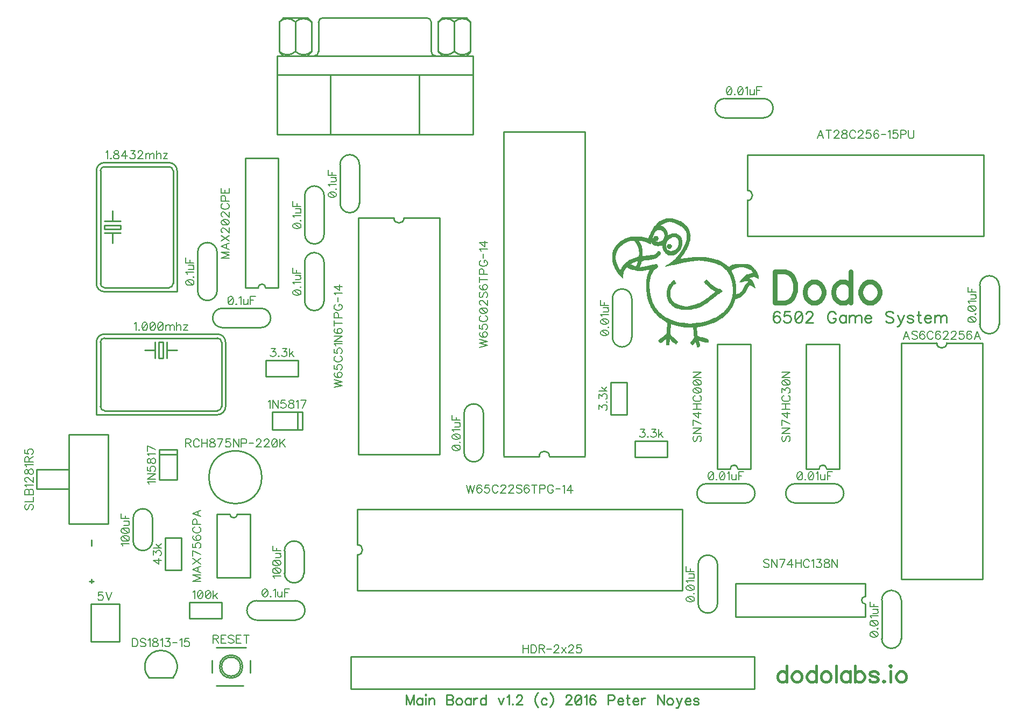
<source format=gbr>
G04 DipTrace 2.4.0.2*
%INTopSilk.gbr*%
%MOIN*%
%ADD10C,0.0098*%
%ADD12C,0.003*%
%ADD59C,0.0077*%
%ADD60C,0.0093*%
%ADD61C,0.0293*%
%ADD62C,0.0154*%
%ADD63C,0.0108*%
%FSLAX44Y44*%
G04*
G70*
G90*
G75*
G01*
%LNTopSilk*%
%LPD*%
X-27250Y-12631D2*
D10*
X-27000D1*
X-27125Y-12756D2*
Y-12506D1*
Y-10444D2*
Y-10069D1*
X-24544Y-8742D2*
Y-10140D1*
X-23344Y-8742D2*
Y-10140D1*
X-24544D2*
G03X-23344Y-10140I600J-1D01*
G01*
Y-8742D2*
G03X-24544Y-8742I-600J1D01*
G01*
X11656Y-11617D2*
Y-14015D1*
X10456Y-11617D2*
Y-14015D1*
G03X11656Y-14015I600J-1D01*
G01*
Y-11617D2*
G03X10456Y-11617I-600J1D01*
G01*
X-15169Y-10742D2*
Y-12140D1*
X-13969Y-10742D2*
Y-12140D1*
X-15169D2*
G03X-13969Y-12140I600J-1D01*
G01*
Y-10742D2*
G03X-15169Y-10742I-600J1D01*
G01*
X14505Y16084D2*
X12107D1*
X14505Y17284D2*
X12107D1*
G03X12107Y16084I-1J-600D01*
G01*
X14505D2*
G03X14505Y17284I1J600D01*
G01*
X-4044Y-4640D2*
Y-2242D1*
X-2844Y-4640D2*
Y-2242D1*
G03X-4044Y-2242I-600J1D01*
G01*
Y-4640D2*
G03X-2844Y-4640I600J-1D01*
G01*
X-16893Y-13841D2*
X-14495D1*
X-16893Y-15041D2*
X-14495D1*
G03X-14495Y-13841I1J600D01*
G01*
X-16893D2*
G03X-16893Y-15041I-1J-600D01*
G01*
X5144Y2485D2*
Y4883D1*
X6344Y2485D2*
Y4883D1*
G03X5144Y4883I-600J1D01*
G01*
Y2485D2*
G03X6344Y2485I600J-1D01*
G01*
X-13919Y4735D2*
Y7133D1*
X-12719Y4735D2*
Y7133D1*
G03X-13919Y7133I-600J1D01*
G01*
Y4735D2*
G03X-12719Y4735I600J-1D01*
G01*
X-20544Y5360D2*
Y7758D1*
X-19344Y5360D2*
Y7758D1*
G03X-20544Y7758I-600J1D01*
G01*
Y5360D2*
G03X-19344Y5360I600J-1D01*
G01*
X10982Y-6591D2*
X13380D1*
X10982Y-7791D2*
X13380D1*
G03X13380Y-6591I1J600D01*
G01*
X10982D2*
G03X10982Y-7791I-1J-600D01*
G01*
X27900Y3301D2*
Y5699D1*
X29100Y3301D2*
Y5699D1*
G03X27900Y5699I-600J1D01*
G01*
Y3301D2*
G03X29100Y3301I600J-1D01*
G01*
X-13912Y8864D2*
Y11261D1*
X-12712Y8864D2*
Y11261D1*
G03X-13912Y11261I-600J1D01*
G01*
Y8864D2*
G03X-12712Y8864I600J-1D01*
G01*
X-16620Y3084D2*
X-19018D1*
X-16620Y4284D2*
X-19018D1*
G03X-19018Y3084I-1J-600D01*
G01*
X-16620D2*
G03X-16620Y4284I1J600D01*
G01*
X-11725Y10801D2*
Y13199D1*
X-10525Y10801D2*
Y13199D1*
G03X-11725Y13199I-600J1D01*
G01*
Y10801D2*
G03X-10525Y10801I600J-1D01*
G01*
X16482Y-6591D2*
X18880D1*
X16482Y-7791D2*
X18880D1*
G03X18880Y-6591I1J600D01*
G01*
X16482D2*
G03X16482Y-7791I-1J-600D01*
G01*
X21831Y-16202D2*
Y-13805D1*
X23031Y-16202D2*
Y-13805D1*
G03X21831Y-13805I-600J1D01*
G01*
Y-16202D2*
G03X23031Y-16202I600J-1D01*
G01*
X-14048Y-2140D2*
Y-3242D1*
X-14068D2*
X-15920D1*
X-14347Y-2140D2*
Y-3242D1*
X-15920Y-2140D2*
Y-3242D1*
X-14068Y-2140D2*
X-15920D1*
X-22926Y-4479D2*
X-21824D1*
Y-4499D2*
Y-6351D1*
X-22926Y-4778D2*
X-21824D1*
X-22926Y-6351D2*
X-21824D1*
X-22926Y-4499D2*
Y-6351D1*
X-10607Y-13211D2*
X9470D1*
Y-8171D1*
X-10607D2*
X9470D1*
X-10648Y-13211D2*
Y-11006D1*
Y-8171D2*
Y-10376D1*
Y-11006D2*
G03X-10648Y-10376I-1J315D01*
G01*
X-5557Y9882D2*
Y-4764D1*
X-10596D2*
X-5557D1*
X-10596Y9882D2*
Y-4764D1*
Y9882D2*
X-8392D1*
X-5557D2*
X-7762D1*
X-8392D2*
G03X-7762Y9882I315J0D01*
G01*
X13508Y13796D2*
X28154D1*
Y8757D2*
Y13796D1*
X13508Y8757D2*
X28154D1*
X13508D2*
Y10961D1*
Y13796D2*
Y11591D1*
Y10961D2*
G03X13508Y11591I0J315D01*
G01*
X3451Y-4854D2*
Y15223D1*
X-1588D1*
Y-4854D2*
Y15223D1*
X3451Y-4895D2*
X1246D1*
X-1588D2*
X616D1*
X1246D2*
G03X616Y-4895I-315J-1D01*
G01*
X28068Y2132D2*
Y-12514D1*
X23029D2*
X28068D1*
X23029Y2132D2*
Y-12514D1*
Y2132D2*
X25233D1*
X28068D2*
X25863D1*
X25233D2*
G03X25863Y2132I315J0D01*
G01*
X-17593Y5543D2*
Y13575D1*
X-15545D2*
X-17593D1*
X-15545Y5543D2*
Y13575D1*
Y5543D2*
X-16333D1*
X-17593D2*
X-16805D1*
X-16333D2*
G03X-16805Y5543I-236J0D01*
G01*
X-11069Y-19316D2*
X13931D1*
X-11069Y-17316D2*
X13931D1*
X-11069Y-19316D2*
Y-17316D1*
X13931Y-19316D2*
Y-17316D1*
X-25400Y-14048D2*
X-27171D1*
Y-16371D1*
X-25400D1*
Y-14048D1*
X-4646Y22033D2*
G03X-5652Y22033I-503J-523D01*
G01*
X-3651D2*
G03X-4646Y22033I-497J-508D01*
G01*
Y20200D2*
G03X-3651Y20200I497J483D01*
G01*
X-5652D2*
G03X-4646Y20200I503J498D01*
G01*
X-14492Y22033D2*
G03X-15486Y22033I-497J-508D01*
G01*
X-13486D2*
G03X-14492Y22033I-503J-523D01*
G01*
Y20200D2*
G03X-13486Y20200I503J498D01*
G01*
X-15486D2*
G03X-14492Y20200I497J483D01*
G01*
X-6077Y22011D2*
G03X-6356Y22287I-281J-6D01*
G01*
X-6077Y20200D2*
G03X-5810Y19925I261J-14D01*
G01*
X-12782Y22287D2*
G03X-13061Y22011I2J-281D01*
G01*
X-13328Y19925D2*
G03X-13061Y20200I6J261D01*
G01*
X-5652D2*
X-5398Y19947D1*
X-5652Y20200D2*
Y22033D1*
X-5398Y22287D1*
X-3894D1*
X-3651Y22033D1*
Y21533D2*
Y21613D1*
Y20200D2*
Y22033D1*
X-3894Y19947D2*
X-3651Y20200D1*
X-4646D2*
Y22033D1*
X-15486Y20200D2*
X-15244Y19947D1*
X-15486Y20200D2*
Y22033D1*
X-15244Y22287D1*
X-13740D1*
X-13486Y22033D1*
Y21533D2*
Y21613D1*
Y20200D2*
Y22033D1*
X-13740Y19947D2*
X-13486Y20200D1*
X-14492D2*
Y22033D1*
X-6077Y20200D2*
Y22011D1*
X-13061Y20200D2*
Y22011D1*
X-12321Y15042D2*
Y18744D1*
X-15632Y19925D2*
X-3506D1*
X-6816Y15042D2*
Y18744D1*
X-15632Y15042D2*
X-3506D1*
X-12782Y22287D2*
X-6356D1*
X-15632Y15042D2*
Y19925D1*
X-3506Y15042D2*
Y19925D1*
X-15632Y18744D2*
X-3506D1*
X-19844Y-6191D2*
G02X-19844Y-6191I1634J0D01*
G01*
X-14321Y59D2*
X-16317D1*
Y1059D2*
Y59D1*
X-14321Y1059D2*
X-16317D1*
X-14321D2*
Y59D1*
X-22569Y-11939D2*
Y-9943D1*
X-21569D2*
X-22569D1*
X-21569Y-11939D2*
Y-9943D1*
Y-11939D2*
X-22569D1*
X6558Y-3941D2*
X8554D1*
Y-4941D2*
Y-3941D1*
X6558Y-4941D2*
X8554D1*
X6558D2*
Y-3941D1*
X6056Y-318D2*
Y-2314D1*
X5056D2*
X6056D1*
X5056Y-318D2*
Y-2314D1*
Y-318D2*
X6056D1*
X-19071Y-14941D2*
X-21067D1*
Y-13941D2*
Y-14941D1*
X-19071Y-13941D2*
X-21067D1*
X-19071D2*
Y-14941D1*
X-19182Y-17930D2*
G02X-19182Y-17930I709J0D01*
G01*
X-17568Y-16749D2*
X-19379D1*
X-19655Y-17536D2*
Y-18324D1*
X-19379Y-19111D2*
X-17725D1*
X-17292Y-18324D2*
Y-17536D1*
X-19064Y-17930D2*
G02X-19064Y-17930I590J0D01*
G01*
X-26098Y-3560D2*
X-28539D1*
Y-9072D1*
X-26098D1*
Y-3560D1*
X-28539Y-5726D2*
X-30508D1*
X-28539Y-6906D2*
X-30508D1*
Y-5726D2*
Y-6906D1*
X-23575Y-18597D2*
G02X-22063Y-18597I756J666D01*
G01*
X-23575D1*
X20822Y-14840D2*
X12790D1*
Y-12792D2*
Y-14840D1*
X20822Y-12792D2*
X12790D1*
X20822D2*
Y-13580D1*
Y-14840D2*
Y-14052D1*
Y-13580D2*
G03X20822Y-14052I0J-236D01*
G01*
X17157Y-5674D2*
Y2042D1*
X19205D2*
X17157D1*
X19205Y-5674D2*
Y2042D1*
Y-5674D2*
X18417D1*
X17157D2*
X17945D1*
X18417D2*
G03X17945Y-5674I-236J0D01*
G01*
X-17295Y-8472D2*
Y-12409D1*
X-19343D2*
X-17295D1*
X-19343Y-8472D2*
Y-12409D1*
Y-8472D2*
X-18555D1*
X-17295D2*
X-18083D1*
X-18555D2*
G03X-18083Y-8472I236J0D01*
G01*
X11657Y-5674D2*
Y2042D1*
X13705D2*
X11657D1*
X13705Y-5674D2*
Y2042D1*
Y-5674D2*
X12917D1*
X11657D2*
X12445D1*
X12917D2*
G03X12445Y-5674I-236J0D01*
G01*
X-21819Y5309D2*
Y12809D1*
X-22319Y13309D2*
X-26319D1*
X-26819Y12809D2*
Y5809D1*
X-21819Y5309D2*
X-26319D1*
X-22069Y5809D2*
Y12809D1*
X-22319Y13059D2*
X-26319D1*
X-26569Y12809D2*
Y5809D1*
X-26319Y5559D2*
X-22319D1*
X-21819Y12809D2*
G03X-22319Y13309I-500J0D01*
G01*
X-22069Y12809D2*
G03X-22319Y13059I-250J0D01*
G01*
X-26569Y12809D2*
G02X-26319Y13059I250J0D01*
G01*
X-26819Y12809D2*
G02X-26319Y13309I500J0D01*
G01*
Y5559D2*
G02X-26569Y5809I0J250D01*
G01*
X-26319Y5309D2*
G02X-26819Y5809I0J500D01*
G01*
X-22319Y5559D2*
G03X-22069Y5809I0J250D01*
G01*
X-26319Y9179D2*
X-25319D1*
Y9429D1*
X-26319D1*
Y9179D1*
Y9679D2*
X-25819D1*
X-26319Y8939D2*
X-25819D1*
Y9679D2*
Y10309D1*
Y9679D2*
X-25319D1*
X-25819Y8939D2*
Y8309D1*
Y8939D2*
X-25319D1*
X-26819Y-2316D2*
X-19319D1*
X-18819Y-1816D2*
Y2184D1*
X-19319Y2684D2*
X-26319D1*
X-26819Y-2316D2*
Y2184D1*
X-26319Y-2066D2*
X-19319D1*
X-19068Y-1816D2*
Y2184D1*
X-19319Y2434D2*
X-26319D1*
X-26569Y2184D2*
Y-1816D1*
X-19319Y-2316D2*
G03X-18819Y-1816I0J500D01*
G01*
X-19319Y-2066D2*
G03X-19068Y-1816I0J250D01*
G01*
X-19319Y2434D2*
G02X-19068Y2184I0J-250D01*
G01*
X-19319Y2684D2*
G02X-18819Y2184I0J-500D01*
G01*
X-26569D2*
G02X-26319Y2434I250J0D01*
G01*
X-26819Y2184D2*
G02X-26319Y2684I500J0D01*
G01*
X-26569Y-1816D2*
G03X-26319Y-2066I250J0D01*
G01*
X-22948Y2184D2*
Y1184D1*
X-22699D1*
Y2184D1*
X-22948D1*
X-22449D2*
Y1684D1*
X-23188Y2184D2*
Y1684D1*
X-22449D2*
X-21819D1*
X-22449D2*
Y1184D1*
X-23188Y1684D2*
X-23819D1*
X-23188D2*
Y1184D1*
X8493Y9853D2*
D12*
X8853D1*
X8394Y9823D2*
X8956D1*
X8305Y9793D2*
X9054D1*
X8227Y9763D2*
X9143D1*
X8161Y9733D2*
X9223D1*
X8105Y9703D2*
X9292D1*
X8059Y9673D2*
X9353D1*
X8020Y9643D2*
X8570D1*
X8780D2*
X9404D1*
X7985Y9613D2*
X8458D1*
X8901D2*
X9449D1*
X7954Y9583D2*
X8368D1*
X9001D2*
X9491D1*
X7923Y9553D2*
X8294D1*
X9084D2*
X9531D1*
X7893Y9523D2*
X8233D1*
X9154D2*
X9567D1*
X7863Y9493D2*
X8182D1*
X9214D2*
X9601D1*
X7833Y9463D2*
X8141D1*
X9269D2*
X9635D1*
X7803Y9433D2*
X8106D1*
X9321D2*
X9669D1*
X7774Y9403D2*
X8073D1*
X9371D2*
X9700D1*
X7748Y9373D2*
X8166D1*
X9416D2*
X9728D1*
X7725Y9343D2*
X8243D1*
X9454D2*
X9754D1*
X7704Y9313D2*
X8304D1*
X9485D2*
X9779D1*
X7683Y9283D2*
X8349D1*
X9514D2*
X9800D1*
X7664Y9253D2*
X8382D1*
X9543D2*
X9818D1*
X7647Y9223D2*
X8408D1*
X9572D2*
X9834D1*
X7631Y9193D2*
X8431D1*
X9598D2*
X9849D1*
X7615Y9163D2*
X8451D1*
X9620D2*
X9861D1*
X7599Y9133D2*
X7863D1*
X8182D2*
X8468D1*
X9641D2*
X9872D1*
X7581Y9103D2*
X7834D1*
X8222D2*
X8484D1*
X9662D2*
X9882D1*
X7563Y9073D2*
X7808D1*
X8253D2*
X8499D1*
X9681D2*
X9893D1*
X7547Y9043D2*
X7785D1*
X8279D2*
X8511D1*
X9697D2*
X9902D1*
X7535Y9013D2*
X7764D1*
X8300D2*
X8522D1*
X9710D2*
X9912D1*
X7522Y8983D2*
X7743D1*
X8317D2*
X8532D1*
X9721D2*
X9921D1*
X7509Y8953D2*
X7724D1*
X8330D2*
X8541D1*
X9732D2*
X9927D1*
X7494Y8923D2*
X7708D1*
X8341D2*
X8547D1*
X8853D2*
X9063D1*
X9741D2*
X9930D1*
X7480Y8893D2*
X7695D1*
X8352D2*
X8552D1*
X8764D2*
X9131D1*
X9747D2*
X9933D1*
X7465Y8863D2*
X7684D1*
X8361D2*
X8558D1*
X8682D2*
X9190D1*
X9750D2*
X9938D1*
X7450Y8833D2*
X7672D1*
X8367D2*
X8568D1*
X8602D2*
X9238D1*
X9752D2*
X9949D1*
X7436Y8803D2*
X7659D1*
X8370D2*
X9276D1*
X9752D2*
X9963D1*
X7424Y8773D2*
X7646D1*
X8370D2*
X9306D1*
X9752D2*
X9933D1*
X7413Y8743D2*
X7635D1*
X7743D2*
X7923D1*
X8367D2*
X9333D1*
X9752D2*
X9945D1*
X6273Y8713D2*
X6933D1*
X7403D2*
X7628D1*
X7718D2*
X7938D1*
X8360D2*
X9358D1*
X9752D2*
X9944D1*
X6161Y8683D2*
X7059D1*
X7391D2*
X7625D1*
X7701D2*
X7951D1*
X8351D2*
X8794D1*
X9085D2*
X9379D1*
X9753D2*
X9940D1*
X6066Y8653D2*
X7188D1*
X7376D2*
X7625D1*
X7690D2*
X7966D1*
X8341D2*
X8738D1*
X9129D2*
X9397D1*
X9752D2*
X9936D1*
X5987Y8623D2*
X7326D1*
X7352D2*
X7629D1*
X7680D2*
X7983D1*
X8327D2*
X8686D1*
X9161D2*
X9409D1*
X9751D2*
X9934D1*
X5919Y8593D2*
X7639D1*
X7668D2*
X7967D1*
X8310D2*
X8640D1*
X9184D2*
X9417D1*
X9748D2*
X9933D1*
X5856Y8563D2*
X7953D1*
X8292D2*
X8601D1*
X9203D2*
X9425D1*
X9740D2*
X9933D1*
X5799Y8533D2*
X7938D1*
X8271D2*
X8572D1*
X9218D2*
X9434D1*
X9733D2*
X9931D1*
X5750Y8503D2*
X6374D1*
X6453D2*
X6721D1*
X6764D2*
X7899D1*
X8246D2*
X8550D1*
X9230D2*
X9442D1*
X9726D2*
X9928D1*
X5706Y8473D2*
X6250D1*
X6483D2*
X6748D1*
X6931D2*
X7842D1*
X8212D2*
X8532D1*
X9237D2*
X9447D1*
X9720D2*
X9920D1*
X5663Y8443D2*
X6145D1*
X6512D2*
X6770D1*
X7069D2*
X7773D1*
X8162D2*
X8516D1*
X9240D2*
X9450D1*
X9711D2*
X9911D1*
X5619Y8413D2*
X6058D1*
X6541D2*
X6791D1*
X7181D2*
X7857D1*
X8082D2*
X8500D1*
X9242D2*
X9452D1*
X9702D2*
X9902D1*
X5576Y8383D2*
X5984D1*
X6568D2*
X6812D1*
X7274D2*
X7970D1*
X7967D2*
X8486D1*
X9242D2*
X9452D1*
X9692D2*
X9892D1*
X5535Y8353D2*
X5918D1*
X6590D2*
X6831D1*
X7349D2*
X7503D1*
X7563D2*
X8475D1*
X9242D2*
X9452D1*
X9681D2*
X9882D1*
X5499Y8323D2*
X5860D1*
X6611D2*
X6848D1*
X7413D2*
X7503D1*
X7593D2*
X8467D1*
X9242D2*
X9452D1*
X9668D2*
X9873D1*
X5470Y8293D2*
X5812D1*
X6632D2*
X6864D1*
X7473D2*
X7503D1*
X7624D2*
X8460D1*
X9242D2*
X9451D1*
X9654D2*
X9862D1*
X5446Y8263D2*
X5771D1*
X6651D2*
X6880D1*
X7659D2*
X8451D1*
X8583D2*
X8733D1*
X9241D2*
X9448D1*
X9640D2*
X9852D1*
X5423Y8233D2*
X5735D1*
X6667D2*
X6895D1*
X7705D2*
X8443D1*
X8558D2*
X8758D1*
X9238D2*
X9440D1*
X9626D2*
X9843D1*
X5399Y8203D2*
X5699D1*
X6680D2*
X6909D1*
X7768D2*
X8170D1*
X8253D2*
X8438D1*
X8541D2*
X8779D1*
X9230D2*
X9433D1*
X9614D2*
X9832D1*
X5375Y8173D2*
X5662D1*
X6692D2*
X6920D1*
X7854D2*
X8068D1*
X8253D2*
X8436D1*
X8531D2*
X8795D1*
X9221D2*
X9426D1*
X9603D2*
X9822D1*
X5354Y8143D2*
X5628D1*
X6703D2*
X6928D1*
X7953D2*
D3*
X8253D2*
X8438D1*
X8526D2*
X8807D1*
X9212D2*
X9420D1*
X9592D2*
X9813D1*
X5332Y8113D2*
X5600D1*
X6716D2*
X6935D1*
X8253D2*
X8445D1*
X8525D2*
X8804D1*
X9201D2*
X9411D1*
X9577D2*
X9801D1*
X5309Y8083D2*
X5575D1*
X6730D2*
X6944D1*
X8253D2*
X8454D1*
X8527D2*
X8793D1*
X9187D2*
X9402D1*
X9560D2*
X9788D1*
X5285Y8053D2*
X5548D1*
X6741D2*
X6952D1*
X8254D2*
X8463D1*
X8542D2*
X8776D1*
X9169D2*
X9392D1*
X9542D2*
X9774D1*
X5265Y8023D2*
X5521D1*
X6752D2*
X6959D1*
X8258D2*
X8474D1*
X8575D2*
X8741D1*
X9146D2*
X9381D1*
X9523D2*
X9760D1*
X5247Y7993D2*
X5493D1*
X6762D2*
X6965D1*
X8265D2*
X8488D1*
X8613D2*
X8703D1*
X9120D2*
X9368D1*
X9506D2*
X9745D1*
X5231Y7963D2*
X5468D1*
X6771D2*
X6974D1*
X8274D2*
X8505D1*
X9091D2*
X9354D1*
X9491D2*
X9729D1*
X5216Y7933D2*
X5450D1*
X6777D2*
X6982D1*
X8283D2*
X8525D1*
X9061D2*
X9339D1*
X9475D2*
X9711D1*
X5204Y7903D2*
X5436D1*
X6780D2*
X6987D1*
X8294D2*
X8549D1*
X9025D2*
X9320D1*
X9459D2*
X9692D1*
X5193Y7873D2*
X5423D1*
X6782D2*
X6990D1*
X8308D2*
X8577D1*
X8975D2*
X9297D1*
X9441D2*
X9673D1*
X5183Y7843D2*
X5409D1*
X6783D2*
X6992D1*
X7983D2*
D3*
X8326D2*
X8647D1*
X8893D2*
X9270D1*
X9422D2*
X9656D1*
X5172Y7813D2*
X5396D1*
X6787D2*
X6992D1*
X7957D2*
X8043D1*
X8348D2*
X8753D1*
X8766D2*
X9242D1*
X9402D2*
X9640D1*
X5163Y7783D2*
X5384D1*
X6795D2*
X6992D1*
X7935D2*
X8080D1*
X8371D2*
X9212D1*
X9381D2*
X9621D1*
X5153Y7753D2*
X5373D1*
X6802D2*
X6992D1*
X7912D2*
X8111D1*
X8396D2*
X9181D1*
X9357D2*
X9602D1*
X5144Y7723D2*
X5363D1*
X6807D2*
X6992D1*
X7887D2*
X8120D1*
X8426D2*
X9146D1*
X9331D2*
X9582D1*
X5138Y7693D2*
X5353D1*
X6809D2*
X6993D1*
X7859D2*
X8112D1*
X8463D2*
X9104D1*
X9307D2*
X9562D1*
X5135Y7663D2*
X5347D1*
X6807D2*
X6993D1*
X7824D2*
X8098D1*
X8504D2*
X9053D1*
X9284D2*
X9538D1*
X5133Y7633D2*
X5340D1*
X6800D2*
X6993D1*
X7774D2*
X8081D1*
X8553D2*
X8993D1*
X9262D2*
X9515D1*
X5133Y7603D2*
X5331D1*
X6793D2*
X6993D1*
X7696D2*
X8061D1*
X8610D2*
X8925D1*
X9239D2*
X9495D1*
X5133Y7573D2*
X5323D1*
X6787D2*
X6993D1*
X7565D2*
X8037D1*
X8673D2*
X8853D1*
X9215D2*
X9477D1*
X5133Y7543D2*
X5318D1*
X6782D2*
X6993D1*
X7354D2*
X8010D1*
X9194D2*
X9460D1*
X5133Y7513D2*
X5315D1*
X6774D2*
X6993D1*
X7060D2*
X7981D1*
X9172D2*
X9440D1*
X5133Y7483D2*
X5313D1*
X6743D2*
X7951D1*
X9147D2*
X9417D1*
X5133Y7453D2*
X5313D1*
X6672D2*
X7915D1*
X9120D2*
X9391D1*
X10203D2*
X10833D1*
X5133Y7423D2*
X5313D1*
X6582D2*
X7865D1*
X9092D2*
X9367D1*
X9938D2*
X11040D1*
X5133Y7393D2*
X5314D1*
X6486D2*
X7788D1*
X9062D2*
X9348D1*
X9676D2*
X11222D1*
X5133Y7363D2*
X5318D1*
X6396D2*
X7667D1*
X9034D2*
X9333D1*
X9404D2*
X11371D1*
X5133Y7333D2*
X5325D1*
X6319D2*
X7496D1*
X9007D2*
X11490D1*
X5133Y7303D2*
X5332D1*
X6254D2*
X7303D1*
X8984D2*
X11583D1*
X5134Y7273D2*
X5338D1*
X6198D2*
X7138D1*
X8957D2*
X11660D1*
X5138Y7243D2*
X5342D1*
X6150D2*
X7031D1*
X8925D2*
X10317D1*
X10680D2*
X11728D1*
X5145Y7213D2*
X5347D1*
X6106D2*
X6633D1*
X6721D2*
X6963D1*
X8889D2*
X10043D1*
X10937D2*
X11791D1*
X5152Y7183D2*
X5354D1*
X6068D2*
X6545D1*
X6718D2*
X6942D1*
X8850D2*
X9811D1*
X11138D2*
X11851D1*
X5159Y7153D2*
X5363D1*
X6030D2*
X6464D1*
X6710D2*
X6926D1*
X8807D2*
X9614D1*
X11290D2*
X11907D1*
X5165Y7123D2*
X5373D1*
X5991D2*
X6393D1*
X6701D2*
X6915D1*
X8760D2*
X9447D1*
X11409D2*
X11959D1*
X5174Y7093D2*
X5384D1*
X5953D2*
X6331D1*
X6692D2*
X6907D1*
X8712D2*
X9302D1*
X11509D2*
X12007D1*
X5183Y7063D2*
X5397D1*
X5918D2*
X6271D1*
X6682D2*
X6900D1*
X8662D2*
X9171D1*
X11595D2*
X12054D1*
X5192Y7033D2*
X5410D1*
X5885D2*
X6213D1*
X6672D2*
X6890D1*
X7803D2*
X7893D1*
X8612D2*
X9045D1*
X11670D2*
X12098D1*
X12753D2*
X13503D1*
X5203Y7003D2*
X5421D1*
X5855D2*
X6259D1*
X6663D2*
X6878D1*
X7711D2*
X7903D1*
X8564D2*
X8919D1*
X11736D2*
X12140D1*
X12669D2*
X13575D1*
X5213Y6973D2*
X5432D1*
X5828D2*
X6312D1*
X6651D2*
X6865D1*
X7616D2*
X7913D1*
X8518D2*
X8796D1*
X11795D2*
X12177D1*
X12592D2*
X13639D1*
X5222Y6943D2*
X5443D1*
X5805D2*
X6374D1*
X6635D2*
X6854D1*
X7511D2*
X7922D1*
X8476D2*
X8674D1*
X11850D2*
X12210D1*
X12527D2*
X13692D1*
X5234Y6913D2*
X5457D1*
X5784D2*
X6454D1*
X6613D2*
X6843D1*
X7389D2*
X7931D1*
X8438D2*
X8553D1*
X11900D2*
X12244D1*
X12472D2*
X13738D1*
X5247Y6883D2*
X5471D1*
X5763D2*
X6553D1*
X6566D2*
X6834D1*
X7238D2*
X7938D1*
X8403D2*
X8433D1*
X11947D2*
X12284D1*
X12420D2*
X13780D1*
X5261Y6853D2*
X5485D1*
X5744D2*
X6826D1*
X7052D2*
X7929D1*
X11989D2*
X12335D1*
X12364D2*
X13816D1*
X5275Y6823D2*
X5500D1*
X5727D2*
X6003D1*
X6093D2*
X6833D1*
X6834D2*
X7900D1*
X12026D2*
X12887D1*
X13360D2*
X13845D1*
X5290Y6793D2*
X5516D1*
X5711D2*
X5974D1*
X6154D2*
X7864D1*
X12060D2*
X12770D1*
X13464D2*
X13870D1*
X5305Y6763D2*
X5534D1*
X5695D2*
X5948D1*
X6219D2*
X7824D1*
X12092D2*
X12680D1*
X13543D2*
X13896D1*
X5320Y6733D2*
X5553D1*
X5678D2*
X5925D1*
X6291D2*
X7784D1*
X12122D2*
X12610D1*
X13604D2*
X13924D1*
X5336Y6703D2*
X5573D1*
X5654D2*
X5904D1*
X6373D2*
X7748D1*
X12152D2*
X12556D1*
X13654D2*
X13952D1*
X5354Y6673D2*
X5592D1*
X5621D2*
X5883D1*
X6468D2*
X7317D1*
X7474D2*
X7716D1*
X12182D2*
X12514D1*
X13698D2*
X13978D1*
X5373Y6643D2*
X5864D1*
X6576D2*
X7156D1*
X7448D2*
X7689D1*
X12211D2*
X12499D1*
X13735D2*
X14000D1*
X5392Y6613D2*
X5848D1*
X6693D2*
X6993D1*
X7426D2*
X7666D1*
X12237D2*
X12501D1*
X13765D2*
X14021D1*
X5409Y6583D2*
X5835D1*
X7407D2*
X7648D1*
X12259D2*
X12510D1*
X13789D2*
X14042D1*
X5425Y6553D2*
X5824D1*
X7391D2*
X7631D1*
X12278D2*
X12522D1*
X13812D2*
X14061D1*
X5444Y6523D2*
X5813D1*
X7376D2*
X7615D1*
X12295D2*
X12537D1*
X13837D2*
X14078D1*
X5463Y6493D2*
X5804D1*
X7364D2*
X7600D1*
X12314D2*
X12554D1*
X13863D2*
X14094D1*
X5483Y6463D2*
X5798D1*
X7353D2*
X7585D1*
X12333D2*
X12572D1*
X13744D2*
X14110D1*
X5504Y6433D2*
X5794D1*
X7342D2*
X7570D1*
X12352D2*
X12588D1*
X13640D2*
X14125D1*
X5528Y6403D2*
X5788D1*
X7329D2*
X7555D1*
X12368D2*
X12600D1*
X13554D2*
X14139D1*
X5555Y6373D2*
X5781D1*
X7316D2*
X7540D1*
X12384D2*
X12612D1*
X13483D2*
X14150D1*
X5583Y6343D2*
X5773D1*
X7305D2*
X7526D1*
X12400D2*
X12622D1*
X13422D2*
X14158D1*
X5613Y6313D2*
X5767D1*
X7298D2*
X7514D1*
X12415D2*
X12632D1*
X13372D2*
X14165D1*
X5643Y6283D2*
X5765D1*
X7294D2*
X7503D1*
X12430D2*
X12643D1*
X13331D2*
X14174D1*
X5673Y6253D2*
X5763D1*
X7288D2*
X7493D1*
X12445D2*
X12653D1*
X13296D2*
X13890D1*
X13911D2*
X14182D1*
X5703Y6223D2*
X5763D1*
X7281D2*
X7483D1*
X12459D2*
X12662D1*
X13264D2*
X13743D1*
X14005D2*
X14187D1*
X5733Y6193D2*
X5763D1*
X7273D2*
X7477D1*
X12471D2*
X12673D1*
X13234D2*
X13641D1*
X14080D2*
X14190D1*
X5763Y6163D2*
D3*
X7267D2*
X7470D1*
X12482D2*
X12683D1*
X13208D2*
X13563D1*
X14140D2*
X14192D1*
X7265Y6133D2*
X7461D1*
X12492D2*
X12692D1*
X13185D2*
X13617D1*
X14193D2*
D3*
X7262Y6103D2*
X7453D1*
X12502D2*
X12702D1*
X13162D2*
X13664D1*
X7258Y6073D2*
X7448D1*
X12508D2*
X12712D1*
X13138D2*
X13704D1*
X7250Y6043D2*
X7445D1*
X10953D2*
X10983D1*
X12515D2*
X12718D1*
X13112D2*
X13739D1*
X7243Y6013D2*
X7442D1*
X8913D2*
X8973D1*
X10912D2*
X11013D1*
X12524D2*
X12725D1*
X13087D2*
X13770D1*
X7237Y5983D2*
X7438D1*
X8883D2*
X8991D1*
X10873D2*
X11043D1*
X12532D2*
X12734D1*
X13065D2*
X13797D1*
X7235Y5953D2*
X7430D1*
X8853D2*
X9008D1*
X10837D2*
X11073D1*
X12539D2*
X12742D1*
X13044D2*
X13233D1*
X13533D2*
X13819D1*
X7233Y5923D2*
X7423D1*
X8823D2*
X9025D1*
X10803D2*
X11103D1*
X12545D2*
X12747D1*
X13023D2*
X13113D1*
X13563D2*
X13837D1*
X7233Y5893D2*
X7417D1*
X8793D2*
X9043D1*
X10833D2*
X11133D1*
X12554D2*
X12750D1*
X13522D2*
X13854D1*
X7233Y5863D2*
X7415D1*
X8763D2*
X9063D1*
X10863D2*
X11163D1*
X12562D2*
X12753D1*
X13483D2*
X13869D1*
X7233Y5833D2*
X7413D1*
X8733D2*
X9031D1*
X10893D2*
X11193D1*
X12567D2*
X12757D1*
X13449D2*
X13881D1*
X7233Y5803D2*
X7413D1*
X8704D2*
X8998D1*
X10923D2*
X11223D1*
X12570D2*
X12765D1*
X13420D2*
X13892D1*
X7233Y5773D2*
X7413D1*
X8678D2*
X8960D1*
X10953D2*
X11254D1*
X12572D2*
X12772D1*
X13396D2*
X13902D1*
X7233Y5743D2*
X7413D1*
X8656D2*
X8924D1*
X10983D2*
X11288D1*
X12573D2*
X12778D1*
X13374D2*
X13913D1*
X7233Y5713D2*
X7413D1*
X8637D2*
X8892D1*
X11013D2*
X11326D1*
X12577D2*
X12780D1*
X13353D2*
X13922D1*
X7233Y5683D2*
X7413D1*
X8621D2*
X8867D1*
X11043D2*
X11367D1*
X12585D2*
X12782D1*
X13334D2*
X13593D1*
X13768D2*
X13933D1*
X7233Y5653D2*
X7413D1*
X8605D2*
X8844D1*
X11073D2*
X11411D1*
X12592D2*
X12782D1*
X13317D2*
X13564D1*
X13819D2*
X13943D1*
X7233Y5623D2*
X7413D1*
X8590D2*
X8823D1*
X11103D2*
X11457D1*
X12598D2*
X12782D1*
X13301D2*
X13538D1*
X13867D2*
X13953D1*
X7233Y5593D2*
X7413D1*
X8576D2*
X8804D1*
X11134D2*
X11505D1*
X12600D2*
X12782D1*
X13285D2*
X13516D1*
X13911D2*
X13967D1*
X7233Y5563D2*
X7414D1*
X8565D2*
X8787D1*
X11168D2*
X11560D1*
X12602D2*
X12782D1*
X13270D2*
X13497D1*
X13953D2*
X13983D1*
X7233Y5533D2*
X7418D1*
X8557D2*
X8771D1*
X11206D2*
X11621D1*
X12602D2*
X12783D1*
X13256D2*
X13481D1*
X7233Y5503D2*
X7425D1*
X8550D2*
X8756D1*
X11247D2*
X11691D1*
X12602D2*
X12783D1*
X13244D2*
X13466D1*
X7233Y5473D2*
X7432D1*
X8541D2*
X8744D1*
X11291D2*
X11764D1*
X12602D2*
X12783D1*
X13233D2*
X13454D1*
X7234Y5443D2*
X7438D1*
X8533D2*
X8733D1*
X11336D2*
X11830D1*
X12602D2*
X12783D1*
X13222D2*
X13443D1*
X7238Y5413D2*
X7440D1*
X8528D2*
X8723D1*
X11384D2*
X11881D1*
X12603D2*
X12783D1*
X13207D2*
X13432D1*
X7245Y5383D2*
X7442D1*
X8525D2*
X8714D1*
X11432D2*
X11916D1*
X12603D2*
X12783D1*
X13188D2*
X13418D1*
X7252Y5353D2*
X7442D1*
X8523D2*
X8708D1*
X11479D2*
X11943D1*
X12603D2*
X12783D1*
X13161D2*
X13404D1*
X7258Y5323D2*
X7444D1*
X8523D2*
X8705D1*
X11523D2*
X11894D1*
X12603D2*
X12783D1*
X13128D2*
X13389D1*
X7261Y5293D2*
X7447D1*
X8523D2*
X8703D1*
X11488D2*
X11848D1*
X12603D2*
X12783D1*
X13092D2*
X13370D1*
X7263Y5263D2*
X7455D1*
X8523D2*
X8703D1*
X11450D2*
X11805D1*
X12603D2*
X12783D1*
X13056D2*
X13347D1*
X7267Y5233D2*
X7462D1*
X8523D2*
X8703D1*
X11413D2*
X11764D1*
X12602D2*
X12783D1*
X13018D2*
X13320D1*
X7275Y5203D2*
X7468D1*
X8523D2*
X8703D1*
X11377D2*
X11723D1*
X12601D2*
X12785D1*
X12972D2*
X13293D1*
X7282Y5173D2*
X7472D1*
X8523D2*
X8703D1*
X11343D2*
X11684D1*
X12598D2*
X12790D1*
X12913D2*
X13266D1*
X7288Y5143D2*
X7477D1*
X8523D2*
X8703D1*
X11308D2*
X11647D1*
X12590D2*
X12814D1*
X12837D2*
X13240D1*
X7290Y5113D2*
X7484D1*
X8523D2*
X8703D1*
X11271D2*
X11610D1*
X12583D2*
X13210D1*
X7292Y5083D2*
X7492D1*
X8523D2*
X8704D1*
X11232D2*
X11571D1*
X12577D2*
X13176D1*
X7293Y5053D2*
X7499D1*
X8523D2*
X8708D1*
X11192D2*
X11532D1*
X12575D2*
X13139D1*
X7297Y5023D2*
X7505D1*
X8524D2*
X8716D1*
X11152D2*
X11493D1*
X12572D2*
X13094D1*
X7305Y4993D2*
X7514D1*
X8528D2*
X8727D1*
X11112D2*
X11452D1*
X12568D2*
X13036D1*
X7312Y4963D2*
X7522D1*
X8535D2*
X8740D1*
X11073D2*
X11413D1*
X12560D2*
X12964D1*
X7319Y4933D2*
X7529D1*
X8542D2*
X8751D1*
X11033D2*
X11377D1*
X12552D2*
X12882D1*
X7325Y4903D2*
X7535D1*
X8549D2*
X8762D1*
X10993D2*
X11340D1*
X12542D2*
X12812D1*
X7334Y4873D2*
X7544D1*
X8556D2*
X8774D1*
X10957D2*
X11301D1*
X12532D2*
X12758D1*
X7342Y4843D2*
X7553D1*
X8565D2*
X8788D1*
X10920D2*
X11262D1*
X12522D2*
X12738D1*
X7349Y4813D2*
X7562D1*
X8577D2*
X8805D1*
X10880D2*
X11223D1*
X12513D2*
X12725D1*
X7355Y4783D2*
X7573D1*
X8591D2*
X8824D1*
X10838D2*
X11182D1*
X12502D2*
X12713D1*
X7364Y4753D2*
X7583D1*
X8605D2*
X8844D1*
X10793D2*
X11143D1*
X12492D2*
X12702D1*
X7373Y4723D2*
X7592D1*
X8620D2*
X8869D1*
X10744D2*
X11107D1*
X12483D2*
X12693D1*
X7383Y4693D2*
X7603D1*
X8636D2*
X8900D1*
X10688D2*
X11070D1*
X12471D2*
X12681D1*
X7394Y4663D2*
X7613D1*
X8655D2*
X8936D1*
X10627D2*
X11030D1*
X12458D2*
X12669D1*
X7407Y4633D2*
X7622D1*
X8678D2*
X8975D1*
X10565D2*
X10988D1*
X12444D2*
X12655D1*
X7421Y4603D2*
X7634D1*
X8705D2*
X9019D1*
X10502D2*
X10944D1*
X12430D2*
X12644D1*
X7435Y4573D2*
X7647D1*
X8733D2*
X9070D1*
X10437D2*
X10899D1*
X12415D2*
X12633D1*
X7449Y4543D2*
X7661D1*
X8763D2*
X9127D1*
X10363D2*
X10851D1*
X12399D2*
X12622D1*
X7461Y4513D2*
X7676D1*
X8793D2*
X9193D1*
X10277D2*
X10802D1*
X12381D2*
X12608D1*
X7472Y4483D2*
X7694D1*
X8824D2*
X9274D1*
X10174D2*
X10752D1*
X12362D2*
X12594D1*
X7483Y4453D2*
X7713D1*
X8858D2*
X9378D1*
X10055D2*
X10700D1*
X12343D2*
X12580D1*
X7497Y4423D2*
X7733D1*
X8896D2*
X9501D1*
X9921D2*
X10642D1*
X12326D2*
X12565D1*
X7511Y4393D2*
X7752D1*
X8940D2*
X10576D1*
X12309D2*
X12549D1*
X7526Y4363D2*
X7773D1*
X8991D2*
X10500D1*
X12290D2*
X12531D1*
X7545Y4333D2*
X7793D1*
X9053D2*
X10416D1*
X12268D2*
X12512D1*
X7567Y4303D2*
X7813D1*
X9128D2*
X10324D1*
X12245D2*
X12492D1*
X7589Y4273D2*
X7837D1*
X9215D2*
X10223D1*
X12224D2*
X12473D1*
X7606Y4243D2*
X7860D1*
X9316D2*
X10111D1*
X12202D2*
X12452D1*
X7621Y4213D2*
X7881D1*
X9423D2*
X9993D1*
X12177D2*
X12432D1*
X7638Y4183D2*
X7903D1*
X12150D2*
X12411D1*
X7658Y4153D2*
X7928D1*
X12122D2*
X12387D1*
X7680Y4123D2*
X7955D1*
X12092D2*
X12361D1*
X7701Y4093D2*
X7983D1*
X12062D2*
X12337D1*
X7723Y4063D2*
X8013D1*
X12031D2*
X12314D1*
X7748Y4033D2*
X8043D1*
X11997D2*
X12292D1*
X7775Y4003D2*
X8073D1*
X11960D2*
X12268D1*
X7803Y3973D2*
X8104D1*
X11921D2*
X12240D1*
X7833Y3943D2*
X8138D1*
X11882D2*
X12210D1*
X7863Y3913D2*
X8175D1*
X11841D2*
X12177D1*
X7893Y3883D2*
X8212D1*
X11798D2*
X12140D1*
X7923Y3853D2*
X8249D1*
X11754D2*
X12103D1*
X7953Y3823D2*
X8287D1*
X11710D2*
X12067D1*
X7984Y3793D2*
X8329D1*
X11665D2*
X12033D1*
X8018Y3763D2*
X8376D1*
X11619D2*
X11998D1*
X8055Y3733D2*
X8424D1*
X11569D2*
X11961D1*
X8094Y3703D2*
X8474D1*
X11512D2*
X11921D1*
X8133Y3673D2*
X8529D1*
X11448D2*
X11881D1*
X8174Y3643D2*
X8590D1*
X11380D2*
X11836D1*
X8218Y3613D2*
X8656D1*
X11312D2*
X11786D1*
X8265Y3583D2*
X8724D1*
X11241D2*
X11734D1*
X8314Y3553D2*
X8795D1*
X11166D2*
X11683D1*
X8363Y3523D2*
X8874D1*
X11083D2*
X11632D1*
X8412Y3493D2*
X8964D1*
X10988D2*
X11577D1*
X8460Y3463D2*
X9065D1*
X10879D2*
X11519D1*
X8500Y3433D2*
X9182D1*
X10752D2*
X11457D1*
X8531Y3403D2*
X9329D1*
X10595D2*
X11389D1*
X8542Y3373D2*
X9509D1*
X10400D2*
X11315D1*
X8548Y3343D2*
X9715D1*
X10173D2*
X11234D1*
X8551Y3313D2*
X8733D1*
X8788D2*
X11143D1*
X8552Y3283D2*
X8733D1*
X8901D2*
X11044D1*
X8551Y3253D2*
X8733D1*
X9014D2*
X10935D1*
X8547Y3223D2*
X8733D1*
X9136D2*
X10813D1*
X8540Y3193D2*
X8733D1*
X9275D2*
X10673D1*
X8533Y3163D2*
X8733D1*
X9433D2*
X10516D1*
X8527Y3133D2*
X8732D1*
X9603D2*
X10353D1*
X8525Y3103D2*
X8731D1*
X10143D2*
X10353D1*
X8523Y3073D2*
X8728D1*
X10143D2*
X10353D1*
X8523Y3043D2*
X8720D1*
X10144D2*
X10353D1*
X8523Y3013D2*
X8713D1*
X10148D2*
X10353D1*
X8523Y2983D2*
X8707D1*
X10155D2*
X10353D1*
X8523Y2953D2*
X8705D1*
X10162D2*
X10354D1*
X8523Y2923D2*
X8703D1*
X10168D2*
X10358D1*
X8523Y2893D2*
X8703D1*
X10170D2*
X10365D1*
X8522Y2863D2*
X8703D1*
X10172D2*
X10372D1*
X8521Y2833D2*
X8703D1*
X10172D2*
X10378D1*
X8518Y2803D2*
X8703D1*
X10172D2*
X10380D1*
X8510Y2773D2*
X8703D1*
X10172D2*
X10382D1*
X8500Y2743D2*
X8703D1*
X10172D2*
X10382D1*
X8486Y2713D2*
X8705D1*
X10173D2*
X10382D1*
X8463Y2683D2*
X8710D1*
X10174D2*
X10382D1*
X8430Y2653D2*
X8732D1*
X10178D2*
X10383D1*
X8392Y2623D2*
X8760D1*
X10185D2*
X10384D1*
X8353Y2593D2*
X8791D1*
X10192D2*
X10395D1*
X8317Y2563D2*
X8822D1*
X10198D2*
X10442D1*
X8280Y2533D2*
X8852D1*
X10200D2*
X10515D1*
X8241Y2503D2*
X8882D1*
X10200D2*
X10610D1*
X8203Y2473D2*
X8912D1*
X10196D2*
X10715D1*
X8166Y2443D2*
X8942D1*
X10184D2*
X10820D1*
X8130Y2413D2*
X8973D1*
X10165D2*
X10918D1*
X8091Y2383D2*
X8428D1*
X8488D2*
X9004D1*
X10144D2*
X10998D1*
X8053Y2353D2*
X8389D1*
X8480D2*
X8673D1*
X8733D2*
X9038D1*
X10123D2*
X11060D1*
X8017Y2323D2*
X8348D1*
X8473D2*
X8673D1*
X8763D2*
X9075D1*
X10102D2*
X11090D1*
X7983Y2293D2*
X8305D1*
X8467D2*
X8672D1*
X8793D2*
X9111D1*
X10078D2*
X11086D1*
X8002Y2263D2*
X8265D1*
X8465D2*
X8671D1*
X8823D2*
X9141D1*
X10052D2*
X10477D1*
X10653D2*
X11081D1*
X8023Y2233D2*
X8228D1*
X8463D2*
X8668D1*
X8854D2*
X9165D1*
X10027D2*
X10485D1*
X10773D2*
X11077D1*
X8048Y2203D2*
X8195D1*
X8463D2*
X8660D1*
X8888D2*
X9172D1*
X10006D2*
X10494D1*
X10893D2*
X11074D1*
X8075Y2173D2*
X8163D1*
X8463D2*
X8653D1*
X8925D2*
X9164D1*
X9990D2*
X10227D1*
X10287D2*
X10503D1*
X11013D2*
X11073D1*
X8103Y2143D2*
X8133D1*
X8463D2*
X8647D1*
X8962D2*
X9144D1*
X9979D2*
X10214D1*
X10305D2*
X10513D1*
X8463Y2113D2*
X8645D1*
X8998D2*
X9119D1*
X9987D2*
X10194D1*
X10319D2*
X10523D1*
X8463Y2083D2*
X8643D1*
X9031D2*
X9091D1*
X10014D2*
X10169D1*
X10331D2*
X10532D1*
X8463Y2053D2*
X8643D1*
X9063D2*
D3*
X10048D2*
X10141D1*
X10342D2*
X10542D1*
X8463Y2023D2*
X8643D1*
X10083D2*
X10113D1*
X10352D2*
X10551D1*
X10362Y1993D2*
X10557D1*
X10372Y1963D2*
X10549D1*
X10378Y1933D2*
X10515D1*
X10383Y1903D2*
X10473D1*
X8493Y9853D2*
X8394Y9823D1*
X8305Y9793D1*
X8227Y9763D1*
X8161Y9733D1*
X8105Y9703D1*
X8059Y9673D1*
X8020Y9643D1*
X7985Y9613D1*
X7954Y9583D1*
X7923Y9553D1*
X7893Y9523D1*
X7863Y9493D1*
X7833Y9463D1*
X7803Y9433D1*
X7774Y9403D1*
X7748Y9373D1*
X7725Y9343D1*
X7704Y9313D1*
X7683Y9283D1*
X7664Y9253D1*
X7647Y9223D1*
X7631Y9193D1*
X7615Y9163D1*
X7599Y9133D1*
X7581Y9103D1*
X7563Y9073D1*
X7547Y9043D1*
X7535Y9013D1*
X7522Y8983D1*
X7509Y8953D1*
X7494Y8923D1*
X7480Y8893D1*
X7465Y8863D1*
X7450Y8833D1*
X7436Y8803D1*
X7424Y8773D1*
X7413Y8743D1*
X7403Y8713D1*
X7391Y8683D1*
X7376Y8653D1*
X7352Y8623D1*
X7323Y8593D1*
X8853Y9853D2*
X8956Y9823D1*
X9054Y9793D1*
X9143Y9763D1*
X9223Y9733D1*
X9292Y9703D1*
X9353Y9673D1*
X9404Y9643D1*
X9449Y9613D1*
X9491Y9583D1*
X9531Y9553D1*
X9567Y9523D1*
X9601Y9493D1*
X9635Y9463D1*
X9669Y9433D1*
X9700Y9403D1*
X9728Y9373D1*
X9754Y9343D1*
X9779Y9313D1*
X9800Y9283D1*
X9818Y9253D1*
X9834Y9223D1*
X9849Y9193D1*
X9861Y9163D1*
X9872Y9133D1*
X9882Y9103D1*
X9893Y9073D1*
X9902Y9043D1*
X9912Y9013D1*
X9921Y8983D1*
X9927Y8953D1*
X9930Y8923D1*
X9933Y8893D1*
X9938Y8863D1*
X9949Y8833D1*
X9963Y8803D1*
X9933Y8773D1*
X9945Y8743D1*
X9944Y8713D1*
X9940Y8683D1*
X9936Y8653D1*
X9934Y8623D1*
X9933Y8593D1*
Y8563D1*
X9931Y8533D1*
X9928Y8503D1*
X9920Y8473D1*
X9911Y8443D1*
X9902Y8413D1*
X9892Y8383D1*
X9882Y8353D1*
X9873Y8323D1*
X9862Y8293D1*
X9852Y8263D1*
X9843Y8233D1*
X9832Y8203D1*
X9822Y8173D1*
X9813Y8143D1*
X9801Y8113D1*
X9788Y8083D1*
X9774Y8053D1*
X9760Y8023D1*
X9745Y7993D1*
X9729Y7963D1*
X9711Y7933D1*
X9692Y7903D1*
X9673Y7873D1*
X9656Y7843D1*
X9640Y7813D1*
X9621Y7783D1*
X9602Y7753D1*
X9582Y7723D1*
X9562Y7693D1*
X9538Y7663D1*
X9515Y7633D1*
X9495Y7603D1*
X9477Y7573D1*
X9460Y7543D1*
X9440Y7513D1*
X9417Y7483D1*
X9391Y7453D1*
X9367Y7423D1*
X9348Y7393D1*
X9333Y7363D1*
X9423Y7333D1*
X8703Y9673D2*
X8570Y9643D1*
X8458Y9613D1*
X8368Y9583D1*
X8294Y9553D1*
X8233Y9523D1*
X8182Y9493D1*
X8141Y9463D1*
X8106Y9433D1*
X8073Y9403D1*
X8166Y9373D1*
X8243Y9343D1*
X8304Y9313D1*
X8349Y9283D1*
X8382Y9253D1*
X8408Y9223D1*
X8431Y9193D1*
X8451Y9163D1*
X8468Y9133D1*
X8484Y9103D1*
X8499Y9073D1*
X8511Y9043D1*
X8522Y9013D1*
X8532Y8983D1*
X8541Y8953D1*
X8547Y8923D1*
X8552Y8893D1*
X8558Y8863D1*
X8568Y8833D1*
X8583Y8803D1*
X8643Y9673D2*
X8780Y9643D1*
X8901Y9613D1*
X9001Y9583D1*
X9084Y9553D1*
X9154Y9523D1*
X9214Y9493D1*
X9269Y9463D1*
X9321Y9433D1*
X9371Y9403D1*
X9416Y9373D1*
X9454Y9343D1*
X9485Y9313D1*
X9514Y9283D1*
X9543Y9253D1*
X9572Y9223D1*
X9598Y9193D1*
X9620Y9163D1*
X9641Y9133D1*
X9662Y9103D1*
X9681Y9073D1*
X9697Y9043D1*
X9710Y9013D1*
X9721Y8983D1*
X9732Y8953D1*
X9741Y8923D1*
X9747Y8893D1*
X9750Y8863D1*
X9752Y8833D1*
Y8803D1*
Y8773D1*
Y8743D1*
Y8713D1*
X9753Y8683D1*
X9752Y8653D1*
X9751Y8623D1*
X9748Y8593D1*
X9740Y8563D1*
X9733Y8533D1*
X9726Y8503D1*
X9720Y8473D1*
X9711Y8443D1*
X9702Y8413D1*
X9692Y8383D1*
X9681Y8353D1*
X9668Y8323D1*
X9654Y8293D1*
X9640Y8263D1*
X9626Y8233D1*
X9614Y8203D1*
X9603Y8173D1*
X9592Y8143D1*
X9577Y8113D1*
X9560Y8083D1*
X9542Y8053D1*
X9523Y8023D1*
X9506Y7993D1*
X9491Y7963D1*
X9475Y7933D1*
X9459Y7903D1*
X9441Y7873D1*
X9422Y7843D1*
X9402Y7813D1*
X9381Y7783D1*
X9357Y7753D1*
X9331Y7723D1*
X9307Y7693D1*
X9284Y7663D1*
X9262Y7633D1*
X9239Y7603D1*
X9215Y7573D1*
X9194Y7543D1*
X9172Y7513D1*
X9147Y7483D1*
X9120Y7453D1*
X9092Y7423D1*
X9062Y7393D1*
X9034Y7363D1*
X9007Y7333D1*
X8984Y7303D1*
X8957Y7273D1*
X8925Y7243D1*
X8889Y7213D1*
X8850Y7183D1*
X8807Y7153D1*
X8760Y7123D1*
X8712Y7093D1*
X8662Y7063D1*
X8612Y7033D1*
X8564Y7003D1*
X8518Y6973D1*
X8476Y6943D1*
X8438Y6913D1*
X8403Y6883D1*
X7893Y9163D2*
X7863Y9133D1*
X7834Y9103D1*
X7808Y9073D1*
X7785Y9043D1*
X7764Y9013D1*
X7743Y8983D1*
X7724Y8953D1*
X7708Y8923D1*
X7695Y8893D1*
X7684Y8863D1*
X7672Y8833D1*
X7659Y8803D1*
X7646Y8773D1*
X7635Y8743D1*
X7628Y8713D1*
X7625Y8683D1*
Y8653D1*
X7629Y8623D1*
X7639Y8593D1*
X7653Y8563D1*
X8133Y9163D2*
X8182Y9133D1*
X8222Y9103D1*
X8253Y9073D1*
X8279Y9043D1*
X8300Y9013D1*
X8317Y8983D1*
X8330Y8953D1*
X8341Y8923D1*
X8352Y8893D1*
X8361Y8863D1*
X8367Y8833D1*
X8370Y8803D1*
Y8773D1*
X8367Y8743D1*
X8360Y8713D1*
X8351Y8683D1*
X8341Y8653D1*
X8327Y8623D1*
X8310Y8593D1*
X8292Y8563D1*
X8271Y8533D1*
X8246Y8503D1*
X8212Y8473D1*
X8162Y8443D1*
X8082Y8413D1*
X7967Y8383D1*
X7833Y8353D1*
X8853Y8923D2*
X8764Y8893D1*
X8682Y8863D1*
X8602Y8833D1*
X8523Y8803D1*
X9063Y8923D2*
X9131Y8893D1*
X9190Y8863D1*
X9238Y8833D1*
X9276Y8803D1*
X9306Y8773D1*
X9333Y8743D1*
X9358Y8713D1*
X9379Y8683D1*
X9397Y8653D1*
X9409Y8623D1*
X9417Y8593D1*
X9425Y8563D1*
X9434Y8533D1*
X9442Y8503D1*
X9447Y8473D1*
X9450Y8443D1*
X9452Y8413D1*
Y8383D1*
Y8353D1*
Y8323D1*
X9451Y8293D1*
X9448Y8263D1*
X9440Y8233D1*
X9433Y8203D1*
X9426Y8173D1*
X9420Y8143D1*
X9411Y8113D1*
X9402Y8083D1*
X9392Y8053D1*
X9381Y8023D1*
X9368Y7993D1*
X9354Y7963D1*
X9339Y7933D1*
X9320Y7903D1*
X9297Y7873D1*
X9270Y7843D1*
X9242Y7813D1*
X9212Y7783D1*
X9181Y7753D1*
X9146Y7723D1*
X9104Y7693D1*
X9053Y7663D1*
X8993Y7633D1*
X8925Y7603D1*
X8853Y7573D1*
X7743Y8743D2*
X7718Y8713D1*
X7701Y8683D1*
X7690Y8653D1*
X7680Y8623D1*
X7668Y8593D1*
X7653Y8563D1*
X7923Y8743D2*
X7938Y8713D1*
X7951Y8683D1*
X7966Y8653D1*
X7983Y8623D1*
X7967Y8593D1*
X7953Y8563D1*
X7938Y8533D1*
X7899Y8503D1*
X7842Y8473D1*
X7773Y8443D1*
X7857Y8413D1*
X7970Y8383D1*
X8103Y8353D1*
X6273Y8713D2*
X6161Y8683D1*
X6066Y8653D1*
X5987Y8623D1*
X5919Y8593D1*
X5856Y8563D1*
X5799Y8533D1*
X5750Y8503D1*
X5706Y8473D1*
X5663Y8443D1*
X5619Y8413D1*
X5576Y8383D1*
X5535Y8353D1*
X5499Y8323D1*
X5470Y8293D1*
X5446Y8263D1*
X5423Y8233D1*
X5399Y8203D1*
X5375Y8173D1*
X5354Y8143D1*
X5332Y8113D1*
X5309Y8083D1*
X5285Y8053D1*
X5265Y8023D1*
X5247Y7993D1*
X5231Y7963D1*
X5216Y7933D1*
X5204Y7903D1*
X5193Y7873D1*
X5183Y7843D1*
X5172Y7813D1*
X5163Y7783D1*
X5153Y7753D1*
X5144Y7723D1*
X5138Y7693D1*
X5135Y7663D1*
X5133Y7633D1*
Y7603D1*
Y7573D1*
Y7543D1*
Y7513D1*
Y7483D1*
Y7453D1*
Y7423D1*
Y7393D1*
Y7363D1*
Y7333D1*
Y7303D1*
X5134Y7273D1*
X5138Y7243D1*
X5145Y7213D1*
X5152Y7183D1*
X5159Y7153D1*
X5165Y7123D1*
X5174Y7093D1*
X5183Y7063D1*
X5192Y7033D1*
X5203Y7003D1*
X5213Y6973D1*
X5222Y6943D1*
X5234Y6913D1*
X5247Y6883D1*
X5261Y6853D1*
X5275Y6823D1*
X5290Y6793D1*
X5305Y6763D1*
X5320Y6733D1*
X5336Y6703D1*
X5354Y6673D1*
X5373Y6643D1*
X5392Y6613D1*
X5409Y6583D1*
X5425Y6553D1*
X5444Y6523D1*
X5463Y6493D1*
X5483Y6463D1*
X5504Y6433D1*
X5528Y6403D1*
X5555Y6373D1*
X5583Y6343D1*
X5613Y6313D1*
X5643Y6283D1*
X5673Y6253D1*
X5703Y6223D1*
X5733Y6193D1*
X5763Y6163D1*
X6933Y8713D2*
X7059Y8683D1*
X7188Y8653D1*
X7326Y8623D1*
X7473Y8593D1*
X8853Y8713D2*
X8794Y8683D1*
X8738Y8653D1*
X8686Y8623D1*
X8640Y8593D1*
X8601Y8563D1*
X8572Y8533D1*
X8550Y8503D1*
X8532Y8473D1*
X8516Y8443D1*
X8500Y8413D1*
X8486Y8383D1*
X8475Y8353D1*
X8467Y8323D1*
X8460Y8293D1*
X8451Y8263D1*
X8443Y8233D1*
X8438Y8203D1*
X8436Y8173D1*
X8438Y8143D1*
X8445Y8113D1*
X8454Y8083D1*
X8463Y8053D1*
X8474Y8023D1*
X8488Y7993D1*
X8505Y7963D1*
X8525Y7933D1*
X8549Y7903D1*
X8577Y7873D1*
X8647Y7843D1*
X8753Y7813D1*
X8883Y7783D1*
X9033Y8713D2*
X9085Y8683D1*
X9129Y8653D1*
X9161Y8623D1*
X9184Y8593D1*
X9203Y8563D1*
X9218Y8533D1*
X9230Y8503D1*
X9237Y8473D1*
X9240Y8443D1*
X9242Y8413D1*
Y8383D1*
Y8353D1*
Y8323D1*
Y8293D1*
X9241Y8263D1*
X9238Y8233D1*
X9230Y8203D1*
X9221Y8173D1*
X9212Y8143D1*
X9201Y8113D1*
X9187Y8083D1*
X9169Y8053D1*
X9146Y8023D1*
X9120Y7993D1*
X9091Y7963D1*
X9061Y7933D1*
X9025Y7903D1*
X8975Y7873D1*
X8893Y7843D1*
X8766Y7813D1*
X8613Y7783D1*
X6513Y8533D2*
X6374Y8503D1*
X6250Y8473D1*
X6145Y8443D1*
X6058Y8413D1*
X5984Y8383D1*
X5918Y8353D1*
X5860Y8323D1*
X5812Y8293D1*
X5771Y8263D1*
X5735Y8233D1*
X5699Y8203D1*
X5662Y8173D1*
X5628Y8143D1*
X5600Y8113D1*
X5575Y8083D1*
X5548Y8053D1*
X5521Y8023D1*
X5493Y7993D1*
X5468Y7963D1*
X5450Y7933D1*
X5436Y7903D1*
X5423Y7873D1*
X5409Y7843D1*
X5396Y7813D1*
X5384Y7783D1*
X5373Y7753D1*
X5363Y7723D1*
X5353Y7693D1*
X5347Y7663D1*
X5340Y7633D1*
X5331Y7603D1*
X5323Y7573D1*
X5318Y7543D1*
X5315Y7513D1*
X5313Y7483D1*
Y7453D1*
Y7423D1*
X5314Y7393D1*
X5318Y7363D1*
X5325Y7333D1*
X5332Y7303D1*
X5338Y7273D1*
X5342Y7243D1*
X5347Y7213D1*
X5354Y7183D1*
X5363Y7153D1*
X5373Y7123D1*
X5384Y7093D1*
X5397Y7063D1*
X5410Y7033D1*
X5421Y7003D1*
X5432Y6973D1*
X5443Y6943D1*
X5457Y6913D1*
X5471Y6883D1*
X5485Y6853D1*
X5500Y6823D1*
X5516Y6793D1*
X5534Y6763D1*
X5553Y6733D1*
X5573Y6703D1*
X5592Y6673D1*
X5613Y6643D1*
X6423Y8533D2*
X6453Y8503D1*
X6483Y8473D1*
X6512Y8443D1*
X6541Y8413D1*
X6568Y8383D1*
X6590Y8353D1*
X6611Y8323D1*
X6632Y8293D1*
X6651Y8263D1*
X6667Y8233D1*
X6680Y8203D1*
X6692Y8173D1*
X6703Y8143D1*
X6716Y8113D1*
X6730Y8083D1*
X6741Y8053D1*
X6752Y8023D1*
X6762Y7993D1*
X6771Y7963D1*
X6777Y7933D1*
X6780Y7903D1*
X6782Y7873D1*
X6783Y7843D1*
X6787Y7813D1*
X6795Y7783D1*
X6802Y7753D1*
X6807Y7723D1*
X6809Y7693D1*
X6807Y7663D1*
X6800Y7633D1*
X6793Y7603D1*
X6787Y7573D1*
X6782Y7543D1*
X6774Y7513D1*
X6743Y7483D1*
X6672Y7453D1*
X6582Y7423D1*
X6486Y7393D1*
X6396Y7363D1*
X6319Y7333D1*
X6254Y7303D1*
X6198Y7273D1*
X6150Y7243D1*
X6106Y7213D1*
X6068Y7183D1*
X6030Y7153D1*
X5991Y7123D1*
X5953Y7093D1*
X5918Y7063D1*
X5885Y7033D1*
X5855Y7003D1*
X5828Y6973D1*
X5805Y6943D1*
X5784Y6913D1*
X5763Y6883D1*
X5744Y6853D1*
X5727Y6823D1*
X5711Y6793D1*
X5695Y6763D1*
X5678Y6733D1*
X5654Y6703D1*
X5621Y6673D1*
X5583Y6643D1*
X6693Y8533D2*
X6721Y8503D1*
X6748Y8473D1*
X6770Y8443D1*
X6791Y8413D1*
X6812Y8383D1*
X6831Y8353D1*
X6848Y8323D1*
X6864Y8293D1*
X6880Y8263D1*
X6895Y8233D1*
X6909Y8203D1*
X6920Y8173D1*
X6928Y8143D1*
X6935Y8113D1*
X6944Y8083D1*
X6952Y8053D1*
X6959Y8023D1*
X6965Y7993D1*
X6974Y7963D1*
X6982Y7933D1*
X6987Y7903D1*
X6990Y7873D1*
X6992Y7843D1*
Y7813D1*
Y7783D1*
Y7753D1*
Y7723D1*
X6993Y7693D1*
Y7663D1*
Y7633D1*
Y7603D1*
Y7573D1*
Y7543D1*
Y7513D1*
X7173Y7483D1*
X6573Y8533D2*
X6764Y8503D1*
X6931Y8473D1*
X7069Y8443D1*
X7181Y8413D1*
X7274Y8383D1*
X7349Y8353D1*
X7413Y8323D1*
X7473Y8293D1*
X7503Y8383D2*
Y8353D1*
Y8323D1*
Y8293D1*
X7533Y8383D2*
X7563Y8353D1*
X7593Y8323D1*
X7624Y8293D1*
X7659Y8263D1*
X7705Y8233D1*
X7768Y8203D1*
X7854Y8173D1*
X7953Y8143D1*
X8583Y8263D2*
X8558Y8233D1*
X8541Y8203D1*
X8531Y8173D1*
X8526Y8143D1*
X8525Y8113D1*
X8527Y8083D1*
X8542Y8053D1*
X8575Y8023D1*
X8613Y7993D1*
X8733Y8263D2*
X8758Y8233D1*
X8779Y8203D1*
X8795Y8173D1*
X8807Y8143D1*
X8804Y8113D1*
X8793Y8083D1*
X8776Y8053D1*
X8741Y8023D1*
X8703Y7993D1*
X8253Y8233D2*
X8170Y8203D1*
X8068Y8173D1*
X7953Y8143D1*
X8253Y8233D2*
Y8203D1*
Y8173D1*
Y8143D1*
Y8113D1*
Y8083D1*
X8254Y8053D1*
X8258Y8023D1*
X8265Y7993D1*
X8274Y7963D1*
X8283Y7933D1*
X8294Y7903D1*
X8308Y7873D1*
X8326Y7843D1*
X8348Y7813D1*
X8371Y7783D1*
X8396Y7753D1*
X8426Y7723D1*
X8463Y7693D1*
X8504Y7663D1*
X8553Y7633D1*
X8610Y7603D1*
X8673Y7573D1*
X7983Y7843D2*
X7957Y7813D1*
X7935Y7783D1*
X7912Y7753D1*
X7887Y7723D1*
X7859Y7693D1*
X7824Y7663D1*
X7774Y7633D1*
X7696Y7603D1*
X7565Y7573D1*
X7354Y7543D1*
X7060Y7513D1*
X6723Y7483D1*
X8043Y7813D2*
X8080Y7783D1*
X8111Y7753D1*
X8120Y7723D1*
X8112Y7693D1*
X8098Y7663D1*
X8081Y7633D1*
X8061Y7603D1*
X8037Y7573D1*
X8010Y7543D1*
X7981Y7513D1*
X7951Y7483D1*
X7915Y7453D1*
X7865Y7423D1*
X7788Y7393D1*
X7667Y7363D1*
X7496Y7333D1*
X7303Y7303D1*
X7138Y7273D1*
X7031Y7243D1*
X6963Y7213D1*
X6942Y7183D1*
X6926Y7153D1*
X6915Y7123D1*
X6907Y7093D1*
X6900Y7063D1*
X6890Y7033D1*
X6878Y7003D1*
X6865Y6973D1*
X6854Y6943D1*
X6843Y6913D1*
X6834Y6883D1*
X6826Y6853D1*
X6833Y6823D1*
X6843Y6793D1*
X10203Y7453D2*
X9938Y7423D1*
X9676Y7393D1*
X9404Y7363D1*
X9123Y7333D1*
X10833Y7453D2*
X11040Y7423D1*
X11222Y7393D1*
X11371Y7363D1*
X11490Y7333D1*
X11583Y7303D1*
X11660Y7273D1*
X11728Y7243D1*
X11791Y7213D1*
X11851Y7183D1*
X11907Y7153D1*
X11959Y7123D1*
X12007Y7093D1*
X12054Y7063D1*
X12098Y7033D1*
X12140Y7003D1*
X12177Y6973D1*
X12210Y6943D1*
X12244Y6913D1*
X12284Y6883D1*
X12335Y6853D1*
X12393Y6823D1*
X10623Y7273D2*
X10317Y7243D1*
X10043Y7213D1*
X9811Y7183D1*
X9614Y7153D1*
X9447Y7123D1*
X9302Y7093D1*
X9171Y7063D1*
X9045Y7033D1*
X8919Y7003D1*
X8796Y6973D1*
X8674Y6943D1*
X8553Y6913D1*
X8433Y6883D1*
X10383Y7273D2*
X10680Y7243D1*
X10937Y7213D1*
X11138Y7183D1*
X11290Y7153D1*
X11409Y7123D1*
X11509Y7093D1*
X11595Y7063D1*
X11670Y7033D1*
X11736Y7003D1*
X11795Y6973D1*
X11850Y6943D1*
X11900Y6913D1*
X11947Y6883D1*
X11989Y6853D1*
X12026Y6823D1*
X12060Y6793D1*
X12092Y6763D1*
X12122Y6733D1*
X12152Y6703D1*
X12182Y6673D1*
X12211Y6643D1*
X12237Y6613D1*
X12259Y6583D1*
X12278Y6553D1*
X12295Y6523D1*
X12314Y6493D1*
X12333Y6463D1*
X12352Y6433D1*
X12368Y6403D1*
X12384Y6373D1*
X12400Y6343D1*
X12415Y6313D1*
X12430Y6283D1*
X12445Y6253D1*
X12459Y6223D1*
X12471Y6193D1*
X12482Y6163D1*
X12492Y6133D1*
X12502Y6103D1*
X12508Y6073D1*
X12515Y6043D1*
X12524Y6013D1*
X12532Y5983D1*
X12539Y5953D1*
X12545Y5923D1*
X12554Y5893D1*
X12562Y5863D1*
X12567Y5833D1*
X12570Y5803D1*
X12572Y5773D1*
X12573Y5743D1*
X12577Y5713D1*
X12585Y5683D1*
X12592Y5653D1*
X12598Y5623D1*
X12600Y5593D1*
X12602Y5563D1*
Y5533D1*
Y5503D1*
Y5473D1*
Y5443D1*
X12603Y5413D1*
Y5383D1*
Y5353D1*
Y5323D1*
Y5293D1*
Y5263D1*
X12602Y5233D1*
X12601Y5203D1*
X12598Y5173D1*
X12590Y5143D1*
X12583Y5113D1*
X12577Y5083D1*
X12575Y5053D1*
X12572Y5023D1*
X12568Y4993D1*
X12560Y4963D1*
X12552Y4933D1*
X12542Y4903D1*
X12532Y4873D1*
X12522Y4843D1*
X12513Y4813D1*
X12502Y4783D1*
X12492Y4753D1*
X12483Y4723D1*
X12471Y4693D1*
X12458Y4663D1*
X12444Y4633D1*
X12430Y4603D1*
X12415Y4573D1*
X12399Y4543D1*
X12381Y4513D1*
X12362Y4483D1*
X12343Y4453D1*
X12326Y4423D1*
X12309Y4393D1*
X12290Y4363D1*
X12268Y4333D1*
X12245Y4303D1*
X12224Y4273D1*
X12202Y4243D1*
X12177Y4213D1*
X12150Y4183D1*
X12122Y4153D1*
X12092Y4123D1*
X12062Y4093D1*
X12031Y4063D1*
X11997Y4033D1*
X11960Y4003D1*
X11921Y3973D1*
X11882Y3943D1*
X11841Y3913D1*
X11798Y3883D1*
X11754Y3853D1*
X11710Y3823D1*
X11665Y3793D1*
X11619Y3763D1*
X11569Y3733D1*
X11512Y3703D1*
X11448Y3673D1*
X11380Y3643D1*
X11312Y3613D1*
X11241Y3583D1*
X11166Y3553D1*
X11083Y3523D1*
X10988Y3493D1*
X10879Y3463D1*
X10752Y3433D1*
X10595Y3403D1*
X10400Y3373D1*
X10173Y3343D1*
X9933Y3313D1*
X6723Y7243D2*
X6633Y7213D1*
X6545Y7183D1*
X6464Y7153D1*
X6393Y7123D1*
X6331Y7093D1*
X6271Y7063D1*
X6213Y7033D1*
X6259Y7003D1*
X6312Y6973D1*
X6374Y6943D1*
X6454Y6913D1*
X6553Y6883D1*
X6663Y6853D1*
X6723Y7243D2*
X6721Y7213D1*
X6718Y7183D1*
X6710Y7153D1*
X6701Y7123D1*
X6692Y7093D1*
X6682Y7063D1*
X6672Y7033D1*
X6663Y7003D1*
X6651Y6973D1*
X6635Y6943D1*
X6613Y6913D1*
X6566Y6883D1*
X6513Y6853D1*
X7803Y7033D2*
X7711Y7003D1*
X7616Y6973D1*
X7511Y6943D1*
X7389Y6913D1*
X7238Y6883D1*
X7052Y6853D1*
X6834Y6823D1*
X6603Y6793D1*
X7893Y7033D2*
X7903Y7003D1*
X7913Y6973D1*
X7922Y6943D1*
X7931Y6913D1*
X7938Y6883D1*
X7929Y6853D1*
X7900Y6823D1*
X7864Y6793D1*
X7824Y6763D1*
X7784Y6733D1*
X7748Y6703D1*
X7716Y6673D1*
X7689Y6643D1*
X7666Y6613D1*
X7648Y6583D1*
X7631Y6553D1*
X7615Y6523D1*
X7600Y6493D1*
X7585Y6463D1*
X7570Y6433D1*
X7555Y6403D1*
X7540Y6373D1*
X7526Y6343D1*
X7514Y6313D1*
X7503Y6283D1*
X7493Y6253D1*
X7483Y6223D1*
X7477Y6193D1*
X7470Y6163D1*
X7461Y6133D1*
X7453Y6103D1*
X7448Y6073D1*
X7445Y6043D1*
X7442Y6013D1*
X7438Y5983D1*
X7430Y5953D1*
X7423Y5923D1*
X7417Y5893D1*
X7415Y5863D1*
X7413Y5833D1*
Y5803D1*
Y5773D1*
Y5743D1*
Y5713D1*
Y5683D1*
Y5653D1*
Y5623D1*
Y5593D1*
X7414Y5563D1*
X7418Y5533D1*
X7425Y5503D1*
X7432Y5473D1*
X7438Y5443D1*
X7440Y5413D1*
X7442Y5383D1*
Y5353D1*
X7444Y5323D1*
X7447Y5293D1*
X7455Y5263D1*
X7462Y5233D1*
X7468Y5203D1*
X7472Y5173D1*
X7477Y5143D1*
X7484Y5113D1*
X7492Y5083D1*
X7499Y5053D1*
X7505Y5023D1*
X7514Y4993D1*
X7522Y4963D1*
X7529Y4933D1*
X7535Y4903D1*
X7544Y4873D1*
X7553Y4843D1*
X7562Y4813D1*
X7573Y4783D1*
X7583Y4753D1*
X7592Y4723D1*
X7603Y4693D1*
X7613Y4663D1*
X7622Y4633D1*
X7634Y4603D1*
X7647Y4573D1*
X7661Y4543D1*
X7676Y4513D1*
X7694Y4483D1*
X7713Y4453D1*
X7733Y4423D1*
X7752Y4393D1*
X7773Y4363D1*
X7793Y4333D1*
X7813Y4303D1*
X7837Y4273D1*
X7860Y4243D1*
X7881Y4213D1*
X7903Y4183D1*
X7928Y4153D1*
X7955Y4123D1*
X7983Y4093D1*
X8013Y4063D1*
X8043Y4033D1*
X8073Y4003D1*
X8104Y3973D1*
X8138Y3943D1*
X8175Y3913D1*
X8212Y3883D1*
X8249Y3853D1*
X8287Y3823D1*
X8329Y3793D1*
X8376Y3763D1*
X8424Y3733D1*
X8474Y3703D1*
X8529Y3673D1*
X8590Y3643D1*
X8656Y3613D1*
X8724Y3583D1*
X8795Y3553D1*
X8874Y3523D1*
X8964Y3493D1*
X9065Y3463D1*
X9182Y3433D1*
X9329Y3403D1*
X9509Y3373D1*
X9715Y3343D1*
X9933Y3313D1*
X12753Y7033D2*
X12669Y7003D1*
X12592Y6973D1*
X12527Y6943D1*
X12472Y6913D1*
X12420Y6883D1*
X12364Y6853D1*
X12303Y6823D1*
X13503Y7033D2*
X13575Y7003D1*
X13639Y6973D1*
X13692Y6943D1*
X13738Y6913D1*
X13780Y6883D1*
X13816Y6853D1*
X13845Y6823D1*
X13870Y6793D1*
X13896Y6763D1*
X13924Y6733D1*
X13952Y6703D1*
X13978Y6673D1*
X14000Y6643D1*
X14021Y6613D1*
X14042Y6583D1*
X14061Y6553D1*
X14078Y6523D1*
X14094Y6493D1*
X14110Y6463D1*
X14125Y6433D1*
X14139Y6403D1*
X14150Y6373D1*
X14158Y6343D1*
X14165Y6313D1*
X14174Y6283D1*
X14182Y6253D1*
X14187Y6223D1*
X14190Y6193D1*
X14192Y6163D1*
X14193Y6133D1*
X6033Y6853D2*
X6003Y6823D1*
X5974Y6793D1*
X5948Y6763D1*
X5925Y6733D1*
X5904Y6703D1*
X5883Y6673D1*
X5864Y6643D1*
X5848Y6613D1*
X5835Y6583D1*
X5824Y6553D1*
X5813Y6523D1*
X5804Y6493D1*
X5798Y6463D1*
X5794Y6433D1*
X5788Y6403D1*
X5781Y6373D1*
X5773Y6343D1*
X5767Y6313D1*
X5765Y6283D1*
X5763Y6253D1*
Y6223D1*
Y6193D1*
Y6163D1*
X6033Y6853D2*
X6093Y6823D1*
X6154Y6793D1*
X6219Y6763D1*
X6291Y6733D1*
X6373Y6703D1*
X6468Y6673D1*
X6576Y6643D1*
X6693Y6613D1*
X13023Y6853D2*
X12887Y6823D1*
X12770Y6793D1*
X12680Y6763D1*
X12610Y6733D1*
X12556Y6703D1*
X12514Y6673D1*
X12499Y6643D1*
X12501Y6613D1*
X12510Y6583D1*
X12522Y6553D1*
X12537Y6523D1*
X12554Y6493D1*
X12572Y6463D1*
X12588Y6433D1*
X12600Y6403D1*
X12612Y6373D1*
X12622Y6343D1*
X12632Y6313D1*
X12643Y6283D1*
X12653Y6253D1*
X12662Y6223D1*
X12673Y6193D1*
X12683Y6163D1*
X12692Y6133D1*
X12702Y6103D1*
X12712Y6073D1*
X12718Y6043D1*
X12725Y6013D1*
X12734Y5983D1*
X12742Y5953D1*
X12747Y5923D1*
X12750Y5893D1*
X12753Y5863D1*
X12757Y5833D1*
X12765Y5803D1*
X12772Y5773D1*
X12778Y5743D1*
X12780Y5713D1*
X12782Y5683D1*
Y5653D1*
Y5623D1*
Y5593D1*
Y5563D1*
X12783Y5533D1*
Y5503D1*
Y5473D1*
Y5443D1*
Y5413D1*
Y5383D1*
Y5353D1*
Y5323D1*
Y5293D1*
Y5263D1*
Y5233D1*
X12785Y5203D1*
X12790Y5173D1*
X12814Y5143D1*
X12843Y5113D1*
X13233Y6853D2*
X13360Y6823D1*
X13464Y6793D1*
X13543Y6763D1*
X13604Y6733D1*
X13654Y6703D1*
X13698Y6673D1*
X13735Y6643D1*
X13765Y6613D1*
X13789Y6583D1*
X13812Y6553D1*
X13837Y6523D1*
X13863Y6493D1*
X13744Y6463D1*
X13640Y6433D1*
X13554Y6403D1*
X13483Y6373D1*
X13422Y6343D1*
X13372Y6313D1*
X13331Y6283D1*
X13296Y6253D1*
X13264Y6223D1*
X13234Y6193D1*
X13208Y6163D1*
X13185Y6133D1*
X13162Y6103D1*
X13138Y6073D1*
X13112Y6043D1*
X13087Y6013D1*
X13065Y5983D1*
X13044Y5953D1*
X13023Y5923D1*
X7473Y6703D2*
X7317Y6673D1*
X7156Y6643D1*
X6993Y6613D1*
X7503Y6703D2*
X7474Y6673D1*
X7448Y6643D1*
X7426Y6613D1*
X7407Y6583D1*
X7391Y6553D1*
X7376Y6523D1*
X7364Y6493D1*
X7353Y6463D1*
X7342Y6433D1*
X7329Y6403D1*
X7316Y6373D1*
X7305Y6343D1*
X7298Y6313D1*
X7294Y6283D1*
X7288Y6253D1*
X7281Y6223D1*
X7273Y6193D1*
X7267Y6163D1*
X7265Y6133D1*
X7262Y6103D1*
X7258Y6073D1*
X7250Y6043D1*
X7243Y6013D1*
X7237Y5983D1*
X7235Y5953D1*
X7233Y5923D1*
Y5893D1*
Y5863D1*
Y5833D1*
Y5803D1*
Y5773D1*
Y5743D1*
Y5713D1*
Y5683D1*
Y5653D1*
Y5623D1*
Y5593D1*
Y5563D1*
Y5533D1*
Y5503D1*
Y5473D1*
X7234Y5443D1*
X7238Y5413D1*
X7245Y5383D1*
X7252Y5353D1*
X7258Y5323D1*
X7261Y5293D1*
X7263Y5263D1*
X7267Y5233D1*
X7275Y5203D1*
X7282Y5173D1*
X7288Y5143D1*
X7290Y5113D1*
X7292Y5083D1*
X7293Y5053D1*
X7297Y5023D1*
X7305Y4993D1*
X7312Y4963D1*
X7319Y4933D1*
X7325Y4903D1*
X7334Y4873D1*
X7342Y4843D1*
X7349Y4813D1*
X7355Y4783D1*
X7364Y4753D1*
X7373Y4723D1*
X7383Y4693D1*
X7394Y4663D1*
X7407Y4633D1*
X7421Y4603D1*
X7435Y4573D1*
X7449Y4543D1*
X7461Y4513D1*
X7472Y4483D1*
X7483Y4453D1*
X7497Y4423D1*
X7511Y4393D1*
X7526Y4363D1*
X7545Y4333D1*
X7567Y4303D1*
X7589Y4273D1*
X7606Y4243D1*
X7621Y4213D1*
X7638Y4183D1*
X7658Y4153D1*
X7680Y4123D1*
X7701Y4093D1*
X7723Y4063D1*
X7748Y4033D1*
X7775Y4003D1*
X7803Y3973D1*
X7833Y3943D1*
X7863Y3913D1*
X7893Y3883D1*
X7923Y3853D1*
X7953Y3823D1*
X7984Y3793D1*
X8018Y3763D1*
X8055Y3733D1*
X8094Y3703D1*
X8133Y3673D1*
X8174Y3643D1*
X8218Y3613D1*
X8265Y3583D1*
X8314Y3553D1*
X8363Y3523D1*
X8412Y3493D1*
X8460Y3463D1*
X8500Y3433D1*
X8531Y3403D1*
X8542Y3373D1*
X8548Y3343D1*
X8551Y3313D1*
X8552Y3283D1*
X8551Y3253D1*
X8547Y3223D1*
X8540Y3193D1*
X8533Y3163D1*
X8527Y3133D1*
X8525Y3103D1*
X8523Y3073D1*
Y3043D1*
Y3013D1*
Y2983D1*
Y2953D1*
Y2923D1*
Y2893D1*
X8522Y2863D1*
X8521Y2833D1*
X8518Y2803D1*
X8510Y2773D1*
X8500Y2743D1*
X8486Y2713D1*
X8463Y2683D1*
X8430Y2653D1*
X8392Y2623D1*
X8353Y2593D1*
X8317Y2563D1*
X8280Y2533D1*
X8241Y2503D1*
X8203Y2473D1*
X8166Y2443D1*
X8130Y2413D1*
X8091Y2383D1*
X8053Y2353D1*
X8017Y2323D1*
X7983Y2293D1*
X8002Y2263D1*
X8023Y2233D1*
X8048Y2203D1*
X8075Y2173D1*
X8103Y2143D1*
X14073Y6283D2*
X13890Y6253D1*
X13743Y6223D1*
X13641Y6193D1*
X13563Y6163D1*
X13617Y6133D1*
X13664Y6103D1*
X13704Y6073D1*
X13739Y6043D1*
X13770Y6013D1*
X13797Y5983D1*
X13819Y5953D1*
X13837Y5923D1*
X13854Y5893D1*
X13869Y5863D1*
X13881Y5833D1*
X13892Y5803D1*
X13902Y5773D1*
X13913Y5743D1*
X13922Y5713D1*
X13933Y5683D1*
X13943Y5653D1*
X13953Y5623D1*
X13967Y5593D1*
X13983Y5563D1*
X13803Y6283D2*
X13911Y6253D1*
X14005Y6223D1*
X14080Y6193D1*
X14140Y6163D1*
X14193Y6133D1*
X10953Y6043D2*
X10912Y6013D1*
X10873Y5983D1*
X10837Y5953D1*
X10803Y5923D1*
X10833Y5893D1*
X10863Y5863D1*
X10893Y5833D1*
X10923Y5803D1*
X10953Y5773D1*
X10983Y5743D1*
X11013Y5713D1*
X11043Y5683D1*
X11073Y5653D1*
X11103Y5623D1*
X11134Y5593D1*
X11168Y5563D1*
X11206Y5533D1*
X11247Y5503D1*
X11291Y5473D1*
X11336Y5443D1*
X11384Y5413D1*
X11432Y5383D1*
X11479Y5353D1*
X11523Y5323D1*
X11488Y5293D1*
X11450Y5263D1*
X11413Y5233D1*
X11377Y5203D1*
X11343Y5173D1*
X11308Y5143D1*
X11271Y5113D1*
X11232Y5083D1*
X11192Y5053D1*
X11152Y5023D1*
X11112Y4993D1*
X11073Y4963D1*
X11033Y4933D1*
X10993Y4903D1*
X10957Y4873D1*
X10920Y4843D1*
X10880Y4813D1*
X10838Y4783D1*
X10793Y4753D1*
X10744Y4723D1*
X10688Y4693D1*
X10627Y4663D1*
X10565Y4633D1*
X10502Y4603D1*
X10437Y4573D1*
X10363Y4543D1*
X10277Y4513D1*
X10174Y4483D1*
X10055Y4453D1*
X9921Y4423D1*
X9783Y4393D1*
X10983Y6043D2*
X11013Y6013D1*
X11043Y5983D1*
X11073Y5953D1*
X11103Y5923D1*
X11133Y5893D1*
X11163Y5863D1*
X11193Y5833D1*
X11223Y5803D1*
X11254Y5773D1*
X11288Y5743D1*
X11326Y5713D1*
X11367Y5683D1*
X11411Y5653D1*
X11457Y5623D1*
X11505Y5593D1*
X11560Y5563D1*
X11621Y5533D1*
X11691Y5503D1*
X11764Y5473D1*
X11830Y5443D1*
X11881Y5413D1*
X11916Y5383D1*
X11943Y5353D1*
X11894Y5323D1*
X11848Y5293D1*
X11805Y5263D1*
X11764Y5233D1*
X11723Y5203D1*
X11684Y5173D1*
X11647Y5143D1*
X11610Y5113D1*
X11571Y5083D1*
X11532Y5053D1*
X11493Y5023D1*
X11452Y4993D1*
X11413Y4963D1*
X11377Y4933D1*
X11340Y4903D1*
X11301Y4873D1*
X11262Y4843D1*
X11223Y4813D1*
X11182Y4783D1*
X11143Y4753D1*
X11107Y4723D1*
X11070Y4693D1*
X11030Y4663D1*
X10988Y4633D1*
X10944Y4603D1*
X10899Y4573D1*
X10851Y4543D1*
X10802Y4513D1*
X10752Y4483D1*
X10700Y4453D1*
X10642Y4423D1*
X10576Y4393D1*
X10500Y4363D1*
X10416Y4333D1*
X10324Y4303D1*
X10223Y4273D1*
X10111Y4243D1*
X9993Y4213D1*
X8913Y6013D2*
X8883Y5983D1*
X8853Y5953D1*
X8823Y5923D1*
X8793Y5893D1*
X8763Y5863D1*
X8733Y5833D1*
X8704Y5803D1*
X8678Y5773D1*
X8656Y5743D1*
X8637Y5713D1*
X8621Y5683D1*
X8605Y5653D1*
X8590Y5623D1*
X8576Y5593D1*
X8565Y5563D1*
X8557Y5533D1*
X8550Y5503D1*
X8541Y5473D1*
X8533Y5443D1*
X8528Y5413D1*
X8525Y5383D1*
X8523Y5353D1*
Y5323D1*
Y5293D1*
Y5263D1*
Y5233D1*
Y5203D1*
Y5173D1*
Y5143D1*
Y5113D1*
Y5083D1*
Y5053D1*
X8524Y5023D1*
X8528Y4993D1*
X8535Y4963D1*
X8542Y4933D1*
X8549Y4903D1*
X8556Y4873D1*
X8565Y4843D1*
X8577Y4813D1*
X8591Y4783D1*
X8605Y4753D1*
X8620Y4723D1*
X8636Y4693D1*
X8655Y4663D1*
X8678Y4633D1*
X8705Y4603D1*
X8733Y4573D1*
X8763Y4543D1*
X8793Y4513D1*
X8824Y4483D1*
X8858Y4453D1*
X8896Y4423D1*
X8940Y4393D1*
X8991Y4363D1*
X9053Y4333D1*
X9128Y4303D1*
X9215Y4273D1*
X9316Y4243D1*
X9423Y4213D1*
X8973Y6013D2*
X8991Y5983D1*
X9008Y5953D1*
X9025Y5923D1*
X9043Y5893D1*
X9063Y5863D1*
X9031Y5833D1*
X8998Y5803D1*
X8960Y5773D1*
X8924Y5743D1*
X8892Y5713D1*
X8867Y5683D1*
X8844Y5653D1*
X8823Y5623D1*
X8804Y5593D1*
X8787Y5563D1*
X8771Y5533D1*
X8756Y5503D1*
X8744Y5473D1*
X8733Y5443D1*
X8723Y5413D1*
X8714Y5383D1*
X8708Y5353D1*
X8705Y5323D1*
X8703Y5293D1*
Y5263D1*
Y5233D1*
Y5203D1*
Y5173D1*
Y5143D1*
Y5113D1*
X8704Y5083D1*
X8708Y5053D1*
X8716Y5023D1*
X8727Y4993D1*
X8740Y4963D1*
X8751Y4933D1*
X8762Y4903D1*
X8774Y4873D1*
X8788Y4843D1*
X8805Y4813D1*
X8824Y4783D1*
X8844Y4753D1*
X8869Y4723D1*
X8900Y4693D1*
X8936Y4663D1*
X8975Y4633D1*
X9019Y4603D1*
X9070Y4573D1*
X9127Y4543D1*
X9193Y4513D1*
X9274Y4483D1*
X9378Y4453D1*
X9501Y4423D1*
X9633Y4393D1*
X13353Y5983D2*
X13233Y5953D1*
X13113Y5923D1*
X13503Y5983D2*
X13533Y5953D1*
X13563Y5923D1*
X13522Y5893D1*
X13483Y5863D1*
X13449Y5833D1*
X13420Y5803D1*
X13396Y5773D1*
X13374Y5743D1*
X13353Y5713D1*
X13334Y5683D1*
X13317Y5653D1*
X13301Y5623D1*
X13285Y5593D1*
X13270Y5563D1*
X13256Y5533D1*
X13244Y5503D1*
X13233Y5473D1*
X13222Y5443D1*
X13207Y5413D1*
X13188Y5383D1*
X13161Y5353D1*
X13128Y5323D1*
X13092Y5293D1*
X13056Y5263D1*
X13018Y5233D1*
X12972Y5203D1*
X12913Y5173D1*
X12837Y5143D1*
X12753Y5113D1*
X13623Y5713D2*
X13593Y5683D1*
X13564Y5653D1*
X13538Y5623D1*
X13516Y5593D1*
X13497Y5563D1*
X13481Y5533D1*
X13466Y5503D1*
X13454Y5473D1*
X13443Y5443D1*
X13432Y5413D1*
X13418Y5383D1*
X13404Y5353D1*
X13389Y5323D1*
X13370Y5293D1*
X13347Y5263D1*
X13320Y5233D1*
X13293Y5203D1*
X13266Y5173D1*
X13240Y5143D1*
X13210Y5113D1*
X13176Y5083D1*
X13139Y5053D1*
X13094Y5023D1*
X13036Y4993D1*
X12964Y4963D1*
X12882Y4933D1*
X12812Y4903D1*
X12758Y4873D1*
X12738Y4843D1*
X12725Y4813D1*
X12713Y4783D1*
X12702Y4753D1*
X12693Y4723D1*
X12681Y4693D1*
X12669Y4663D1*
X12655Y4633D1*
X12644Y4603D1*
X12633Y4573D1*
X12622Y4543D1*
X12608Y4513D1*
X12594Y4483D1*
X12580Y4453D1*
X12565Y4423D1*
X12549Y4393D1*
X12531Y4363D1*
X12512Y4333D1*
X12492Y4303D1*
X12473Y4273D1*
X12452Y4243D1*
X12432Y4213D1*
X12411Y4183D1*
X12387Y4153D1*
X12361Y4123D1*
X12337Y4093D1*
X12314Y4063D1*
X12292Y4033D1*
X12268Y4003D1*
X12240Y3973D1*
X12210Y3943D1*
X12177Y3913D1*
X12140Y3883D1*
X12103Y3853D1*
X12067Y3823D1*
X12033Y3793D1*
X11998Y3763D1*
X11961Y3733D1*
X11921Y3703D1*
X11881Y3673D1*
X11836Y3643D1*
X11786Y3613D1*
X11734Y3583D1*
X11683Y3553D1*
X11632Y3523D1*
X11577Y3493D1*
X11519Y3463D1*
X11457Y3433D1*
X11389Y3403D1*
X11315Y3373D1*
X11234Y3343D1*
X11143Y3313D1*
X11044Y3283D1*
X10935Y3253D1*
X10813Y3223D1*
X10673Y3193D1*
X10516Y3163D1*
X10353Y3133D1*
Y3103D1*
Y3073D1*
Y3043D1*
Y3013D1*
Y2983D1*
X10354Y2953D1*
X10358Y2923D1*
X10365Y2893D1*
X10372Y2863D1*
X10378Y2833D1*
X10380Y2803D1*
X10382Y2773D1*
Y2743D1*
Y2713D1*
Y2683D1*
X10383Y2653D1*
X10384Y2623D1*
X10395Y2593D1*
X10442Y2563D1*
X10515Y2533D1*
X10610Y2503D1*
X10715Y2473D1*
X10820Y2443D1*
X10918Y2413D1*
X10998Y2383D1*
X11060Y2353D1*
X11090Y2323D1*
X11086Y2293D1*
X11081Y2263D1*
X11077Y2233D1*
X11074Y2203D1*
X11073Y2173D1*
X13713Y5713D2*
X13768Y5683D1*
X13819Y5653D1*
X13867Y5623D1*
X13911Y5593D1*
X13953Y5563D1*
X8733Y3343D2*
Y3313D1*
Y3283D1*
Y3253D1*
Y3223D1*
Y3193D1*
Y3163D1*
X8732Y3133D1*
X8731Y3103D1*
X8728Y3073D1*
X8720Y3043D1*
X8713Y3013D1*
X8707Y2983D1*
X8705Y2953D1*
X8703Y2923D1*
Y2893D1*
Y2863D1*
Y2833D1*
Y2803D1*
Y2773D1*
Y2743D1*
X8705Y2713D1*
X8710Y2683D1*
X8732Y2653D1*
X8760Y2623D1*
X8791Y2593D1*
X8822Y2563D1*
X8852Y2533D1*
X8882Y2503D1*
X8912Y2473D1*
X8942Y2443D1*
X8973Y2413D1*
X9004Y2383D1*
X9038Y2353D1*
X9075Y2323D1*
X9111Y2293D1*
X9141Y2263D1*
X9165Y2233D1*
X9172Y2203D1*
X9164Y2173D1*
X9144Y2143D1*
X9119Y2113D1*
X9091Y2083D1*
X9063Y2053D1*
X8673Y3343D2*
X8788Y3313D1*
X8901Y3283D1*
X9014Y3253D1*
X9136Y3223D1*
X9275Y3193D1*
X9433Y3163D1*
X9603Y3133D1*
X10143D2*
Y3103D1*
Y3073D1*
X10144Y3043D1*
X10148Y3013D1*
X10155Y2983D1*
X10162Y2953D1*
X10168Y2923D1*
X10170Y2893D1*
X10172Y2863D1*
Y2833D1*
Y2803D1*
Y2773D1*
Y2743D1*
X10173Y2713D1*
X10174Y2683D1*
X10178Y2653D1*
X10185Y2623D1*
X10192Y2593D1*
X10198Y2563D1*
X10200Y2533D1*
Y2503D1*
X10196Y2473D1*
X10184Y2443D1*
X10165Y2413D1*
X10144Y2383D1*
X10123Y2353D1*
X10102Y2323D1*
X10078Y2293D1*
X10052Y2263D1*
X10027Y2233D1*
X10006Y2203D1*
X9990Y2173D1*
X9979Y2143D1*
X9987Y2113D1*
X10014Y2083D1*
X10048Y2053D1*
X10083Y2023D1*
X8463Y2413D2*
X8428Y2383D1*
X8389Y2353D1*
X8348Y2323D1*
X8305Y2293D1*
X8265Y2263D1*
X8228Y2233D1*
X8195Y2203D1*
X8163Y2173D1*
X8133Y2143D1*
X8493Y2413D2*
X8488Y2383D1*
X8480Y2353D1*
X8473Y2323D1*
X8467Y2293D1*
X8465Y2263D1*
X8463Y2233D1*
Y2203D1*
Y2173D1*
Y2143D1*
Y2113D1*
Y2083D1*
Y2053D1*
Y2023D1*
X8673Y2383D2*
Y2353D1*
Y2323D1*
X8672Y2293D1*
X8671Y2263D1*
X8668Y2233D1*
X8660Y2203D1*
X8653Y2173D1*
X8647Y2143D1*
X8645Y2113D1*
X8643Y2083D1*
Y2053D1*
Y2023D1*
X8703Y2383D2*
X8733Y2353D1*
X8763Y2323D1*
X8793Y2293D1*
X8823Y2263D1*
X8854Y2233D1*
X8888Y2203D1*
X8925Y2173D1*
X8962Y2143D1*
X8998Y2113D1*
X9031Y2083D1*
X9063Y2053D1*
X10473Y2293D2*
X10477Y2263D1*
X10485Y2233D1*
X10494Y2203D1*
X10503Y2173D1*
X10513Y2143D1*
X10523Y2113D1*
X10532Y2083D1*
X10542Y2053D1*
X10551Y2023D1*
X10557Y1993D1*
X10549Y1963D1*
X10515Y1933D1*
X10473Y1903D1*
X10533Y2293D2*
X10653Y2263D1*
X10773Y2233D1*
X10893Y2203D1*
X11013Y2173D1*
X10233Y2203D2*
X10227Y2173D1*
X10214Y2143D1*
X10194Y2113D1*
X10169Y2083D1*
X10141Y2053D1*
X10113Y2023D1*
X10263Y2203D2*
X10287Y2173D1*
X10305Y2143D1*
X10319Y2113D1*
X10331Y2083D1*
X10342Y2053D1*
X10352Y2023D1*
X10362Y1993D1*
X10372Y1963D1*
X10378Y1933D1*
X10383Y1903D1*
X-25180Y-10432D2*
D59*
X-25204Y-10384D1*
X-25276Y-10312D1*
X-24774D1*
X-25276Y-10014D2*
X-25252Y-10086D1*
X-25180Y-10134D1*
X-25061Y-10157D1*
X-24989D1*
X-24869Y-10134D1*
X-24797Y-10086D1*
X-24774Y-10014D1*
Y-9966D1*
X-24797Y-9894D1*
X-24869Y-9847D1*
X-24989Y-9822D1*
X-25061D1*
X-25180Y-9847D1*
X-25252Y-9894D1*
X-25276Y-9966D1*
Y-10014D1*
X-25180Y-9847D2*
X-24869Y-10134D1*
X-25276Y-9524D2*
X-25252Y-9596D1*
X-25180Y-9644D1*
X-25061Y-9668D1*
X-24989D1*
X-24869Y-9644D1*
X-24797Y-9596D1*
X-24774Y-9524D1*
Y-9477D1*
X-24797Y-9405D1*
X-24869Y-9357D1*
X-24989Y-9333D1*
X-25061D1*
X-25180Y-9357D1*
X-25252Y-9405D1*
X-25276Y-9477D1*
Y-9524D1*
X-25180Y-9357D2*
X-24869Y-9644D1*
X-25109Y-9179D2*
X-24869D1*
X-24798Y-9155D1*
X-24774Y-9107D1*
Y-9035D1*
X-24798Y-8988D1*
X-24869Y-8916D1*
X-25109D2*
X-24774D1*
X-25276Y-8450D2*
Y-8761D1*
X-24774D1*
X-25037D2*
Y-8570D1*
X9724Y-13764D2*
X9748Y-13836D1*
X9820Y-13884D1*
X9939Y-13908D1*
X10011D1*
X10131Y-13884D1*
X10203Y-13836D1*
X10226Y-13764D1*
Y-13717D1*
X10203Y-13645D1*
X10131Y-13597D1*
X10011Y-13573D1*
X9939D1*
X9820Y-13597D1*
X9748Y-13645D1*
X9724Y-13717D1*
Y-13764D1*
X9820Y-13597D2*
X10131Y-13884D1*
X10178Y-13395D2*
X10203Y-13419D1*
X10226Y-13395D1*
X10203Y-13371D1*
X10178Y-13395D1*
X9724Y-13072D2*
X9748Y-13144D1*
X9820Y-13192D1*
X9939Y-13216D1*
X10011D1*
X10131Y-13192D1*
X10203Y-13144D1*
X10226Y-13072D1*
Y-13025D1*
X10203Y-12953D1*
X10131Y-12906D1*
X10011Y-12881D1*
X9939D1*
X9820Y-12906D1*
X9748Y-12953D1*
X9724Y-13025D1*
Y-13072D1*
X9820Y-12906D2*
X10131Y-13192D1*
X9820Y-12727D2*
X9796Y-12679D1*
X9724Y-12607D1*
X10226D1*
X9891Y-12453D2*
X10131D1*
X10202Y-12429D1*
X10226Y-12381D1*
Y-12309D1*
X10202Y-12261D1*
X10131Y-12189D1*
X9891D2*
X10226D1*
X9724Y-11724D2*
Y-12035D1*
X10226D1*
X9963D2*
Y-11844D1*
X-15805Y-12432D2*
X-15829Y-12384D1*
X-15901Y-12312D1*
X-15399D1*
X-15901Y-12014D2*
X-15877Y-12086D1*
X-15805Y-12134D1*
X-15686Y-12157D1*
X-15614D1*
X-15494Y-12134D1*
X-15422Y-12086D1*
X-15399Y-12014D1*
Y-11966D1*
X-15422Y-11894D1*
X-15494Y-11847D1*
X-15614Y-11822D1*
X-15686D1*
X-15805Y-11847D1*
X-15877Y-11894D1*
X-15901Y-11966D1*
Y-12014D1*
X-15805Y-11847D2*
X-15494Y-12134D1*
X-15901Y-11524D2*
X-15877Y-11596D1*
X-15805Y-11644D1*
X-15686Y-11668D1*
X-15614D1*
X-15494Y-11644D1*
X-15422Y-11596D1*
X-15399Y-11524D1*
Y-11477D1*
X-15422Y-11405D1*
X-15494Y-11357D1*
X-15614Y-11333D1*
X-15686D1*
X-15805Y-11357D1*
X-15877Y-11405D1*
X-15901Y-11477D1*
Y-11524D1*
X-15805Y-11357D2*
X-15494Y-11644D1*
X-15734Y-11179D2*
X-15494D1*
X-15423Y-11155D1*
X-15399Y-11107D1*
Y-11035D1*
X-15423Y-10988D1*
X-15494Y-10916D1*
X-15734D2*
X-15399D1*
X-15901Y-10450D2*
Y-10761D1*
X-15399D1*
X-15662D2*
Y-10570D1*
X12358Y18016D2*
X12286Y17992D1*
X12238Y17920D1*
X12214Y17801D1*
Y17729D1*
X12238Y17610D1*
X12286Y17538D1*
X12358Y17514D1*
X12405D1*
X12477Y17538D1*
X12525Y17610D1*
X12549Y17729D1*
Y17801D1*
X12525Y17920D1*
X12477Y17992D1*
X12405Y18016D1*
X12358D1*
X12525Y17920D2*
X12238Y17610D1*
X12727Y17562D2*
X12703Y17538D1*
X12727Y17514D1*
X12751Y17538D1*
X12727Y17562D1*
X13050Y18016D2*
X12978Y17992D1*
X12930Y17920D1*
X12906Y17801D1*
Y17729D1*
X12930Y17610D1*
X12978Y17538D1*
X13050Y17514D1*
X13097D1*
X13169Y17538D1*
X13216Y17610D1*
X13241Y17729D1*
Y17801D1*
X13216Y17920D1*
X13169Y17992D1*
X13097Y18016D1*
X13050D1*
X13216Y17920D2*
X12930Y17610D1*
X13395Y17920D2*
X13443Y17944D1*
X13515Y18016D1*
Y17514D1*
X13670Y17849D2*
Y17610D1*
X13693Y17538D1*
X13741Y17514D1*
X13813D1*
X13861Y17538D1*
X13933Y17610D1*
Y17849D2*
Y17514D1*
X14398Y18016D2*
X14087D1*
Y17514D1*
Y17777D2*
X14278D1*
X-4776Y-4389D2*
X-4752Y-4461D1*
X-4680Y-4509D1*
X-4561Y-4533D1*
X-4489D1*
X-4369Y-4509D1*
X-4297Y-4461D1*
X-4274Y-4389D1*
Y-4342D1*
X-4297Y-4270D1*
X-4369Y-4222D1*
X-4489Y-4198D1*
X-4561D1*
X-4680Y-4222D1*
X-4752Y-4270D1*
X-4776Y-4342D1*
Y-4389D1*
X-4680Y-4222D2*
X-4369Y-4509D1*
X-4322Y-4020D2*
X-4297Y-4044D1*
X-4274Y-4020D1*
X-4297Y-3996D1*
X-4322Y-4020D1*
X-4776Y-3697D2*
X-4752Y-3769D1*
X-4680Y-3817D1*
X-4561Y-3841D1*
X-4489D1*
X-4369Y-3817D1*
X-4297Y-3769D1*
X-4274Y-3697D1*
Y-3650D1*
X-4297Y-3578D1*
X-4369Y-3531D1*
X-4489Y-3506D1*
X-4561D1*
X-4680Y-3531D1*
X-4752Y-3578D1*
X-4776Y-3650D1*
Y-3697D1*
X-4680Y-3531D2*
X-4369Y-3817D1*
X-4680Y-3352D2*
X-4704Y-3304D1*
X-4776Y-3232D1*
X-4274D1*
X-4609Y-3078D2*
X-4369D1*
X-4298Y-3054D1*
X-4274Y-3006D1*
Y-2934D1*
X-4298Y-2886D1*
X-4369Y-2814D1*
X-4609D2*
X-4274D1*
X-4776Y-2349D2*
Y-2660D1*
X-4274D1*
X-4537D2*
Y-2469D1*
X-16398Y-13109D2*
X-16469Y-13133D1*
X-16518Y-13205D1*
X-16541Y-13324D1*
Y-13396D1*
X-16518Y-13515D1*
X-16469Y-13587D1*
X-16398Y-13611D1*
X-16350D1*
X-16278Y-13587D1*
X-16231Y-13515D1*
X-16206Y-13396D1*
Y-13324D1*
X-16231Y-13205D1*
X-16278Y-13133D1*
X-16350Y-13109D1*
X-16398D1*
X-16231Y-13205D2*
X-16518Y-13515D1*
X-16028Y-13563D2*
X-16052Y-13587D1*
X-16028Y-13611D1*
X-16004Y-13587D1*
X-16028Y-13563D1*
X-15849Y-13205D2*
X-15801Y-13181D1*
X-15730Y-13109D1*
Y-13611D1*
X-15575Y-13276D2*
Y-13515D1*
X-15551Y-13587D1*
X-15503Y-13611D1*
X-15431D1*
X-15384Y-13587D1*
X-15312Y-13515D1*
Y-13276D2*
Y-13611D1*
X-14847Y-13109D2*
X-15158D1*
Y-13611D1*
Y-13348D2*
X-14966D1*
X4412Y2736D2*
X4436Y2664D1*
X4508Y2616D1*
X4627Y2592D1*
X4699D1*
X4818Y2616D1*
X4890Y2664D1*
X4914Y2736D1*
Y2783D1*
X4890Y2855D1*
X4818Y2903D1*
X4699Y2927D1*
X4627D1*
X4508Y2903D1*
X4436Y2855D1*
X4412Y2783D1*
Y2736D1*
X4508Y2903D2*
X4818Y2616D1*
X4866Y3105D2*
X4890Y3081D1*
X4914Y3105D1*
X4890Y3129D1*
X4866Y3105D1*
X4412Y3428D2*
X4436Y3356D1*
X4508Y3308D1*
X4627Y3284D1*
X4699D1*
X4818Y3308D1*
X4890Y3356D1*
X4914Y3428D1*
Y3475D1*
X4890Y3547D1*
X4818Y3594D1*
X4699Y3619D1*
X4627D1*
X4508Y3594D1*
X4436Y3547D1*
X4412Y3475D1*
Y3428D1*
X4508Y3594D2*
X4818Y3308D1*
X4508Y3773D2*
X4483Y3821D1*
X4412Y3893D1*
X4914D1*
X4579Y4047D2*
X4818D1*
X4889Y4071D1*
X4914Y4119D1*
Y4191D1*
X4889Y4239D1*
X4818Y4311D1*
X4579D2*
X4914D1*
X4411Y4776D2*
Y4465D1*
X4914D1*
X4651D2*
Y4656D1*
X-14651Y5230D2*
X-14627Y5159D1*
X-14555Y5110D1*
X-14436Y5087D1*
X-14364D1*
X-14244Y5110D1*
X-14172Y5159D1*
X-14149Y5230D1*
Y5278D1*
X-14172Y5350D1*
X-14244Y5397D1*
X-14364Y5422D1*
X-14436D1*
X-14555Y5397D1*
X-14627Y5350D1*
X-14651Y5278D1*
Y5230D1*
X-14555Y5397D2*
X-14244Y5110D1*
X-14197Y5600D2*
X-14172Y5576D1*
X-14149Y5600D1*
X-14172Y5624D1*
X-14197Y5600D1*
X-14555Y5778D2*
X-14579Y5827D1*
X-14651Y5898D1*
X-14149D1*
X-14484Y6053D2*
X-14244D1*
X-14173Y6077D1*
X-14149Y6125D1*
Y6196D1*
X-14173Y6244D1*
X-14244Y6316D1*
X-14484D2*
X-14149D1*
X-14651Y6781D2*
Y6470D1*
X-14149D1*
X-14412D2*
Y6662D1*
X-21276Y5855D2*
X-21252Y5784D1*
X-21180Y5735D1*
X-21061Y5712D1*
X-20989D1*
X-20869Y5735D1*
X-20797Y5784D1*
X-20774Y5855D1*
Y5903D1*
X-20797Y5975D1*
X-20869Y6022D1*
X-20989Y6047D1*
X-21061D1*
X-21180Y6022D1*
X-21252Y5975D1*
X-21276Y5903D1*
Y5855D1*
X-21180Y6022D2*
X-20869Y5735D1*
X-20822Y6225D2*
X-20797Y6201D1*
X-20774Y6225D1*
X-20797Y6249D1*
X-20822Y6225D1*
X-21180Y6403D2*
X-21204Y6452D1*
X-21276Y6523D1*
X-20774D1*
X-21109Y6678D2*
X-20869D1*
X-20798Y6702D1*
X-20774Y6750D1*
Y6821D1*
X-20798Y6869D1*
X-20869Y6941D1*
X-21109D2*
X-20774D1*
X-21276Y7406D2*
Y7095D1*
X-20774D1*
X-21037D2*
Y7287D1*
X11233Y-5859D2*
X11161Y-5883D1*
X11113Y-5955D1*
X11089Y-6074D1*
Y-6146D1*
X11113Y-6265D1*
X11161Y-6337D1*
X11233Y-6361D1*
X11280D1*
X11352Y-6337D1*
X11400Y-6265D1*
X11424Y-6146D1*
Y-6074D1*
X11400Y-5955D1*
X11352Y-5883D1*
X11280Y-5859D1*
X11233D1*
X11400Y-5955D2*
X11113Y-6265D1*
X11602Y-6313D2*
X11578Y-6337D1*
X11602Y-6361D1*
X11626Y-6337D1*
X11602Y-6313D1*
X11925Y-5859D2*
X11853Y-5883D1*
X11805Y-5955D1*
X11781Y-6074D1*
Y-6146D1*
X11805Y-6265D1*
X11853Y-6337D1*
X11925Y-6361D1*
X11972D1*
X12044Y-6337D1*
X12091Y-6265D1*
X12116Y-6146D1*
Y-6074D1*
X12091Y-5955D1*
X12044Y-5883D1*
X11972Y-5859D1*
X11925D1*
X12091Y-5955D2*
X11805Y-6265D1*
X12270Y-5955D2*
X12318Y-5931D1*
X12390Y-5859D1*
Y-6361D1*
X12545Y-6026D2*
Y-6265D1*
X12568Y-6337D1*
X12616Y-6361D1*
X12688D1*
X12736Y-6337D1*
X12808Y-6265D1*
Y-6026D2*
Y-6361D1*
X13273Y-5859D2*
X12962D1*
Y-6361D1*
Y-6098D2*
X13153D1*
X27168Y3552D2*
X27192Y3480D1*
X27264Y3432D1*
X27383Y3408D1*
X27455D1*
X27575Y3432D1*
X27646Y3480D1*
X27670Y3552D1*
Y3599D1*
X27646Y3671D1*
X27575Y3719D1*
X27455Y3743D1*
X27383D1*
X27264Y3719D1*
X27192Y3671D1*
X27168Y3599D1*
Y3552D1*
X27264Y3719D2*
X27575Y3432D1*
X27622Y3921D2*
X27646Y3897D1*
X27670Y3921D1*
X27646Y3945D1*
X27622Y3921D1*
X27168Y4243D2*
X27192Y4172D1*
X27264Y4124D1*
X27383Y4100D1*
X27455D1*
X27575Y4124D1*
X27646Y4172D1*
X27670Y4243D1*
Y4291D1*
X27646Y4363D1*
X27575Y4410D1*
X27455Y4435D1*
X27383D1*
X27264Y4410D1*
X27192Y4363D1*
X27168Y4291D1*
Y4243D1*
X27264Y4410D2*
X27575Y4124D1*
X27264Y4589D2*
X27240Y4637D1*
X27168Y4709D1*
X27670D1*
X27335Y4863D2*
X27575D1*
X27646Y4887D1*
X27670Y4935D1*
Y5007D1*
X27646Y5055D1*
X27575Y5126D1*
X27335D2*
X27670D1*
X27168Y5592D2*
Y5281D1*
X27670D1*
X27407D2*
Y5472D1*
X-14644Y9359D2*
X-14620Y9287D1*
X-14549Y9239D1*
X-14429Y9215D1*
X-14357D1*
X-14238Y9239D1*
X-14166Y9287D1*
X-14142Y9359D1*
Y9406D1*
X-14166Y9478D1*
X-14238Y9526D1*
X-14357Y9550D1*
X-14429D1*
X-14549Y9526D1*
X-14620Y9478D1*
X-14644Y9406D1*
Y9359D1*
X-14549Y9526D2*
X-14238Y9239D1*
X-14190Y9728D2*
X-14166Y9704D1*
X-14142Y9728D1*
X-14166Y9753D1*
X-14190Y9728D1*
X-14549Y9907D2*
X-14573Y9955D1*
X-14644Y10027D1*
X-14142D1*
X-14477Y10181D2*
X-14238D1*
X-14167Y10205D1*
X-14142Y10253D1*
Y10325D1*
X-14167Y10372D1*
X-14238Y10444D1*
X-14477D2*
X-14142D1*
X-14645Y10910D2*
Y10599D1*
X-14142D1*
X-14405D2*
Y10790D1*
X-18523Y5016D2*
X-18594Y4992D1*
X-18643Y4920D1*
X-18666Y4801D1*
Y4729D1*
X-18643Y4610D1*
X-18594Y4538D1*
X-18523Y4514D1*
X-18475D1*
X-18403Y4538D1*
X-18356Y4610D1*
X-18331Y4729D1*
Y4801D1*
X-18356Y4920D1*
X-18403Y4992D1*
X-18475Y5016D1*
X-18523D1*
X-18356Y4920D2*
X-18643Y4610D1*
X-18153Y4562D2*
X-18177Y4538D1*
X-18153Y4514D1*
X-18129Y4538D1*
X-18153Y4562D1*
X-17974Y4920D2*
X-17926Y4944D1*
X-17855Y5016D1*
Y4514D1*
X-17700Y4849D2*
Y4610D1*
X-17676Y4538D1*
X-17628Y4514D1*
X-17556D1*
X-17509Y4538D1*
X-17437Y4610D1*
Y4849D2*
Y4514D1*
X-16972Y5016D2*
X-17283D1*
Y4514D1*
Y4777D2*
X-17091D1*
X-12457Y11296D2*
X-12433Y11224D1*
X-12361Y11176D1*
X-12242Y11153D1*
X-12170D1*
X-12050Y11176D1*
X-11979Y11224D1*
X-11955Y11296D1*
Y11344D1*
X-11979Y11416D1*
X-12050Y11463D1*
X-12170Y11488D1*
X-12242D1*
X-12361Y11463D1*
X-12433Y11416D1*
X-12457Y11344D1*
Y11296D1*
X-12361Y11463D2*
X-12050Y11176D1*
X-12003Y11666D2*
X-11979Y11642D1*
X-11955Y11666D1*
X-11979Y11690D1*
X-12003Y11666D1*
X-12361Y11844D2*
X-12385Y11893D1*
X-12457Y11964D1*
X-11955D1*
X-12290Y12119D2*
X-12050D1*
X-11979Y12143D1*
X-11955Y12191D1*
Y12262D1*
X-11979Y12310D1*
X-12050Y12382D1*
X-12290D2*
X-11955D1*
X-12457Y12847D2*
Y12536D1*
X-11955D1*
X-12218D2*
Y12727D1*
X16733Y-5859D2*
X16661Y-5883D1*
X16613Y-5955D1*
X16589Y-6074D1*
Y-6146D1*
X16613Y-6265D1*
X16661Y-6337D1*
X16733Y-6361D1*
X16780D1*
X16852Y-6337D1*
X16900Y-6265D1*
X16924Y-6146D1*
Y-6074D1*
X16900Y-5955D1*
X16852Y-5883D1*
X16780Y-5859D1*
X16733D1*
X16900Y-5955D2*
X16613Y-6265D1*
X17102Y-6313D2*
X17078Y-6337D1*
X17102Y-6361D1*
X17126Y-6337D1*
X17102Y-6313D1*
X17425Y-5859D2*
X17353Y-5883D1*
X17305Y-5955D1*
X17281Y-6074D1*
Y-6146D1*
X17305Y-6265D1*
X17353Y-6337D1*
X17425Y-6361D1*
X17472D1*
X17544Y-6337D1*
X17591Y-6265D1*
X17616Y-6146D1*
Y-6074D1*
X17591Y-5955D1*
X17544Y-5883D1*
X17472Y-5859D1*
X17425D1*
X17591Y-5955D2*
X17305Y-6265D1*
X17770Y-5955D2*
X17818Y-5931D1*
X17890Y-5859D1*
Y-6361D1*
X18045Y-6026D2*
Y-6265D1*
X18068Y-6337D1*
X18116Y-6361D1*
X18188D1*
X18236Y-6337D1*
X18308Y-6265D1*
Y-6026D2*
Y-6361D1*
X18773Y-5859D2*
X18462D1*
Y-6361D1*
Y-6098D2*
X18653D1*
X21099Y-15952D2*
X21123Y-16024D1*
X21195Y-16072D1*
X21314Y-16095D1*
X21386D1*
X21506Y-16072D1*
X21578Y-16024D1*
X21601Y-15952D1*
Y-15904D1*
X21578Y-15832D1*
X21506Y-15785D1*
X21386Y-15761D1*
X21314D1*
X21195Y-15785D1*
X21123Y-15832D1*
X21099Y-15904D1*
Y-15952D1*
X21195Y-15785D2*
X21506Y-16072D1*
X21553Y-15582D2*
X21578Y-15606D1*
X21601Y-15582D1*
X21578Y-15558D1*
X21553Y-15582D1*
X21099Y-15260D2*
X21123Y-15332D1*
X21195Y-15380D1*
X21314Y-15404D1*
X21386D1*
X21506Y-15380D1*
X21578Y-15332D1*
X21601Y-15260D1*
Y-15212D1*
X21578Y-15141D1*
X21506Y-15093D1*
X21386Y-15069D1*
X21314D1*
X21195Y-15093D1*
X21123Y-15141D1*
X21099Y-15212D1*
Y-15260D1*
X21195Y-15093D2*
X21506Y-15380D1*
X21195Y-14914D2*
X21171Y-14866D1*
X21099Y-14794D1*
X21601D1*
X21266Y-14640D2*
X21506D1*
X21577Y-14616D1*
X21601Y-14568D1*
Y-14496D1*
X21577Y-14449D1*
X21506Y-14377D1*
X21266D2*
X21601D1*
X21099Y-13911D2*
Y-14223D1*
X21601D1*
X21338D2*
Y-14031D1*
X-16170Y-1504D2*
X-16122Y-1479D1*
X-16050Y-1408D1*
Y-1910D1*
X-15560Y-1408D2*
Y-1910D1*
X-15895Y-1408D1*
Y-1910D1*
X-15119Y-1408D2*
X-15358D1*
X-15382Y-1623D1*
X-15358Y-1599D1*
X-15286Y-1575D1*
X-15215D1*
X-15143Y-1599D1*
X-15095Y-1647D1*
X-15071Y-1719D1*
Y-1766D1*
X-15095Y-1838D1*
X-15143Y-1886D1*
X-15215Y-1910D1*
X-15286D1*
X-15358Y-1886D1*
X-15382Y-1862D1*
X-15406Y-1814D1*
X-14797Y-1408D2*
X-14869Y-1432D1*
X-14893Y-1479D1*
Y-1527D1*
X-14869Y-1575D1*
X-14821Y-1599D1*
X-14725Y-1623D1*
X-14654Y-1647D1*
X-14606Y-1695D1*
X-14582Y-1742D1*
Y-1814D1*
X-14606Y-1862D1*
X-14630Y-1886D1*
X-14702Y-1910D1*
X-14797D1*
X-14869Y-1886D1*
X-14893Y-1862D1*
X-14917Y-1814D1*
Y-1742D1*
X-14893Y-1695D1*
X-14845Y-1647D1*
X-14773Y-1623D1*
X-14678Y-1599D1*
X-14630Y-1575D1*
X-14606Y-1527D1*
Y-1479D1*
X-14630Y-1432D1*
X-14702Y-1408D1*
X-14797D1*
X-14428Y-1504D2*
X-14380Y-1479D1*
X-14308Y-1408D1*
Y-1910D1*
X-14058D2*
X-13819Y-1408D1*
X-14154D1*
X-23562Y-6601D2*
X-23587Y-6553D1*
X-23658Y-6481D1*
X-23156D1*
X-23658Y-5991D2*
X-23156D1*
X-23658Y-6326D1*
X-23156D1*
X-23658Y-5550D2*
Y-5789D1*
X-23443Y-5813D1*
X-23467Y-5789D1*
X-23491Y-5717D1*
Y-5646D1*
X-23467Y-5574D1*
X-23419Y-5526D1*
X-23347Y-5502D1*
X-23300D1*
X-23228Y-5526D1*
X-23180Y-5574D1*
X-23156Y-5646D1*
Y-5717D1*
X-23180Y-5789D1*
X-23204Y-5813D1*
X-23252Y-5837D1*
X-23658Y-5228D2*
X-23634Y-5300D1*
X-23587Y-5324D1*
X-23538D1*
X-23491Y-5300D1*
X-23467Y-5252D1*
X-23443Y-5156D1*
X-23419Y-5085D1*
X-23371Y-5037D1*
X-23323Y-5013D1*
X-23252D1*
X-23204Y-5037D1*
X-23180Y-5061D1*
X-23156Y-5133D1*
Y-5228D1*
X-23180Y-5300D1*
X-23204Y-5324D1*
X-23252Y-5348D1*
X-23323D1*
X-23371Y-5324D1*
X-23419Y-5276D1*
X-23443Y-5205D1*
X-23467Y-5109D1*
X-23491Y-5061D1*
X-23538Y-5037D1*
X-23587D1*
X-23634Y-5061D1*
X-23658Y-5133D1*
Y-5228D1*
X-23562Y-4859D2*
X-23587Y-4811D1*
X-23658Y-4739D1*
X-23156D1*
Y-4489D2*
X-23658Y-4250D1*
Y-4585D1*
X-3883Y-6663D2*
X-3763Y-7166D1*
X-3644Y-6663D1*
X-3524Y-7166D1*
X-3404Y-6663D1*
X-2963Y-6735D2*
X-2987Y-6688D1*
X-3059Y-6664D1*
X-3106D1*
X-3178Y-6688D1*
X-3226Y-6760D1*
X-3250Y-6879D1*
Y-6998D1*
X-3226Y-7094D1*
X-3178Y-7142D1*
X-3106Y-7166D1*
X-3083D1*
X-3011Y-7142D1*
X-2963Y-7094D1*
X-2939Y-7022D1*
Y-6998D1*
X-2963Y-6927D1*
X-3011Y-6879D1*
X-3083Y-6855D1*
X-3106D1*
X-3178Y-6879D1*
X-3226Y-6927D1*
X-3250Y-6998D1*
X-2498Y-6664D2*
X-2737D1*
X-2761Y-6879D1*
X-2737Y-6855D1*
X-2665Y-6831D1*
X-2594D1*
X-2522Y-6855D1*
X-2474Y-6903D1*
X-2450Y-6975D1*
Y-7022D1*
X-2474Y-7094D1*
X-2522Y-7142D1*
X-2594Y-7166D1*
X-2665D1*
X-2737Y-7142D1*
X-2761Y-7118D1*
X-2785Y-7070D1*
X-1937Y-6783D2*
X-1961Y-6735D1*
X-2009Y-6687D1*
X-2056Y-6663D1*
X-2152D1*
X-2200Y-6687D1*
X-2248Y-6735D1*
X-2272Y-6783D1*
X-2296Y-6855D1*
Y-6975D1*
X-2272Y-7046D1*
X-2248Y-7094D1*
X-2200Y-7142D1*
X-2152Y-7166D1*
X-2056D1*
X-2009Y-7142D1*
X-1961Y-7094D1*
X-1937Y-7046D1*
X-1758Y-6783D2*
Y-6760D1*
X-1735Y-6712D1*
X-1711Y-6688D1*
X-1663Y-6664D1*
X-1567D1*
X-1520Y-6688D1*
X-1496Y-6712D1*
X-1471Y-6760D1*
Y-6807D1*
X-1496Y-6855D1*
X-1543Y-6927D1*
X-1783Y-7166D1*
X-1448D1*
X-1269Y-6783D2*
Y-6760D1*
X-1245Y-6712D1*
X-1221Y-6688D1*
X-1173Y-6664D1*
X-1078D1*
X-1030Y-6688D1*
X-1006Y-6712D1*
X-982Y-6760D1*
Y-6807D1*
X-1006Y-6855D1*
X-1054Y-6927D1*
X-1293Y-7166D1*
X-958D1*
X-469Y-6735D2*
X-517Y-6687D1*
X-588Y-6663D1*
X-684D1*
X-756Y-6687D1*
X-804Y-6735D1*
Y-6783D1*
X-780Y-6831D1*
X-756Y-6855D1*
X-708Y-6878D1*
X-565Y-6927D1*
X-517Y-6950D1*
X-493Y-6975D1*
X-469Y-7022D1*
Y-7094D1*
X-517Y-7142D1*
X-588Y-7166D1*
X-684D1*
X-756Y-7142D1*
X-804Y-7094D1*
X-28Y-6735D2*
X-52Y-6688D1*
X-123Y-6664D1*
X-171D1*
X-243Y-6688D1*
X-291Y-6760D1*
X-315Y-6879D1*
Y-6998D1*
X-291Y-7094D1*
X-243Y-7142D1*
X-171Y-7166D1*
X-147D1*
X-76Y-7142D1*
X-28Y-7094D1*
X-4Y-7022D1*
Y-6998D1*
X-28Y-6927D1*
X-76Y-6879D1*
X-147Y-6855D1*
X-171D1*
X-243Y-6879D1*
X-291Y-6927D1*
X-315Y-6998D1*
X318Y-6663D2*
Y-7166D1*
X150Y-6663D2*
X485D1*
X640Y-6927D2*
X855D1*
X927Y-6903D1*
X951Y-6878D1*
X975Y-6831D1*
Y-6759D1*
X951Y-6712D1*
X927Y-6687D1*
X855Y-6663D1*
X640D1*
Y-7166D1*
X1488Y-6783D2*
X1464Y-6735D1*
X1416Y-6687D1*
X1368Y-6663D1*
X1273D1*
X1225Y-6687D1*
X1177Y-6735D1*
X1153Y-6783D1*
X1129Y-6855D1*
Y-6975D1*
X1153Y-7046D1*
X1177Y-7094D1*
X1225Y-7142D1*
X1273Y-7166D1*
X1368D1*
X1416Y-7142D1*
X1464Y-7094D1*
X1488Y-7046D1*
Y-6975D1*
X1368D1*
X1642Y-6915D2*
X1918D1*
X2073Y-6760D2*
X2121Y-6735D1*
X2193Y-6664D1*
Y-7166D1*
X2587D2*
Y-6664D1*
X2347Y-6998D1*
X2706D1*
X-12096Y-628D2*
X-11594Y-508D1*
X-12096Y-389D1*
X-11594Y-269D1*
X-12096Y-149D1*
X-12025Y292D2*
X-12072Y268D1*
X-12096Y196D1*
Y149D1*
X-12072Y77D1*
X-12000Y29D1*
X-11881Y5D1*
X-11761D1*
X-11666Y29D1*
X-11618Y77D1*
X-11594Y149D1*
Y173D1*
X-11618Y244D1*
X-11666Y292D1*
X-11738Y316D1*
X-11761D1*
X-11833Y292D1*
X-11881Y244D1*
X-11905Y173D1*
Y149D1*
X-11881Y77D1*
X-11833Y29D1*
X-11761Y5D1*
X-12096Y757D2*
Y518D1*
X-11881Y494D1*
X-11905Y518D1*
X-11929Y590D1*
Y661D1*
X-11905Y733D1*
X-11857Y781D1*
X-11785Y805D1*
X-11738D1*
X-11666Y781D1*
X-11618Y733D1*
X-11594Y661D1*
Y590D1*
X-11618Y518D1*
X-11642Y494D1*
X-11690Y470D1*
X-11977Y1318D2*
X-12025Y1294D1*
X-12073Y1246D1*
X-12096Y1199D1*
Y1103D1*
X-12073Y1055D1*
X-12025Y1008D1*
X-11977Y983D1*
X-11905Y959D1*
X-11785D1*
X-11714Y983D1*
X-11666Y1008D1*
X-11618Y1055D1*
X-11594Y1103D1*
Y1199D1*
X-11618Y1246D1*
X-11666Y1294D1*
X-11714Y1318D1*
X-12096Y1759D2*
Y1521D1*
X-11881Y1497D1*
X-11905Y1521D1*
X-11929Y1592D1*
Y1664D1*
X-11905Y1736D1*
X-11857Y1784D1*
X-11785Y1807D1*
X-11738D1*
X-11666Y1784D1*
X-11618Y1736D1*
X-11594Y1664D1*
Y1592D1*
X-11618Y1521D1*
X-11642Y1497D1*
X-11690Y1473D1*
X-12000Y1962D2*
X-12025Y2010D1*
X-12096Y2082D1*
X-11594D1*
X-12096Y2571D2*
X-11594D1*
X-12096Y2236D1*
X-11594D1*
X-12025Y3012D2*
X-12072Y2989D1*
X-12096Y2917D1*
Y2869D1*
X-12072Y2797D1*
X-12000Y2749D1*
X-11881Y2726D1*
X-11761D1*
X-11666Y2749D1*
X-11618Y2797D1*
X-11594Y2869D1*
Y2893D1*
X-11618Y2964D1*
X-11666Y3012D1*
X-11738Y3036D1*
X-11761D1*
X-11833Y3012D1*
X-11881Y2964D1*
X-11905Y2893D1*
Y2869D1*
X-11881Y2797D1*
X-11833Y2749D1*
X-11761Y2726D1*
X-12096Y3358D2*
X-11594D1*
X-12096Y3191D2*
Y3525D1*
X-11833Y3680D2*
Y3895D1*
X-11857Y3967D1*
X-11881Y3991D1*
X-11929Y4015D1*
X-12001D1*
X-12048Y3991D1*
X-12073Y3967D1*
X-12096Y3895D1*
Y3680D1*
X-11594D1*
X-11977Y4528D2*
X-12025Y4504D1*
X-12073Y4456D1*
X-12096Y4408D1*
Y4313D1*
X-12073Y4265D1*
X-12025Y4217D1*
X-11977Y4193D1*
X-11905Y4169D1*
X-11785D1*
X-11714Y4193D1*
X-11666Y4217D1*
X-11618Y4265D1*
X-11594Y4313D1*
Y4408D1*
X-11618Y4456D1*
X-11666Y4504D1*
X-11714Y4528D1*
X-11785D1*
Y4408D1*
X-11845Y4682D2*
Y4959D1*
X-12000Y5113D2*
X-12025Y5161D1*
X-12096Y5233D1*
X-11594D1*
Y5627D2*
X-12096D1*
X-11761Y5387D1*
Y5746D1*
X18224Y14809D2*
X18032Y15312D1*
X17841Y14809D1*
X17913Y14977D2*
X18152D1*
X18546Y15312D2*
Y14809D1*
X18378Y15312D2*
X18713D1*
X18892Y15192D2*
Y15215D1*
X18916Y15263D1*
X18940Y15287D1*
X18988Y15311D1*
X19083D1*
X19131Y15287D1*
X19155Y15263D1*
X19179Y15215D1*
Y15168D1*
X19155Y15120D1*
X19107Y15048D1*
X18868Y14809D1*
X19203D1*
X19476Y15311D2*
X19405Y15287D1*
X19381Y15240D1*
Y15192D1*
X19405Y15144D1*
X19453Y15120D1*
X19548Y15096D1*
X19620Y15072D1*
X19668Y15024D1*
X19691Y14977D1*
Y14905D1*
X19668Y14857D1*
X19644Y14833D1*
X19572Y14809D1*
X19476D1*
X19405Y14833D1*
X19381Y14857D1*
X19357Y14905D1*
Y14977D1*
X19381Y15024D1*
X19429Y15072D1*
X19500Y15096D1*
X19596Y15120D1*
X19644Y15144D1*
X19668Y15192D1*
Y15240D1*
X19644Y15287D1*
X19572Y15311D1*
X19476D1*
X20205Y15192D2*
X20181Y15240D1*
X20133Y15288D1*
X20085Y15312D1*
X19990D1*
X19941Y15288D1*
X19894Y15240D1*
X19870Y15192D1*
X19846Y15120D1*
Y15000D1*
X19870Y14929D1*
X19894Y14881D1*
X19941Y14833D1*
X19990Y14809D1*
X20085D1*
X20133Y14833D1*
X20181Y14881D1*
X20205Y14929D1*
X20383Y15192D2*
Y15215D1*
X20407Y15263D1*
X20431Y15287D1*
X20479Y15311D1*
X20574D1*
X20622Y15287D1*
X20646Y15263D1*
X20670Y15215D1*
Y15168D1*
X20646Y15120D1*
X20598Y15048D1*
X20359Y14809D1*
X20694D1*
X21135Y15311D2*
X20896D1*
X20873Y15096D1*
X20896Y15120D1*
X20968Y15144D1*
X21039D1*
X21111Y15120D1*
X21159Y15072D1*
X21183Y15000D1*
Y14953D1*
X21159Y14881D1*
X21111Y14833D1*
X21039Y14809D1*
X20968D1*
X20896Y14833D1*
X20873Y14857D1*
X20848Y14905D1*
X21624Y15240D2*
X21601Y15287D1*
X21529Y15311D1*
X21481D1*
X21409Y15287D1*
X21361Y15215D1*
X21338Y15096D1*
Y14977D1*
X21361Y14881D1*
X21409Y14833D1*
X21481Y14809D1*
X21505D1*
X21576Y14833D1*
X21624Y14881D1*
X21648Y14953D1*
Y14977D1*
X21624Y15048D1*
X21576Y15096D1*
X21505Y15120D1*
X21481D1*
X21409Y15096D1*
X21361Y15048D1*
X21338Y14977D1*
X21803Y15060D2*
X22079D1*
X22233Y15215D2*
X22281Y15240D1*
X22353Y15311D1*
Y14809D1*
X22794Y15311D2*
X22556D1*
X22532Y15096D1*
X22556Y15120D1*
X22628Y15144D1*
X22699D1*
X22771Y15120D1*
X22819Y15072D1*
X22843Y15000D1*
Y14953D1*
X22819Y14881D1*
X22771Y14833D1*
X22699Y14809D1*
X22628D1*
X22556Y14833D1*
X22532Y14857D1*
X22508Y14905D1*
X22997Y15048D2*
X23213D1*
X23284Y15072D1*
X23308Y15097D1*
X23332Y15144D1*
Y15216D1*
X23308Y15263D1*
X23284Y15288D1*
X23213Y15312D1*
X22997D1*
Y14809D1*
X23486Y15312D2*
Y14953D1*
X23510Y14881D1*
X23558Y14833D1*
X23630Y14809D1*
X23678D1*
X23749Y14833D1*
X23797Y14881D1*
X23821Y14953D1*
Y15312D1*
X-3096Y1870D2*
X-2594Y1990D1*
X-3096Y2109D1*
X-2594Y2229D1*
X-3096Y2349D1*
X-3025Y2790D2*
X-3072Y2766D1*
X-3096Y2694D1*
Y2647D1*
X-3072Y2575D1*
X-3000Y2527D1*
X-2881Y2503D1*
X-2761D1*
X-2666Y2527D1*
X-2618Y2575D1*
X-2594Y2647D1*
Y2670D1*
X-2618Y2742D1*
X-2666Y2790D1*
X-2738Y2814D1*
X-2761D1*
X-2833Y2790D1*
X-2881Y2742D1*
X-2905Y2670D1*
Y2647D1*
X-2881Y2575D1*
X-2833Y2527D1*
X-2761Y2503D1*
X-3096Y3255D2*
Y3016D1*
X-2881Y2992D1*
X-2905Y3016D1*
X-2929Y3088D1*
Y3159D1*
X-2905Y3231D1*
X-2857Y3279D1*
X-2785Y3303D1*
X-2738D1*
X-2666Y3279D1*
X-2618Y3231D1*
X-2594Y3159D1*
Y3088D1*
X-2618Y3016D1*
X-2642Y2992D1*
X-2690Y2968D1*
X-2977Y3816D2*
X-3025Y3792D1*
X-3073Y3744D1*
X-3096Y3697D1*
Y3601D1*
X-3073Y3553D1*
X-3025Y3505D1*
X-2977Y3481D1*
X-2905Y3457D1*
X-2785D1*
X-2714Y3481D1*
X-2666Y3505D1*
X-2618Y3553D1*
X-2594Y3601D1*
Y3697D1*
X-2618Y3744D1*
X-2666Y3792D1*
X-2714Y3816D1*
X-3096Y4114D2*
X-3072Y4042D1*
X-3000Y3994D1*
X-2881Y3970D1*
X-2809D1*
X-2690Y3994D1*
X-2618Y4042D1*
X-2594Y4114D1*
Y4162D1*
X-2618Y4233D1*
X-2690Y4281D1*
X-2809Y4305D1*
X-2881D1*
X-3000Y4281D1*
X-3072Y4233D1*
X-3096Y4162D1*
Y4114D1*
X-3000Y4281D2*
X-2690Y3994D1*
X-2976Y4484D2*
X-3000D1*
X-3048Y4508D1*
X-3072Y4532D1*
X-3096Y4580D1*
Y4675D1*
X-3072Y4723D1*
X-3048Y4747D1*
X-3000Y4771D1*
X-2953D1*
X-2905Y4747D1*
X-2833Y4699D1*
X-2594Y4460D1*
Y4795D1*
X-3025Y5284D2*
X-3073Y5236D1*
X-3096Y5165D1*
Y5069D1*
X-3073Y4997D1*
X-3025Y4949D1*
X-2977D1*
X-2929Y4973D1*
X-2905Y4997D1*
X-2881Y5045D1*
X-2833Y5188D1*
X-2810Y5236D1*
X-2785Y5260D1*
X-2738Y5284D1*
X-2666D1*
X-2618Y5236D1*
X-2594Y5165D1*
Y5069D1*
X-2618Y4997D1*
X-2666Y4949D1*
X-3025Y5725D2*
X-3072Y5701D1*
X-3096Y5630D1*
Y5582D1*
X-3072Y5510D1*
X-3000Y5462D1*
X-2881Y5438D1*
X-2761D1*
X-2666Y5462D1*
X-2618Y5510D1*
X-2594Y5582D1*
Y5606D1*
X-2618Y5677D1*
X-2666Y5725D1*
X-2738Y5749D1*
X-2761D1*
X-2833Y5725D1*
X-2881Y5677D1*
X-2905Y5606D1*
Y5582D1*
X-2881Y5510D1*
X-2833Y5462D1*
X-2761Y5438D1*
X-3096Y6071D2*
X-2594D1*
X-3096Y5903D2*
Y6238D1*
X-2833Y6393D2*
Y6608D1*
X-2857Y6680D1*
X-2881Y6704D1*
X-2929Y6728D1*
X-3001D1*
X-3048Y6704D1*
X-3073Y6680D1*
X-3096Y6608D1*
Y6393D1*
X-2594D1*
X-2977Y7241D2*
X-3025Y7217D1*
X-3073Y7169D1*
X-3096Y7121D1*
Y7026D1*
X-3073Y6978D1*
X-3025Y6930D1*
X-2977Y6906D1*
X-2905Y6882D1*
X-2785D1*
X-2714Y6906D1*
X-2666Y6930D1*
X-2618Y6978D1*
X-2594Y7026D1*
Y7121D1*
X-2618Y7169D1*
X-2666Y7217D1*
X-2714Y7241D1*
X-2785D1*
Y7121D1*
X-2845Y7395D2*
Y7671D1*
X-3000Y7826D2*
X-3025Y7874D1*
X-3096Y7946D1*
X-2594D1*
Y8339D2*
X-3096D1*
X-2761Y8100D1*
Y8459D1*
X23546Y2362D2*
X23354Y2864D1*
X23163Y2362D1*
X23235Y2529D2*
X23474D1*
X24036Y2792D2*
X23988Y2840D1*
X23916Y2864D1*
X23821D1*
X23749Y2840D1*
X23701Y2792D1*
Y2745D1*
X23725Y2697D1*
X23749Y2673D1*
X23796Y2649D1*
X23940Y2601D1*
X23988Y2577D1*
X24012Y2553D1*
X24036Y2505D1*
Y2434D1*
X23988Y2386D1*
X23916Y2362D1*
X23821D1*
X23749Y2386D1*
X23701Y2434D1*
X24477Y2792D2*
X24453Y2840D1*
X24381Y2864D1*
X24334D1*
X24262Y2840D1*
X24214Y2768D1*
X24190Y2649D1*
Y2529D1*
X24214Y2434D1*
X24262Y2385D1*
X24334Y2362D1*
X24357D1*
X24429Y2385D1*
X24477Y2434D1*
X24501Y2505D1*
Y2529D1*
X24477Y2601D1*
X24429Y2649D1*
X24357Y2672D1*
X24334D1*
X24262Y2649D1*
X24214Y2601D1*
X24190Y2529D1*
X25014Y2745D2*
X24990Y2792D1*
X24942Y2840D1*
X24894Y2864D1*
X24799D1*
X24751Y2840D1*
X24703Y2792D1*
X24679Y2745D1*
X24655Y2673D1*
Y2553D1*
X24679Y2482D1*
X24703Y2434D1*
X24751Y2386D1*
X24799Y2362D1*
X24894D1*
X24942Y2386D1*
X24990Y2434D1*
X25014Y2482D1*
X25455Y2792D2*
X25431Y2840D1*
X25359Y2864D1*
X25312D1*
X25240Y2840D1*
X25192Y2768D1*
X25168Y2649D1*
Y2529D1*
X25192Y2434D1*
X25240Y2385D1*
X25312Y2362D1*
X25335D1*
X25407Y2385D1*
X25455Y2434D1*
X25479Y2505D1*
Y2529D1*
X25455Y2601D1*
X25407Y2649D1*
X25335Y2672D1*
X25312D1*
X25240Y2649D1*
X25192Y2601D1*
X25168Y2529D1*
X25657Y2744D2*
Y2768D1*
X25681Y2816D1*
X25705Y2840D1*
X25753Y2864D1*
X25849D1*
X25896Y2840D1*
X25920Y2816D1*
X25944Y2768D1*
Y2720D1*
X25920Y2672D1*
X25872Y2601D1*
X25633Y2362D1*
X25968D1*
X26147Y2744D2*
Y2768D1*
X26170Y2816D1*
X26194Y2840D1*
X26242Y2864D1*
X26338D1*
X26385Y2840D1*
X26409Y2816D1*
X26434Y2768D1*
Y2720D1*
X26409Y2672D1*
X26362Y2601D1*
X26122Y2362D1*
X26457D1*
X26899Y2864D2*
X26660D1*
X26636Y2649D1*
X26660Y2672D1*
X26732Y2697D1*
X26803D1*
X26875Y2672D1*
X26923Y2625D1*
X26947Y2553D1*
Y2505D1*
X26923Y2434D1*
X26875Y2385D1*
X26803Y2362D1*
X26732D1*
X26660Y2385D1*
X26636Y2410D1*
X26612Y2457D1*
X27388Y2792D2*
X27364Y2840D1*
X27292Y2864D1*
X27245D1*
X27173Y2840D1*
X27125Y2768D1*
X27101Y2649D1*
Y2529D1*
X27125Y2434D1*
X27173Y2385D1*
X27245Y2362D1*
X27268D1*
X27340Y2385D1*
X27388Y2434D1*
X27412Y2505D1*
Y2529D1*
X27388Y2601D1*
X27340Y2649D1*
X27268Y2672D1*
X27245D1*
X27173Y2649D1*
X27125Y2601D1*
X27101Y2529D1*
X27949Y2362D2*
X27757Y2864D1*
X27566Y2362D1*
X27638Y2529D2*
X27877D1*
X-18594Y7769D2*
X-19096D1*
X-18594Y7578D1*
X-19096Y7387D1*
X-18594D1*
Y8307D2*
X-19096Y8115D1*
X-18594Y7924D1*
X-18761Y7995D2*
Y8235D1*
X-19096Y8461D2*
X-18594Y8796D1*
X-19096D2*
X-18594Y8461D1*
X-18976Y8975D2*
X-19000D1*
X-19048Y8998D1*
X-19072Y9022D1*
X-19096Y9070D1*
Y9166D1*
X-19072Y9213D1*
X-19048Y9237D1*
X-19000Y9262D1*
X-18953D1*
X-18905Y9237D1*
X-18833Y9190D1*
X-18594Y8950D1*
Y9285D1*
X-19096Y9583D2*
X-19072Y9512D1*
X-19000Y9463D1*
X-18881Y9440D1*
X-18809D1*
X-18690Y9463D1*
X-18618Y9512D1*
X-18594Y9583D1*
Y9631D1*
X-18618Y9703D1*
X-18690Y9750D1*
X-18809Y9775D1*
X-18881D1*
X-19000Y9750D1*
X-19072Y9703D1*
X-19096Y9631D1*
Y9583D1*
X-19000Y9750D2*
X-18690Y9463D1*
X-18976Y9953D2*
X-19000D1*
X-19048Y9977D1*
X-19072Y10001D1*
X-19096Y10049D1*
Y10145D1*
X-19072Y10192D1*
X-19048Y10216D1*
X-19000Y10240D1*
X-18953D1*
X-18905Y10216D1*
X-18833Y10168D1*
X-18594Y9929D1*
Y10264D1*
X-18977Y10777D2*
X-19025Y10753D1*
X-19073Y10705D1*
X-19096Y10658D1*
Y10562D1*
X-19073Y10514D1*
X-19025Y10466D1*
X-18977Y10442D1*
X-18905Y10418D1*
X-18785D1*
X-18714Y10442D1*
X-18666Y10466D1*
X-18618Y10514D1*
X-18594Y10562D1*
Y10658D1*
X-18618Y10705D1*
X-18666Y10753D1*
X-18714Y10777D1*
X-18833Y10931D2*
Y11147D1*
X-18857Y11218D1*
X-18881Y11243D1*
X-18929Y11266D1*
X-19001D1*
X-19048Y11243D1*
X-19073Y11218D1*
X-19096Y11147D1*
Y10931D1*
X-18594D1*
X-19096Y11731D2*
Y11421D1*
X-18594D1*
Y11731D1*
X-18857Y11421D2*
Y11612D1*
X-384Y-16584D2*
Y-17086D1*
X-49Y-16584D2*
Y-17086D1*
X-384Y-16823D2*
X-49D1*
X106Y-16584D2*
Y-17086D1*
X273D1*
X345Y-17062D1*
X393Y-17014D1*
X417Y-16966D1*
X440Y-16895D1*
Y-16775D1*
X417Y-16703D1*
X393Y-16656D1*
X345Y-16607D1*
X273Y-16584D1*
X106D1*
X595Y-16823D2*
X810D1*
X882Y-16799D1*
X906Y-16775D1*
X930Y-16727D1*
Y-16679D1*
X906Y-16632D1*
X882Y-16607D1*
X810Y-16584D1*
X595D1*
Y-17086D1*
X762Y-16823D2*
X930Y-17086D1*
X1084Y-16835D2*
X1361D1*
X1539Y-16704D2*
Y-16680D1*
X1563Y-16632D1*
X1587Y-16608D1*
X1635Y-16584D1*
X1730D1*
X1778Y-16608D1*
X1802Y-16632D1*
X1826Y-16680D1*
Y-16727D1*
X1802Y-16775D1*
X1754Y-16847D1*
X1515Y-17086D1*
X1850D1*
X2004Y-16751D2*
X2267Y-17086D1*
Y-16751D2*
X2004Y-17086D1*
X2446Y-16704D2*
Y-16680D1*
X2470Y-16632D1*
X2494Y-16608D1*
X2542Y-16584D1*
X2637D1*
X2685Y-16608D1*
X2709Y-16632D1*
X2733Y-16680D1*
Y-16727D1*
X2709Y-16775D1*
X2661Y-16847D1*
X2422Y-17086D1*
X2757D1*
X3198Y-16584D2*
X2959D1*
X2935Y-16799D1*
X2959Y-16775D1*
X3031Y-16751D1*
X3102D1*
X3174Y-16775D1*
X3222Y-16823D1*
X3246Y-16895D1*
Y-16942D1*
X3222Y-17014D1*
X3174Y-17062D1*
X3102Y-17086D1*
X3031D1*
X2959Y-17062D1*
X2935Y-17038D1*
X2911Y-16990D1*
X-26434Y-13317D2*
X-26673D1*
X-26697Y-13532D1*
X-26673Y-13508D1*
X-26601Y-13483D1*
X-26530D1*
X-26458Y-13508D1*
X-26410Y-13555D1*
X-26386Y-13627D1*
Y-13675D1*
X-26410Y-13747D1*
X-26458Y-13795D1*
X-26530Y-13818D1*
X-26601D1*
X-26673Y-13795D1*
X-26697Y-13770D1*
X-26721Y-13723D1*
X-26232Y-13316D2*
X-26041Y-13818D1*
X-25850Y-13316D1*
X-21295Y-4064D2*
X-21080D1*
X-21009Y-4040D1*
X-20984Y-4016D1*
X-20960Y-3969D1*
Y-3920D1*
X-20984Y-3873D1*
X-21009Y-3849D1*
X-21080Y-3825D1*
X-21295D1*
Y-4327D1*
X-21128Y-4064D2*
X-20960Y-4327D1*
X-20447Y-3944D2*
X-20471Y-3897D1*
X-20519Y-3849D1*
X-20567Y-3825D1*
X-20662D1*
X-20710Y-3849D1*
X-20758Y-3897D1*
X-20782Y-3944D1*
X-20806Y-4016D1*
Y-4136D1*
X-20782Y-4207D1*
X-20758Y-4255D1*
X-20710Y-4303D1*
X-20662Y-4327D1*
X-20567D1*
X-20519Y-4303D1*
X-20471Y-4255D1*
X-20447Y-4207D1*
X-20293Y-3825D2*
Y-4327D1*
X-19958Y-3825D2*
Y-4327D1*
X-20293Y-4064D2*
X-19958D1*
X-19684Y-3825D2*
X-19756Y-3849D1*
X-19780Y-3897D1*
Y-3945D1*
X-19756Y-3992D1*
X-19708Y-4017D1*
X-19612Y-4040D1*
X-19541Y-4064D1*
X-19493Y-4112D1*
X-19469Y-4160D1*
Y-4232D1*
X-19493Y-4279D1*
X-19517Y-4303D1*
X-19589Y-4327D1*
X-19684D1*
X-19756Y-4303D1*
X-19780Y-4279D1*
X-19804Y-4232D1*
Y-4160D1*
X-19780Y-4112D1*
X-19732Y-4064D1*
X-19660Y-4040D1*
X-19565Y-4017D1*
X-19517Y-3992D1*
X-19493Y-3945D1*
Y-3897D1*
X-19517Y-3849D1*
X-19589Y-3825D1*
X-19684D1*
X-19219Y-4327D2*
X-18980Y-3825D1*
X-19315D1*
X-18539D2*
X-18777D1*
X-18801Y-4040D1*
X-18777Y-4017D1*
X-18706Y-3992D1*
X-18634D1*
X-18562Y-4017D1*
X-18514Y-4064D1*
X-18491Y-4136D1*
Y-4184D1*
X-18514Y-4255D1*
X-18562Y-4303D1*
X-18634Y-4327D1*
X-18706D1*
X-18777Y-4303D1*
X-18801Y-4279D1*
X-18826Y-4232D1*
X-18001Y-3825D2*
Y-4327D1*
X-18336Y-3825D1*
Y-4327D1*
X-17847Y-4088D2*
X-17631D1*
X-17560Y-4064D1*
X-17536Y-4040D1*
X-17512Y-3992D1*
Y-3920D1*
X-17536Y-3873D1*
X-17560Y-3849D1*
X-17631Y-3825D1*
X-17847D1*
Y-4327D1*
X-17358Y-4076D2*
X-17081D1*
X-16903Y-3945D2*
Y-3921D1*
X-16879Y-3873D1*
X-16855Y-3849D1*
X-16807Y-3825D1*
X-16711D1*
X-16664Y-3849D1*
X-16640Y-3873D1*
X-16616Y-3921D1*
Y-3969D1*
X-16640Y-4017D1*
X-16688Y-4088D1*
X-16927Y-4327D1*
X-16592D1*
X-16413Y-3945D2*
Y-3921D1*
X-16389Y-3873D1*
X-16366Y-3849D1*
X-16318Y-3825D1*
X-16222D1*
X-16174Y-3849D1*
X-16151Y-3873D1*
X-16126Y-3921D1*
Y-3969D1*
X-16151Y-4017D1*
X-16198Y-4088D1*
X-16437Y-4327D1*
X-16103D1*
X-15804Y-3825D2*
X-15876Y-3849D1*
X-15924Y-3921D1*
X-15948Y-4040D1*
Y-4112D1*
X-15924Y-4232D1*
X-15876Y-4303D1*
X-15804Y-4327D1*
X-15757D1*
X-15685Y-4303D1*
X-15638Y-4232D1*
X-15613Y-4112D1*
Y-4040D1*
X-15638Y-3921D1*
X-15685Y-3849D1*
X-15757Y-3825D1*
X-15804D1*
X-15638Y-3921D2*
X-15924Y-4232D1*
X-15459Y-3825D2*
Y-4327D1*
X-15124Y-3825D2*
X-15459Y-4160D1*
X-15339Y-4040D2*
X-15124Y-4327D1*
X-15993Y1791D2*
X-15730D1*
X-15874Y1600D1*
X-15802D1*
X-15754Y1576D1*
X-15730Y1552D1*
X-15706Y1480D1*
Y1433D1*
X-15730Y1361D1*
X-15778Y1313D1*
X-15850Y1289D1*
X-15922D1*
X-15993Y1313D1*
X-16017Y1337D1*
X-16041Y1385D1*
X-15528Y1337D2*
X-15552Y1313D1*
X-15528Y1289D1*
X-15504Y1313D1*
X-15528Y1337D1*
X-15301Y1791D2*
X-15039D1*
X-15182Y1600D1*
X-15110D1*
X-15062Y1576D1*
X-15039Y1552D1*
X-15014Y1480D1*
Y1433D1*
X-15039Y1361D1*
X-15086Y1313D1*
X-15158Y1289D1*
X-15230D1*
X-15301Y1313D1*
X-15325Y1337D1*
X-15349Y1385D1*
X-14860Y1791D2*
Y1289D1*
X-14621Y1624D2*
X-14860Y1385D1*
X-14764Y1480D2*
X-14597Y1289D1*
X-22799Y-11334D2*
X-23301D1*
X-22966Y-11574D1*
Y-11215D1*
X-23301Y-11013D2*
Y-10750D1*
X-23109Y-10893D1*
Y-10821D1*
X-23086Y-10774D1*
X-23062Y-10750D1*
X-22990Y-10726D1*
X-22942D1*
X-22871Y-10750D1*
X-22822Y-10798D1*
X-22799Y-10869D1*
Y-10941D1*
X-22822Y-11013D1*
X-22847Y-11036D1*
X-22894Y-11061D1*
X-23301Y-10571D2*
X-22799D1*
X-23134Y-10332D2*
X-22894Y-10571D1*
X-22990Y-10476D2*
X-22799Y-10308D1*
X6882Y-3209D2*
X7145D1*
X7001Y-3400D1*
X7073D1*
X7121Y-3424D1*
X7145Y-3448D1*
X7169Y-3520D1*
Y-3567D1*
X7145Y-3639D1*
X7097Y-3687D1*
X7025Y-3711D1*
X6953D1*
X6882Y-3687D1*
X6858Y-3663D1*
X6834Y-3615D1*
X7347Y-3663D2*
X7323Y-3687D1*
X7347Y-3711D1*
X7371Y-3687D1*
X7347Y-3663D1*
X7574Y-3209D2*
X7836D1*
X7693Y-3400D1*
X7765D1*
X7813Y-3424D1*
X7836Y-3448D1*
X7861Y-3520D1*
Y-3567D1*
X7836Y-3639D1*
X7789Y-3687D1*
X7717Y-3711D1*
X7645D1*
X7574Y-3687D1*
X7550Y-3663D1*
X7526Y-3615D1*
X8015Y-3209D2*
Y-3711D1*
X8254Y-3376D2*
X8015Y-3615D1*
X8111Y-3520D2*
X8278Y-3711D1*
X4324Y-1990D2*
Y-1727D1*
X4516Y-1871D1*
Y-1799D1*
X4539Y-1751D1*
X4563Y-1727D1*
X4635Y-1703D1*
X4683D1*
X4754Y-1727D1*
X4803Y-1775D1*
X4826Y-1847D1*
Y-1919D1*
X4803Y-1990D1*
X4778Y-2014D1*
X4731Y-2038D1*
X4778Y-1525D2*
X4803Y-1549D1*
X4826Y-1525D1*
X4803Y-1501D1*
X4778Y-1525D1*
X4324Y-1298D2*
Y-1036D1*
X4516Y-1179D1*
Y-1107D1*
X4539Y-1059D1*
X4563Y-1036D1*
X4635Y-1011D1*
X4683D1*
X4754Y-1036D1*
X4803Y-1083D1*
X4826Y-1155D1*
Y-1227D1*
X4803Y-1298D1*
X4778Y-1322D1*
X4731Y-1346D1*
X4324Y-857D2*
X4826D1*
X4491Y-618D2*
X4731Y-857D1*
X4635Y-761D2*
X4826Y-594D1*
X-20827Y-13305D2*
X-20779Y-13281D1*
X-20707Y-13209D1*
Y-13711D1*
X-20409Y-13209D2*
X-20481Y-13233D1*
X-20529Y-13305D1*
X-20553Y-13424D1*
Y-13496D1*
X-20529Y-13615D1*
X-20481Y-13687D1*
X-20409Y-13711D1*
X-20361D1*
X-20290Y-13687D1*
X-20242Y-13615D1*
X-20218Y-13496D1*
Y-13424D1*
X-20242Y-13305D1*
X-20290Y-13233D1*
X-20361Y-13209D1*
X-20409D1*
X-20242Y-13305D2*
X-20529Y-13615D1*
X-19920Y-13209D2*
X-19991Y-13233D1*
X-20040Y-13305D1*
X-20063Y-13424D1*
Y-13496D1*
X-20040Y-13615D1*
X-19991Y-13687D1*
X-19920Y-13711D1*
X-19872D1*
X-19800Y-13687D1*
X-19753Y-13615D1*
X-19728Y-13496D1*
Y-13424D1*
X-19753Y-13305D1*
X-19800Y-13233D1*
X-19872Y-13209D1*
X-19920D1*
X-19753Y-13305D2*
X-20040Y-13615D1*
X-19574Y-13209D2*
Y-13711D1*
X-19335Y-13376D2*
X-19574Y-13615D1*
X-19478Y-13520D2*
X-19311Y-13711D1*
X-19595Y-16217D2*
X-19380D1*
X-19308Y-16192D1*
X-19284Y-16169D1*
X-19260Y-16121D1*
Y-16073D1*
X-19284Y-16025D1*
X-19308Y-16001D1*
X-19380Y-15977D1*
X-19595D1*
Y-16480D1*
X-19428Y-16217D2*
X-19260Y-16480D1*
X-18795Y-15977D2*
X-19106D1*
Y-16480D1*
X-18795D1*
X-19106Y-16217D2*
X-18915D1*
X-18306Y-16049D2*
X-18353Y-16001D1*
X-18425Y-15977D1*
X-18521D1*
X-18593Y-16001D1*
X-18641Y-16049D1*
Y-16097D1*
X-18617Y-16145D1*
X-18593Y-16169D1*
X-18545Y-16192D1*
X-18402Y-16240D1*
X-18353Y-16264D1*
X-18330Y-16289D1*
X-18306Y-16336D1*
Y-16408D1*
X-18353Y-16455D1*
X-18425Y-16480D1*
X-18521D1*
X-18593Y-16455D1*
X-18641Y-16408D1*
X-17841Y-15977D2*
X-18152D1*
Y-16480D1*
X-17841D1*
X-18152Y-16217D2*
X-17960D1*
X-17519Y-15977D2*
Y-16480D1*
X-17687Y-15977D2*
X-17352D1*
X-31168Y-7866D2*
X-31216Y-7914D1*
X-31240Y-7986D1*
Y-8081D1*
X-31216Y-8153D1*
X-31168Y-8201D1*
X-31121D1*
X-31073Y-8177D1*
X-31049Y-8153D1*
X-31025Y-8106D1*
X-30977Y-7962D1*
X-30953Y-7914D1*
X-30929Y-7890D1*
X-30881Y-7866D1*
X-30810D1*
X-30762Y-7914D1*
X-30738Y-7986D1*
Y-8081D1*
X-30762Y-8153D1*
X-30810Y-8201D1*
X-31240Y-7712D2*
X-30738D1*
Y-7425D1*
X-31240Y-7271D2*
X-30738D1*
Y-7055D1*
X-30762Y-6983D1*
X-30786Y-6960D1*
X-30833Y-6936D1*
X-30905D1*
X-30953Y-6960D1*
X-30977Y-6983D1*
X-31001Y-7055D1*
X-31025Y-6983D1*
X-31049Y-6960D1*
X-31096Y-6936D1*
X-31144D1*
X-31192Y-6960D1*
X-31216Y-6983D1*
X-31240Y-7055D1*
Y-7271D1*
X-31001D2*
Y-7055D1*
X-31144Y-6782D2*
X-31168Y-6733D1*
X-31240Y-6662D1*
X-30738D1*
X-31120Y-6483D2*
X-31144D1*
X-31192Y-6459D1*
X-31216Y-6435D1*
X-31240Y-6387D1*
Y-6292D1*
X-31216Y-6244D1*
X-31192Y-6220D1*
X-31144Y-6196D1*
X-31096D1*
X-31048Y-6220D1*
X-30977Y-6268D1*
X-30738Y-6507D1*
Y-6172D1*
X-31240Y-5898D2*
X-31216Y-5970D1*
X-31168Y-5994D1*
X-31120D1*
X-31073Y-5970D1*
X-31048Y-5922D1*
X-31025Y-5827D1*
X-31001Y-5755D1*
X-30953Y-5707D1*
X-30905Y-5683D1*
X-30833D1*
X-30786Y-5707D1*
X-30761Y-5731D1*
X-30738Y-5803D1*
Y-5898D1*
X-30761Y-5970D1*
X-30786Y-5994D1*
X-30833Y-6018D1*
X-30905D1*
X-30953Y-5994D1*
X-31001Y-5946D1*
X-31025Y-5875D1*
X-31048Y-5779D1*
X-31073Y-5731D1*
X-31120Y-5707D1*
X-31168D1*
X-31216Y-5731D1*
X-31240Y-5803D1*
Y-5898D1*
X-31144Y-5529D2*
X-31168Y-5481D1*
X-31240Y-5409D1*
X-30738D1*
X-31001Y-5255D2*
Y-5040D1*
X-31025Y-4968D1*
X-31049Y-4944D1*
X-31096Y-4920D1*
X-31144D1*
X-31192Y-4944D1*
X-31216Y-4968D1*
X-31240Y-5040D1*
Y-5255D1*
X-30738D1*
X-31001Y-5087D2*
X-30738Y-4920D1*
X-31240Y-4479D2*
Y-4717D1*
X-31025Y-4741D1*
X-31048Y-4717D1*
X-31073Y-4645D1*
Y-4574D1*
X-31048Y-4502D1*
X-31001Y-4454D1*
X-30929Y-4430D1*
X-30881D1*
X-30810Y-4454D1*
X-30761Y-4502D1*
X-30738Y-4574D1*
Y-4645D1*
X-30761Y-4717D1*
X-30786Y-4741D1*
X-30833Y-4765D1*
X-24592Y-16192D2*
Y-16694D1*
X-24424D1*
X-24352Y-16670D1*
X-24304Y-16623D1*
X-24280Y-16574D1*
X-24257Y-16503D1*
Y-16383D1*
X-24280Y-16311D1*
X-24304Y-16264D1*
X-24352Y-16216D1*
X-24424Y-16192D1*
X-24592D1*
X-23767Y-16264D2*
X-23815Y-16216D1*
X-23887Y-16192D1*
X-23982D1*
X-24054Y-16216D1*
X-24102Y-16264D1*
Y-16311D1*
X-24078Y-16359D1*
X-24054Y-16383D1*
X-24007Y-16407D1*
X-23863Y-16455D1*
X-23815Y-16479D1*
X-23791Y-16503D1*
X-23767Y-16551D1*
Y-16623D1*
X-23815Y-16670D1*
X-23887Y-16694D1*
X-23982D1*
X-24054Y-16670D1*
X-24102Y-16623D1*
X-23613Y-16288D2*
X-23565Y-16264D1*
X-23493Y-16193D1*
Y-16694D1*
X-23219Y-16193D2*
X-23291Y-16216D1*
X-23315Y-16264D1*
Y-16312D1*
X-23291Y-16359D1*
X-23243Y-16384D1*
X-23147Y-16408D1*
X-23076Y-16431D1*
X-23028Y-16479D1*
X-23004Y-16527D1*
Y-16599D1*
X-23028Y-16646D1*
X-23052Y-16671D1*
X-23124Y-16694D1*
X-23219D1*
X-23291Y-16671D1*
X-23315Y-16646D1*
X-23339Y-16599D1*
Y-16527D1*
X-23315Y-16479D1*
X-23267Y-16431D1*
X-23195Y-16408D1*
X-23100Y-16384D1*
X-23052Y-16359D1*
X-23028Y-16312D1*
Y-16264D1*
X-23052Y-16216D1*
X-23124Y-16193D1*
X-23219D1*
X-22850Y-16288D2*
X-22802Y-16264D1*
X-22730Y-16193D1*
Y-16694D1*
X-22527Y-16193D2*
X-22265D1*
X-22408Y-16384D1*
X-22336D1*
X-22289Y-16408D1*
X-22265Y-16431D1*
X-22241Y-16503D1*
Y-16551D1*
X-22265Y-16623D1*
X-22312Y-16671D1*
X-22384Y-16694D1*
X-22456D1*
X-22527Y-16671D1*
X-22551Y-16646D1*
X-22576Y-16599D1*
X-22086Y-16443D2*
X-21810D1*
X-21655Y-16288D2*
X-21607Y-16264D1*
X-21536Y-16193D1*
Y-16694D1*
X-21094Y-16193D2*
X-21333D1*
X-21357Y-16408D1*
X-21333Y-16384D1*
X-21261Y-16359D1*
X-21190D1*
X-21118Y-16384D1*
X-21070Y-16431D1*
X-21046Y-16503D1*
Y-16551D1*
X-21070Y-16623D1*
X-21118Y-16671D1*
X-21190Y-16694D1*
X-21261D1*
X-21333Y-16671D1*
X-21357Y-16646D1*
X-21381Y-16599D1*
X14856Y-11360D2*
X14808Y-11312D1*
X14736Y-11288D1*
X14641D1*
X14569Y-11312D1*
X14521Y-11360D1*
Y-11408D1*
X14545Y-11456D1*
X14569Y-11480D1*
X14616Y-11503D1*
X14760Y-11552D1*
X14808Y-11575D1*
X14832Y-11600D1*
X14856Y-11647D1*
Y-11719D1*
X14808Y-11767D1*
X14736Y-11791D1*
X14641D1*
X14569Y-11767D1*
X14521Y-11719D1*
X15345Y-11288D2*
Y-11791D1*
X15010Y-11288D1*
Y-11791D1*
X15595D2*
X15834Y-11289D1*
X15499D1*
X16228Y-11791D2*
Y-11289D1*
X15989Y-11623D1*
X16347D1*
X16502Y-11288D2*
Y-11791D1*
X16837Y-11288D2*
Y-11791D1*
X16502Y-11528D2*
X16837D1*
X17350Y-11408D2*
X17326Y-11360D1*
X17278Y-11312D1*
X17230Y-11288D1*
X17135D1*
X17087Y-11312D1*
X17039Y-11360D1*
X17015Y-11408D1*
X16991Y-11480D1*
Y-11600D1*
X17015Y-11671D1*
X17039Y-11719D1*
X17087Y-11767D1*
X17135Y-11791D1*
X17230D1*
X17278Y-11767D1*
X17326Y-11719D1*
X17350Y-11671D1*
X17504Y-11385D2*
X17552Y-11360D1*
X17624Y-11289D1*
Y-11791D1*
X17827Y-11289D2*
X18089D1*
X17946Y-11480D1*
X18018D1*
X18065Y-11504D1*
X18089Y-11528D1*
X18113Y-11600D1*
Y-11647D1*
X18089Y-11719D1*
X18042Y-11767D1*
X17970Y-11791D1*
X17898D1*
X17827Y-11767D1*
X17803Y-11743D1*
X17778Y-11695D1*
X18387Y-11289D2*
X18316Y-11313D1*
X18292Y-11360D1*
Y-11408D1*
X18316Y-11456D1*
X18363Y-11480D1*
X18459Y-11504D1*
X18531Y-11528D1*
X18578Y-11576D1*
X18602Y-11623D1*
Y-11695D1*
X18578Y-11743D1*
X18555Y-11767D1*
X18483Y-11791D1*
X18387D1*
X18316Y-11767D1*
X18292Y-11743D1*
X18268Y-11695D1*
Y-11623D1*
X18292Y-11576D1*
X18340Y-11528D1*
X18411Y-11504D1*
X18507Y-11480D1*
X18555Y-11456D1*
X18578Y-11408D1*
Y-11360D1*
X18555Y-11313D1*
X18483Y-11289D1*
X18387D1*
X19092Y-11288D2*
Y-11791D1*
X18757Y-11288D1*
Y-11791D1*
X15725Y-3630D2*
X15677Y-3677D1*
X15654Y-3749D1*
Y-3845D1*
X15677Y-3916D1*
X15725Y-3964D1*
X15773D1*
X15821Y-3940D1*
X15845Y-3916D1*
X15869Y-3869D1*
X15917Y-3725D1*
X15940Y-3677D1*
X15965Y-3653D1*
X16012Y-3630D1*
X16084D1*
X16132Y-3677D1*
X16156Y-3749D1*
Y-3845D1*
X16132Y-3916D1*
X16084Y-3964D1*
X15654Y-3140D2*
X16156D1*
X15654Y-3475D1*
X16156D1*
Y-2890D2*
X15654Y-2651D1*
Y-2986D1*
X16156Y-2257D2*
X15654D1*
X15989Y-2497D1*
Y-2138D1*
X15654Y-1983D2*
X16156D1*
X15654Y-1648D2*
X16156D1*
X15893Y-1983D2*
Y-1648D1*
X15773Y-1135D2*
X15725Y-1159D1*
X15677Y-1207D1*
X15654Y-1255D1*
Y-1350D1*
X15677Y-1398D1*
X15725Y-1446D1*
X15773Y-1470D1*
X15845Y-1494D1*
X15965D1*
X16036Y-1470D1*
X16084Y-1446D1*
X16132Y-1398D1*
X16156Y-1350D1*
Y-1255D1*
X16132Y-1207D1*
X16084Y-1159D1*
X16036Y-1135D1*
X15654Y-933D2*
Y-670D1*
X15845Y-814D1*
Y-742D1*
X15869Y-694D1*
X15893Y-670D1*
X15965Y-646D1*
X16012D1*
X16084Y-670D1*
X16132Y-718D1*
X16156Y-790D1*
Y-862D1*
X16132Y-933D1*
X16108Y-957D1*
X16060Y-981D1*
X15654Y-348D2*
X15678Y-420D1*
X15750Y-468D1*
X15869Y-492D1*
X15941D1*
X16060Y-468D1*
X16132Y-420D1*
X16156Y-348D1*
Y-300D1*
X16132Y-229D1*
X16060Y-181D1*
X15941Y-157D1*
X15869D1*
X15750Y-181D1*
X15678Y-229D1*
X15654Y-300D1*
Y-348D1*
X15750Y-181D2*
X16060Y-468D1*
X15654Y333D2*
X16156D1*
X15654Y-2D1*
X16156D1*
X-20344Y-12255D2*
X-20846D1*
X-20344Y-12446D1*
X-20846Y-12637D1*
X-20344D1*
Y-11717D2*
X-20846Y-11909D1*
X-20344Y-12100D1*
X-20511Y-12029D2*
Y-11789D1*
X-20846Y-11563D2*
X-20344Y-11228D1*
X-20846D2*
X-20344Y-11563D1*
Y-10978D2*
X-20846Y-10739D1*
Y-11074D1*
Y-10298D2*
Y-10536D1*
X-20631Y-10560D1*
X-20655Y-10536D1*
X-20679Y-10464D1*
Y-10393D1*
X-20655Y-10321D1*
X-20607Y-10273D1*
X-20535Y-10249D1*
X-20488D1*
X-20416Y-10273D1*
X-20368Y-10321D1*
X-20344Y-10393D1*
Y-10464D1*
X-20368Y-10536D1*
X-20392Y-10560D1*
X-20440Y-10584D1*
X-20775Y-9808D2*
X-20822Y-9832D1*
X-20846Y-9904D1*
Y-9951D1*
X-20822Y-10023D1*
X-20750Y-10071D1*
X-20631Y-10095D1*
X-20511D1*
X-20416Y-10071D1*
X-20368Y-10023D1*
X-20344Y-9951D1*
Y-9928D1*
X-20368Y-9856D1*
X-20416Y-9808D1*
X-20488Y-9784D1*
X-20511D1*
X-20583Y-9808D1*
X-20631Y-9856D1*
X-20655Y-9928D1*
Y-9951D1*
X-20631Y-10023D1*
X-20583Y-10071D1*
X-20511Y-10095D1*
X-20727Y-9271D2*
X-20775Y-9295D1*
X-20823Y-9343D1*
X-20846Y-9391D1*
Y-9486D1*
X-20823Y-9534D1*
X-20775Y-9582D1*
X-20727Y-9606D1*
X-20655Y-9630D1*
X-20535D1*
X-20464Y-9606D1*
X-20416Y-9582D1*
X-20368Y-9534D1*
X-20344Y-9486D1*
Y-9391D1*
X-20368Y-9343D1*
X-20416Y-9295D1*
X-20464Y-9271D1*
X-20583Y-9117D2*
Y-8901D1*
X-20607Y-8830D1*
X-20631Y-8806D1*
X-20679Y-8782D1*
X-20751D1*
X-20798Y-8806D1*
X-20823Y-8830D1*
X-20846Y-8901D1*
Y-9117D1*
X-20344D1*
Y-8245D2*
X-20846Y-8436D1*
X-20344Y-8628D1*
X-20511Y-8556D2*
Y-8316D1*
X10225Y-3630D2*
X10177Y-3677D1*
X10154Y-3749D1*
Y-3845D1*
X10177Y-3916D1*
X10225Y-3964D1*
X10273D1*
X10321Y-3940D1*
X10345Y-3916D1*
X10369Y-3869D1*
X10417Y-3725D1*
X10440Y-3677D1*
X10465Y-3653D1*
X10512Y-3630D1*
X10584D1*
X10632Y-3677D1*
X10656Y-3749D1*
Y-3845D1*
X10632Y-3916D1*
X10584Y-3964D1*
X10154Y-3140D2*
X10656D1*
X10154Y-3475D1*
X10656D1*
Y-2890D2*
X10154Y-2651D1*
Y-2986D1*
X10656Y-2257D2*
X10154D1*
X10489Y-2497D1*
Y-2138D1*
X10154Y-1983D2*
X10656D1*
X10154Y-1648D2*
X10656D1*
X10393Y-1983D2*
Y-1648D1*
X10273Y-1135D2*
X10225Y-1159D1*
X10177Y-1207D1*
X10154Y-1255D1*
Y-1350D1*
X10177Y-1398D1*
X10225Y-1446D1*
X10273Y-1470D1*
X10345Y-1494D1*
X10465D1*
X10536Y-1470D1*
X10584Y-1446D1*
X10632Y-1398D1*
X10656Y-1350D1*
Y-1255D1*
X10632Y-1207D1*
X10584Y-1159D1*
X10536Y-1135D1*
X10154Y-837D2*
X10178Y-909D1*
X10250Y-957D1*
X10369Y-981D1*
X10441D1*
X10560Y-957D1*
X10632Y-909D1*
X10656Y-837D1*
Y-790D1*
X10632Y-718D1*
X10560Y-670D1*
X10441Y-646D1*
X10369D1*
X10250Y-670D1*
X10178Y-718D1*
X10154Y-790D1*
Y-837D1*
X10250Y-670D2*
X10560Y-957D1*
X10154Y-348D2*
X10178Y-420D1*
X10250Y-468D1*
X10369Y-492D1*
X10441D1*
X10560Y-468D1*
X10632Y-420D1*
X10656Y-348D1*
Y-300D1*
X10632Y-229D1*
X10560Y-181D1*
X10441Y-157D1*
X10369D1*
X10250Y-181D1*
X10178Y-229D1*
X10154Y-300D1*
Y-348D1*
X10250Y-181D2*
X10560Y-468D1*
X10154Y333D2*
X10656D1*
X10154Y-2D1*
X10656D1*
X-26228Y13945D2*
X-26180Y13969D1*
X-26108Y14041D1*
Y13539D1*
X-25930Y13587D2*
X-25954Y13563D1*
X-25930Y13539D1*
X-25906Y13563D1*
X-25930Y13587D1*
X-25632Y14041D2*
X-25704Y14017D1*
X-25728Y13969D1*
Y13921D1*
X-25704Y13874D1*
X-25656Y13850D1*
X-25560Y13826D1*
X-25489Y13802D1*
X-25441Y13754D1*
X-25417Y13706D1*
Y13635D1*
X-25441Y13587D1*
X-25465Y13563D1*
X-25537Y13539D1*
X-25632D1*
X-25704Y13563D1*
X-25728Y13587D1*
X-25752Y13635D1*
Y13706D1*
X-25728Y13754D1*
X-25680Y13802D1*
X-25608Y13826D1*
X-25513Y13850D1*
X-25465Y13874D1*
X-25441Y13921D1*
Y13969D1*
X-25465Y14017D1*
X-25537Y14041D1*
X-25632D1*
X-25023Y13539D2*
Y14041D1*
X-25263Y13706D1*
X-24904D1*
X-24702Y14041D2*
X-24439D1*
X-24582Y13850D1*
X-24510D1*
X-24463Y13826D1*
X-24439Y13802D1*
X-24415Y13730D1*
Y13683D1*
X-24439Y13611D1*
X-24487Y13563D1*
X-24558Y13539D1*
X-24630D1*
X-24702Y13563D1*
X-24725Y13587D1*
X-24750Y13635D1*
X-24236Y13921D2*
Y13945D1*
X-24212Y13993D1*
X-24189Y14017D1*
X-24140Y14041D1*
X-24045D1*
X-23997Y14017D1*
X-23974Y13993D1*
X-23949Y13945D1*
Y13898D1*
X-23974Y13850D1*
X-24021Y13778D1*
X-24260Y13539D1*
X-23925D1*
X-23771Y13874D2*
Y13539D1*
Y13778D2*
X-23699Y13850D1*
X-23651Y13874D1*
X-23580D1*
X-23532Y13850D1*
X-23508Y13778D1*
Y13539D1*
Y13778D2*
X-23436Y13850D1*
X-23388Y13874D1*
X-23317D1*
X-23269Y13850D1*
X-23244Y13778D1*
Y13539D1*
X-23090Y14041D2*
Y13539D1*
Y13778D2*
X-23018Y13850D1*
X-22970Y13874D1*
X-22898D1*
X-22851Y13850D1*
X-22827Y13778D1*
Y13539D1*
X-22672Y13874D2*
X-22409D1*
X-22672Y13539D1*
X-22409D1*
X-24472Y3320D2*
X-24424Y3344D1*
X-24352Y3416D1*
Y2914D1*
X-24174Y2962D2*
X-24198Y2938D1*
X-24174Y2914D1*
X-24150Y2938D1*
X-24174Y2962D1*
X-23852Y3416D2*
X-23923Y3392D1*
X-23972Y3320D1*
X-23995Y3201D1*
Y3129D1*
X-23972Y3010D1*
X-23923Y2938D1*
X-23852Y2914D1*
X-23804D1*
X-23732Y2938D1*
X-23685Y3010D1*
X-23660Y3129D1*
Y3201D1*
X-23685Y3320D1*
X-23732Y3392D1*
X-23804Y3416D1*
X-23852D1*
X-23685Y3320D2*
X-23972Y3010D1*
X-23362Y3416D2*
X-23434Y3392D1*
X-23482Y3320D1*
X-23506Y3201D1*
Y3129D1*
X-23482Y3010D1*
X-23434Y2938D1*
X-23362Y2914D1*
X-23315D1*
X-23243Y2938D1*
X-23195Y3010D1*
X-23171Y3129D1*
Y3201D1*
X-23195Y3320D1*
X-23243Y3392D1*
X-23315Y3416D1*
X-23362D1*
X-23195Y3320D2*
X-23482Y3010D1*
X-22873Y3416D2*
X-22945Y3392D1*
X-22993Y3320D1*
X-23017Y3201D1*
Y3129D1*
X-22993Y3010D1*
X-22945Y2938D1*
X-22873Y2914D1*
X-22825D1*
X-22754Y2938D1*
X-22706Y3010D1*
X-22682Y3129D1*
Y3201D1*
X-22706Y3320D1*
X-22754Y3392D1*
X-22825Y3416D1*
X-22873D1*
X-22706Y3320D2*
X-22993Y3010D1*
X-22527Y3249D2*
Y2914D1*
Y3153D2*
X-22455Y3225D1*
X-22407Y3249D1*
X-22336D1*
X-22288Y3225D1*
X-22264Y3153D1*
Y2914D1*
Y3153D2*
X-22192Y3225D1*
X-22144Y3249D1*
X-22073D1*
X-22025Y3225D1*
X-22001Y3153D1*
Y2914D1*
X-21846Y3416D2*
Y2914D1*
Y3153D2*
X-21774Y3225D1*
X-21726Y3249D1*
X-21654D1*
X-21607Y3225D1*
X-21583Y3153D1*
Y2914D1*
X-21429Y3249D2*
X-21166D1*
X-21429Y2914D1*
X-21166D1*
X-7169Y-20292D2*
D60*
Y-19689D1*
X-7398Y-20292D1*
X-7628Y-19689D1*
Y-20292D1*
X-6639Y-19890D2*
Y-20292D1*
Y-19977D2*
X-6696Y-19919D1*
X-6754Y-19890D1*
X-6839D1*
X-6897Y-19919D1*
X-6954Y-19977D1*
X-6983Y-20063D1*
Y-20120D1*
X-6954Y-20206D1*
X-6897Y-20263D1*
X-6839Y-20292D1*
X-6754D1*
X-6696Y-20263D1*
X-6639Y-20206D1*
X-6454Y-19689D2*
X-6425Y-19718D1*
X-6396Y-19689D1*
X-6425Y-19660D1*
X-6454Y-19689D1*
X-6425Y-19890D2*
Y-20292D1*
X-6211Y-19890D2*
Y-20292D1*
Y-20005D2*
X-6125Y-19919D1*
X-6067Y-19890D1*
X-5981D1*
X-5924Y-19919D1*
X-5895Y-20005D1*
Y-20292D1*
X-5127Y-19689D2*
Y-20292D1*
X-4868D1*
X-4782Y-20263D1*
X-4753Y-20235D1*
X-4725Y-20178D1*
Y-20091D1*
X-4753Y-20034D1*
X-4782Y-20005D1*
X-4868Y-19977D1*
X-4782Y-19947D1*
X-4753Y-19919D1*
X-4725Y-19862D1*
Y-19804D1*
X-4753Y-19747D1*
X-4782Y-19718D1*
X-4868Y-19689D1*
X-5127D1*
Y-19977D2*
X-4868D1*
X-4396Y-19890D2*
X-4453Y-19919D1*
X-4511Y-19977D1*
X-4540Y-20063D1*
Y-20120D1*
X-4511Y-20206D1*
X-4453Y-20263D1*
X-4396Y-20292D1*
X-4310D1*
X-4252Y-20263D1*
X-4195Y-20206D1*
X-4166Y-20120D1*
Y-20063D1*
X-4195Y-19977D1*
X-4252Y-19919D1*
X-4310Y-19890D1*
X-4396D1*
X-3637D2*
Y-20292D1*
Y-19977D2*
X-3694Y-19919D1*
X-3751Y-19890D1*
X-3837D1*
X-3895Y-19919D1*
X-3952Y-19977D1*
X-3981Y-20063D1*
Y-20120D1*
X-3952Y-20206D1*
X-3895Y-20263D1*
X-3837Y-20292D1*
X-3751D1*
X-3694Y-20263D1*
X-3637Y-20206D1*
X-3451Y-19890D2*
Y-20292D1*
Y-20063D2*
X-3422Y-19977D1*
X-3365Y-19919D1*
X-3307Y-19890D1*
X-3221D1*
X-2692Y-19689D2*
Y-20292D1*
Y-19977D2*
X-2749Y-19919D1*
X-2806Y-19890D1*
X-2893D1*
X-2950Y-19919D1*
X-3007Y-19977D1*
X-3036Y-20063D1*
Y-20120D1*
X-3007Y-20206D1*
X-2950Y-20263D1*
X-2893Y-20292D1*
X-2806D1*
X-2749Y-20263D1*
X-2692Y-20206D1*
X-1923Y-19890D2*
X-1751Y-20292D1*
X-1579Y-19890D1*
X-1394Y-19805D2*
X-1336Y-19776D1*
X-1250Y-19690D1*
Y-20292D1*
X-1036Y-20235D2*
X-1065Y-20264D1*
X-1036Y-20292D1*
X-1007Y-20264D1*
X-1036Y-20235D1*
X-792Y-19833D2*
Y-19805D1*
X-764Y-19747D1*
X-735Y-19719D1*
X-678Y-19690D1*
X-563D1*
X-506Y-19719D1*
X-477Y-19747D1*
X-448Y-19805D1*
Y-19862D1*
X-477Y-19920D1*
X-534Y-20005D1*
X-822Y-20292D1*
X-420D1*
X550Y-19532D2*
X492Y-19589D1*
X435Y-19676D1*
X377Y-19790D1*
X349Y-19934D1*
Y-20049D1*
X377Y-20192D1*
X435Y-20307D1*
X492Y-20393D1*
X550Y-20450D1*
X1080Y-19977D2*
X1022Y-19919D1*
X965Y-19890D1*
X879D1*
X821Y-19919D1*
X764Y-19977D1*
X735Y-20063D1*
Y-20120D1*
X764Y-20206D1*
X821Y-20263D1*
X879Y-20292D1*
X965D1*
X1022Y-20263D1*
X1080Y-20206D1*
X1265Y-19532D2*
X1323Y-19589D1*
X1380Y-19676D1*
X1438Y-19790D1*
X1466Y-19934D1*
Y-20049D1*
X1438Y-20192D1*
X1380Y-20307D1*
X1323Y-20393D1*
X1265Y-20450D1*
X2264Y-19833D2*
Y-19805D1*
X2292Y-19747D1*
X2321Y-19719D1*
X2379Y-19690D1*
X2493D1*
X2550Y-19719D1*
X2579Y-19747D1*
X2608Y-19805D1*
Y-19862D1*
X2579Y-19920D1*
X2522Y-20005D1*
X2235Y-20292D1*
X2637D1*
X2994Y-19690D2*
X2908Y-19719D1*
X2850Y-19805D1*
X2822Y-19948D1*
Y-20034D1*
X2850Y-20178D1*
X2908Y-20264D1*
X2994Y-20292D1*
X3051D1*
X3138Y-20264D1*
X3195Y-20178D1*
X3224Y-20034D1*
Y-19948D1*
X3195Y-19805D1*
X3138Y-19719D1*
X3051Y-19690D1*
X2994D1*
X3195Y-19805D2*
X2850Y-20178D1*
X3409Y-19805D2*
X3467Y-19776D1*
X3553Y-19690D1*
Y-20292D1*
X4082Y-19776D2*
X4054Y-19719D1*
X3968Y-19690D1*
X3911D1*
X3824Y-19719D1*
X3767Y-19805D1*
X3738Y-19948D1*
Y-20091D1*
X3767Y-20206D1*
X3824Y-20264D1*
X3911Y-20292D1*
X3939D1*
X4025Y-20264D1*
X4082Y-20206D1*
X4111Y-20120D1*
Y-20091D1*
X4082Y-20005D1*
X4025Y-19948D1*
X3939Y-19920D1*
X3911D1*
X3824Y-19948D1*
X3767Y-20005D1*
X3738Y-20091D1*
X4879Y-20005D2*
X5138D1*
X5224Y-19977D1*
X5253Y-19947D1*
X5281Y-19890D1*
Y-19804D1*
X5253Y-19747D1*
X5224Y-19718D1*
X5138Y-19689D1*
X4879D1*
Y-20292D1*
X5467Y-20063D2*
X5811D1*
Y-20005D1*
X5782Y-19947D1*
X5754Y-19919D1*
X5696Y-19890D1*
X5610D1*
X5553Y-19919D1*
X5495Y-19977D1*
X5467Y-20063D1*
Y-20120D1*
X5495Y-20206D1*
X5553Y-20263D1*
X5610Y-20292D1*
X5696D1*
X5754Y-20263D1*
X5811Y-20206D1*
X6082Y-19689D2*
Y-20178D1*
X6111Y-20263D1*
X6169Y-20292D1*
X6226D1*
X5996Y-19890D2*
X6197D1*
X6411Y-20063D2*
X6755D1*
Y-20005D1*
X6727Y-19947D1*
X6698Y-19919D1*
X6640Y-19890D1*
X6554D1*
X6497Y-19919D1*
X6439Y-19977D1*
X6411Y-20063D1*
Y-20120D1*
X6439Y-20206D1*
X6497Y-20263D1*
X6554Y-20292D1*
X6640D1*
X6698Y-20263D1*
X6755Y-20206D1*
X6940Y-19890D2*
Y-20292D1*
Y-20063D2*
X6970Y-19977D1*
X7027Y-19919D1*
X7084Y-19890D1*
X7171D1*
X8341Y-19689D2*
Y-20292D1*
X7939Y-19689D1*
Y-20292D1*
X8669Y-19890D2*
X8612Y-19919D1*
X8555Y-19977D1*
X8526Y-20063D1*
Y-20120D1*
X8555Y-20206D1*
X8612Y-20263D1*
X8669Y-20292D1*
X8756D1*
X8813Y-20263D1*
X8870Y-20206D1*
X8900Y-20120D1*
Y-20063D1*
X8870Y-19977D1*
X8813Y-19919D1*
X8756Y-19890D1*
X8669D1*
X9114D2*
X9286Y-20292D1*
X9229Y-20407D1*
X9171Y-20465D1*
X9114Y-20493D1*
X9085D1*
X9458Y-19890D2*
X9286Y-20292D1*
X9644Y-20063D2*
X9988D1*
Y-20005D1*
X9959Y-19947D1*
X9931Y-19919D1*
X9873Y-19890D1*
X9787D1*
X9730Y-19919D1*
X9672Y-19977D1*
X9644Y-20063D1*
Y-20120D1*
X9672Y-20206D1*
X9730Y-20263D1*
X9787Y-20292D1*
X9873D1*
X9931Y-20263D1*
X9988Y-20206D1*
X10489Y-19977D2*
X10460Y-19919D1*
X10374Y-19890D1*
X10288D1*
X10202Y-19919D1*
X10173Y-19977D1*
X10202Y-20034D1*
X10259Y-20063D1*
X10402Y-20091D1*
X10460Y-20120D1*
X10489Y-20178D1*
Y-20206D1*
X10460Y-20263D1*
X10374Y-20292D1*
X10288D1*
X10202Y-20263D1*
X10173Y-20206D1*
X15207Y6543D2*
D61*
Y4634D1*
X15844D1*
X16117Y4726D1*
X16299Y4907D1*
X16390Y5090D1*
X16480Y5361D1*
Y5816D1*
X16390Y6089D1*
X16299Y6270D1*
X16117Y6453D1*
X15844Y6543D1*
X15207D1*
X17520Y5907D2*
X17340Y5816D1*
X17157Y5634D1*
X17067Y5361D1*
Y5180D1*
X17157Y4907D1*
X17340Y4726D1*
X17520Y4634D1*
X17793D1*
X17976Y4726D1*
X18157Y4907D1*
X18249Y5180D1*
Y5361D1*
X18157Y5634D1*
X17976Y5816D1*
X17793Y5907D1*
X17520D1*
X19926Y6543D2*
Y4634D1*
Y5634D2*
X19745Y5816D1*
X19563Y5907D1*
X19290D1*
X19109Y5816D1*
X18926Y5634D1*
X18836Y5361D1*
Y5180D1*
X18926Y4907D1*
X19109Y4726D1*
X19290Y4634D1*
X19563D1*
X19745Y4726D1*
X19926Y4907D1*
X20966Y5907D2*
X20786Y5816D1*
X20603Y5634D1*
X20513Y5361D1*
Y5180D1*
X20603Y4907D1*
X20786Y4726D1*
X20966Y4634D1*
X21239D1*
X21422Y4726D1*
X21603Y4907D1*
X21695Y5180D1*
Y5361D1*
X21603Y5634D1*
X21422Y5816D1*
X21239Y5907D1*
X20966D1*
X15949Y-17887D2*
D62*
Y-18892D1*
Y-18366D2*
X15854Y-18269D1*
X15757Y-18222D1*
X15614D1*
X15519Y-18269D1*
X15423Y-18366D1*
X15375Y-18509D1*
Y-18604D1*
X15423Y-18748D1*
X15519Y-18843D1*
X15614Y-18892D1*
X15757D1*
X15854Y-18843D1*
X15949Y-18748D1*
X16496Y-18222D2*
X16401Y-18269D1*
X16305Y-18366D1*
X16257Y-18509D1*
Y-18604D1*
X16305Y-18748D1*
X16401Y-18843D1*
X16496Y-18892D1*
X16640D1*
X16736Y-18843D1*
X16831Y-18748D1*
X16880Y-18604D1*
Y-18509D1*
X16831Y-18366D1*
X16736Y-18269D1*
X16640Y-18222D1*
X16496D1*
X17762Y-17887D2*
Y-18892D1*
Y-18366D2*
X17667Y-18269D1*
X17571Y-18222D1*
X17427D1*
X17332Y-18269D1*
X17236Y-18366D1*
X17189Y-18509D1*
Y-18604D1*
X17236Y-18748D1*
X17332Y-18843D1*
X17427Y-18892D1*
X17571D1*
X17667Y-18843D1*
X17762Y-18748D1*
X18310Y-18222D2*
X18215Y-18269D1*
X18119Y-18366D1*
X18071Y-18509D1*
Y-18604D1*
X18119Y-18748D1*
X18215Y-18843D1*
X18310Y-18892D1*
X18454D1*
X18550Y-18843D1*
X18645Y-18748D1*
X18693Y-18604D1*
Y-18509D1*
X18645Y-18366D1*
X18550Y-18269D1*
X18454Y-18222D1*
X18310D1*
X19002Y-17887D2*
Y-18892D1*
X19885Y-18222D2*
Y-18892D1*
Y-18366D2*
X19790Y-18269D1*
X19693Y-18222D1*
X19551D1*
X19455Y-18269D1*
X19360Y-18366D1*
X19311Y-18509D1*
Y-18604D1*
X19360Y-18748D1*
X19455Y-18843D1*
X19551Y-18892D1*
X19693D1*
X19790Y-18843D1*
X19885Y-18748D1*
X20193Y-17887D2*
Y-18892D1*
Y-18366D2*
X20290Y-18269D1*
X20385Y-18222D1*
X20528D1*
X20623Y-18269D1*
X20720Y-18366D1*
X20767Y-18509D1*
Y-18604D1*
X20720Y-18748D1*
X20623Y-18843D1*
X20528Y-18892D1*
X20385D1*
X20290Y-18843D1*
X20193Y-18748D1*
X21602Y-18366D2*
X21555Y-18269D1*
X21411Y-18222D1*
X21267D1*
X21123Y-18269D1*
X21076Y-18366D1*
X21123Y-18461D1*
X21220Y-18509D1*
X21458Y-18557D1*
X21555Y-18604D1*
X21602Y-18701D1*
Y-18748D1*
X21555Y-18843D1*
X21411Y-18892D1*
X21267D1*
X21123Y-18843D1*
X21076Y-18748D1*
X21958Y-18796D2*
X21911Y-18844D1*
X21958Y-18892D1*
X22007Y-18844D1*
X21958Y-18796D1*
X22316Y-17887D2*
X22363Y-17935D1*
X22412Y-17887D1*
X22363Y-17838D1*
X22316Y-17887D1*
X22363Y-18222D2*
Y-18892D1*
X22960Y-18222D2*
X22865Y-18269D1*
X22768Y-18366D1*
X22721Y-18509D1*
Y-18604D1*
X22768Y-18748D1*
X22865Y-18843D1*
X22960Y-18892D1*
X23103D1*
X23199Y-18843D1*
X23295Y-18748D1*
X23343Y-18604D1*
Y-18509D1*
X23295Y-18366D1*
X23199Y-18269D1*
X23103Y-18222D1*
X22960D1*
X15503Y3989D2*
D63*
X15470Y4056D1*
X15370Y4089D1*
X15303D1*
X15202Y4056D1*
X15135Y3955D1*
X15102Y3788D1*
Y3621D1*
X15135Y3487D1*
X15202Y3420D1*
X15303Y3386D1*
X15336D1*
X15436Y3420D1*
X15503Y3487D1*
X15537Y3588D1*
Y3621D1*
X15503Y3721D1*
X15436Y3788D1*
X15336Y3821D1*
X15303D1*
X15202Y3788D1*
X15135Y3721D1*
X15102Y3621D1*
X16154Y4089D2*
X15820D1*
X15787Y3788D1*
X15820Y3821D1*
X15921Y3855D1*
X16021D1*
X16121Y3821D1*
X16188Y3755D1*
X16222Y3654D1*
Y3588D1*
X16188Y3487D1*
X16121Y3420D1*
X16021Y3386D1*
X15921D1*
X15820Y3420D1*
X15787Y3454D1*
X15753Y3520D1*
X16639Y4089D2*
X16539Y4056D1*
X16471Y3955D1*
X16438Y3788D1*
Y3687D1*
X16471Y3520D1*
X16539Y3420D1*
X16639Y3386D1*
X16706D1*
X16806Y3420D1*
X16873Y3520D1*
X16907Y3687D1*
Y3788D1*
X16873Y3955D1*
X16806Y4056D1*
X16706Y4089D1*
X16639D1*
X16873Y3955D2*
X16471Y3520D1*
X17157Y3922D2*
Y3955D1*
X17190Y4022D1*
X17224Y4056D1*
X17291Y4089D1*
X17425D1*
X17491Y4056D1*
X17525Y4022D1*
X17559Y3955D1*
Y3889D1*
X17525Y3821D1*
X17458Y3721D1*
X17123Y3386D1*
X17592D1*
X18991Y3923D2*
X18957Y3989D1*
X18890Y4056D1*
X18823Y4090D1*
X18690D1*
X18622Y4056D1*
X18556Y3989D1*
X18522Y3923D1*
X18488Y3822D1*
Y3654D1*
X18522Y3554D1*
X18556Y3487D1*
X18622Y3420D1*
X18690Y3386D1*
X18823D1*
X18890Y3420D1*
X18957Y3487D1*
X18991Y3554D1*
Y3654D1*
X18823D1*
X19608Y3855D2*
Y3386D1*
Y3755D2*
X19542Y3822D1*
X19474Y3855D1*
X19375D1*
X19307Y3822D1*
X19241Y3755D1*
X19207Y3654D1*
Y3588D1*
X19241Y3487D1*
X19307Y3420D1*
X19375Y3386D1*
X19474D1*
X19542Y3420D1*
X19608Y3487D1*
X19825Y3855D2*
Y3386D1*
Y3721D2*
X19925Y3822D1*
X19992Y3855D1*
X20092D1*
X20160Y3822D1*
X20193Y3721D1*
Y3386D1*
Y3721D2*
X20293Y3822D1*
X20361Y3855D1*
X20461D1*
X20528Y3822D1*
X20562Y3721D1*
Y3386D1*
X20778Y3654D2*
X21180D1*
Y3721D1*
X21146Y3789D1*
X21113Y3822D1*
X21046Y3855D1*
X20945D1*
X20879Y3822D1*
X20811Y3755D1*
X20778Y3654D1*
Y3588D1*
X20811Y3487D1*
X20879Y3420D1*
X20945Y3386D1*
X21046D1*
X21113Y3420D1*
X21180Y3487D1*
X22545Y3989D2*
X22479Y4056D1*
X22378Y4090D1*
X22244D1*
X22144Y4056D1*
X22076Y3989D1*
Y3923D1*
X22110Y3855D1*
X22144Y3822D1*
X22210Y3789D1*
X22411Y3721D1*
X22479Y3688D1*
X22512Y3654D1*
X22545Y3588D1*
Y3487D1*
X22479Y3420D1*
X22378Y3386D1*
X22244D1*
X22144Y3420D1*
X22076Y3487D1*
X22795Y3855D2*
X22996Y3386D1*
X22929Y3253D1*
X22862Y3185D1*
X22795Y3152D1*
X22761D1*
X23197Y3855D2*
X22996Y3386D1*
X23781Y3755D2*
X23748Y3822D1*
X23648Y3855D1*
X23547D1*
X23446Y3822D1*
X23413Y3755D1*
X23446Y3688D1*
X23514Y3654D1*
X23681Y3621D1*
X23748Y3588D1*
X23781Y3520D1*
Y3487D1*
X23748Y3420D1*
X23648Y3386D1*
X23547D1*
X23446Y3420D1*
X23413Y3487D1*
X24098Y4090D2*
Y3520D1*
X24131Y3420D1*
X24199Y3386D1*
X24265D1*
X23998Y3855D2*
X24232D1*
X24481Y3654D2*
X24883D1*
Y3721D1*
X24850Y3789D1*
X24816Y3822D1*
X24749Y3855D1*
X24649D1*
X24582Y3822D1*
X24515Y3755D1*
X24481Y3654D1*
Y3588D1*
X24515Y3487D1*
X24582Y3420D1*
X24649Y3386D1*
X24749D1*
X24816Y3420D1*
X24883Y3487D1*
X25099Y3855D2*
Y3386D1*
Y3721D2*
X25200Y3822D1*
X25267Y3855D1*
X25367D1*
X25434Y3822D1*
X25467Y3721D1*
Y3386D1*
Y3721D2*
X25568Y3822D1*
X25635Y3855D1*
X25735D1*
X25802Y3822D1*
X25837Y3721D1*
Y3386D1*
M02*

</source>
